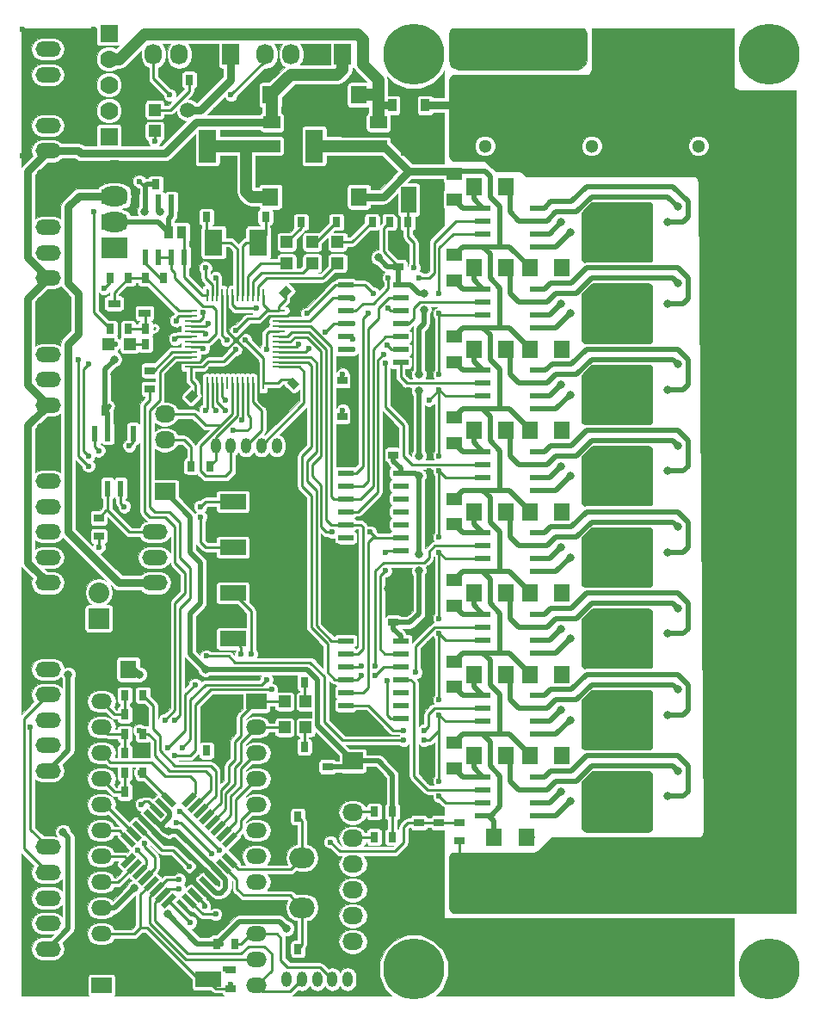
<source format=gbr>
G04 #@! TF.FileFunction,Copper,L1,Top,Signal*
%FSLAX46Y46*%
G04 Gerber Fmt 4.6, Leading zero omitted, Abs format (unit mm)*
G04 Created by KiCad (PCBNEW 4.0.6) date 08/07/17 13:50:18*
%MOMM*%
%LPD*%
G01*
G04 APERTURE LIST*
%ADD10C,0.100000*%
%ADD11O,2.500000X1.500000*%
%ADD12R,0.800000X1.000000*%
%ADD13O,1.000000X1.524000*%
%ADD14R,1.800000X2.600000*%
%ADD15R,1.300000X1.300000*%
%ADD16C,1.300000*%
%ADD17R,1.000000X0.800000*%
%ADD18R,1.600000X1.800000*%
%ADD19R,1.198880X1.198880*%
%ADD20R,1.500000X1.300000*%
%ADD21R,0.250000X1.300000*%
%ADD22R,1.300000X0.250000*%
%ADD23R,1.700000X1.200000*%
%ADD24R,1.700000X3.300000*%
%ADD25R,1.550000X0.600000*%
%ADD26R,2.032000X1.727200*%
%ADD27O,2.032000X1.727200*%
%ADD28O,2.499360X1.998980*%
%ADD29R,1.727200X2.032000*%
%ADD30O,1.727200X2.032000*%
%ADD31R,1.500000X0.600000*%
%ADD32R,0.600000X1.550000*%
%ADD33R,2.600000X2.000000*%
%ADD34O,2.600000X2.000000*%
%ADD35R,0.910000X1.220000*%
%ADD36R,1.200000X0.800100*%
%ADD37R,2.032000X1.500000*%
%ADD38O,2.032000X1.500000*%
%ADD39R,2.032000X2.032000*%
%ADD40O,2.032000X2.032000*%
%ADD41C,1.770000*%
%ADD42R,1.770000X1.770000*%
%ADD43R,2.600000X1.500000*%
%ADD44R,1.500000X2.600000*%
%ADD45R,0.965200X1.270000*%
%ADD46C,6.000000*%
%ADD47C,0.600000*%
%ADD48C,0.800000*%
%ADD49C,1.500000*%
%ADD50C,0.250000*%
%ADD51C,0.500000*%
%ADD52C,0.800000*%
%ADD53C,1.200000*%
%ADD54C,0.026000*%
G04 APERTURE END LIST*
D10*
D11*
X3000000Y-2500000D03*
X3000000Y-5000000D03*
D12*
X14400000Y-30000000D03*
X12600000Y-30000000D03*
D13*
X34000000Y-94000000D03*
X32500000Y-94000000D03*
X31000000Y-94000000D03*
X29500000Y-94000000D03*
X28000000Y-94000000D03*
X26500000Y-94000000D03*
D14*
X23700000Y-21500000D03*
X19300000Y-21500000D03*
D15*
X67000000Y-7000000D03*
D16*
X67000000Y-12000000D03*
D17*
X37500000Y-22100000D03*
X37500000Y-23900000D03*
D18*
X24900000Y-7000000D03*
X28100000Y-7000000D03*
D12*
X24400000Y-19000000D03*
X22600000Y-19000000D03*
X18600000Y-19000000D03*
X20400000Y-19000000D03*
X15400000Y-15750000D03*
X13600000Y-15750000D03*
D18*
X24900000Y-17000000D03*
X28100000Y-17000000D03*
D10*
G36*
X28272792Y-27565685D02*
X27565685Y-28272792D01*
X27000000Y-27707107D01*
X27707107Y-27000000D01*
X28272792Y-27565685D01*
X28272792Y-27565685D01*
G37*
G36*
X27000000Y-26292893D02*
X26292893Y-27000000D01*
X25727208Y-26434315D01*
X26434315Y-25727208D01*
X27000000Y-26292893D01*
X27000000Y-26292893D01*
G37*
G36*
X25934315Y-37272792D02*
X25227208Y-36565685D01*
X25792893Y-36000000D01*
X26500000Y-36707107D01*
X25934315Y-37272792D01*
X25934315Y-37272792D01*
G37*
G36*
X27207107Y-36000000D02*
X26500000Y-35292893D01*
X27065685Y-34727208D01*
X27772792Y-35434315D01*
X27207107Y-36000000D01*
X27207107Y-36000000D01*
G37*
G36*
X15227208Y-35434315D02*
X15934315Y-34727208D01*
X16500000Y-35292893D01*
X15792893Y-36000000D01*
X15227208Y-35434315D01*
X15227208Y-35434315D01*
G37*
G36*
X16500000Y-36707107D02*
X17207107Y-36000000D01*
X17772792Y-36565685D01*
X17065685Y-37272792D01*
X16500000Y-36707107D01*
X16500000Y-36707107D01*
G37*
D18*
X48100000Y-16000000D03*
X44900000Y-16000000D03*
X50100000Y-80000000D03*
X46900000Y-80000000D03*
X53600000Y-24000000D03*
X50400000Y-24000000D03*
X48100000Y-24000000D03*
X44900000Y-24000000D03*
D19*
X13500000Y-10549020D03*
X13500000Y-8450980D03*
X31500000Y-23549020D03*
X31500000Y-21450980D03*
D20*
X43000000Y-17250000D03*
X43000000Y-14750000D03*
X43000000Y-25250000D03*
X43000000Y-22750000D03*
D13*
X27000000Y-41500000D03*
X25500000Y-41500000D03*
X24000000Y-41500000D03*
X22500000Y-41500000D03*
X21000000Y-41500000D03*
X19500000Y-41500000D03*
D12*
X36600000Y-19500000D03*
X38400000Y-19500000D03*
D17*
X32000000Y-36900000D03*
X32000000Y-35100000D03*
D12*
X16900000Y-5500000D03*
X15100000Y-5500000D03*
X34900000Y-19500000D03*
X33100000Y-19500000D03*
D21*
X24150000Y-26650000D03*
X23650000Y-26650000D03*
X23150000Y-26650000D03*
X22650000Y-26650000D03*
X22150000Y-26650000D03*
X21650000Y-26650000D03*
X21150000Y-26650000D03*
X20650000Y-26650000D03*
X20150000Y-26650000D03*
X19650000Y-26650000D03*
X19150000Y-26650000D03*
X18650000Y-26650000D03*
D22*
X17050000Y-28250000D03*
X17050000Y-28750000D03*
X17050000Y-29250000D03*
X17050000Y-29750000D03*
X17050000Y-30250000D03*
X17050000Y-30750000D03*
X17050000Y-31250000D03*
X17050000Y-31750000D03*
X17050000Y-32250000D03*
X17050000Y-32750000D03*
X17050000Y-33250000D03*
X17050000Y-33750000D03*
D21*
X18650000Y-35350000D03*
X19150000Y-35350000D03*
X19650000Y-35350000D03*
X20150000Y-35350000D03*
X20650000Y-35350000D03*
X21150000Y-35350000D03*
X21650000Y-35350000D03*
X22150000Y-35350000D03*
X22650000Y-35350000D03*
X23150000Y-35350000D03*
X23650000Y-35350000D03*
X24150000Y-35350000D03*
D22*
X25750000Y-33750000D03*
X25750000Y-33250000D03*
X25750000Y-32750000D03*
X25750000Y-32250000D03*
X25750000Y-31750000D03*
X25750000Y-31250000D03*
X25750000Y-30750000D03*
X25750000Y-30250000D03*
X25750000Y-29750000D03*
X25750000Y-29250000D03*
X25750000Y-28750000D03*
X25750000Y-28250000D03*
D23*
X25000000Y-14300000D03*
X25000000Y-12000000D03*
X25000000Y-9700000D03*
D24*
X18700000Y-12000000D03*
D25*
X45800000Y-50095000D03*
X45800000Y-51365000D03*
X45800000Y-52635000D03*
X45800000Y-53905000D03*
X51200000Y-53905000D03*
X51200000Y-52635000D03*
X51200000Y-51365000D03*
X51200000Y-50095000D03*
X45800000Y-58095000D03*
X45800000Y-59365000D03*
X45800000Y-60635000D03*
X45800000Y-61905000D03*
X51200000Y-61905000D03*
X51200000Y-60635000D03*
X51200000Y-59365000D03*
X51200000Y-58095000D03*
D18*
X53600000Y-32000000D03*
X50400000Y-32000000D03*
X53600000Y-40000000D03*
X50400000Y-40000000D03*
X53600000Y-48000000D03*
X50400000Y-48000000D03*
X53600000Y-56000000D03*
X50400000Y-56000000D03*
X48100000Y-32000000D03*
X44900000Y-32000000D03*
X48100000Y-40000000D03*
X44900000Y-40000000D03*
X48100000Y-48000000D03*
X44900000Y-48000000D03*
X48100000Y-56000000D03*
X44900000Y-56000000D03*
D20*
X43000000Y-33250000D03*
X43000000Y-30750000D03*
X43000000Y-41250000D03*
X43000000Y-38750000D03*
X43000000Y-49250000D03*
X43000000Y-46750000D03*
X43000000Y-57250000D03*
X43000000Y-54750000D03*
D25*
X45800000Y-66095000D03*
X45800000Y-67365000D03*
X45800000Y-68635000D03*
X45800000Y-69905000D03*
X51200000Y-69905000D03*
X51200000Y-68635000D03*
X51200000Y-67365000D03*
X51200000Y-66095000D03*
X45800000Y-74095000D03*
X45800000Y-75365000D03*
X45800000Y-76635000D03*
X45800000Y-77905000D03*
X51200000Y-77905000D03*
X51200000Y-76635000D03*
X51200000Y-75365000D03*
X51200000Y-74095000D03*
X45800000Y-18095000D03*
X45800000Y-19365000D03*
X45800000Y-20635000D03*
X45800000Y-21905000D03*
X51200000Y-21905000D03*
X51200000Y-20635000D03*
X51200000Y-19365000D03*
X51200000Y-18095000D03*
X45800000Y-26095000D03*
X45800000Y-27365000D03*
X45800000Y-28635000D03*
X45800000Y-29905000D03*
X51200000Y-29905000D03*
X51200000Y-28635000D03*
X51200000Y-27365000D03*
X51200000Y-26095000D03*
D18*
X53600000Y-64000000D03*
X50400000Y-64000000D03*
X53600000Y-72000000D03*
X50400000Y-72000000D03*
X48100000Y-64000000D03*
X44900000Y-64000000D03*
X48100000Y-72000000D03*
X44900000Y-72000000D03*
D20*
X43000000Y-65250000D03*
X43000000Y-62750000D03*
X43000000Y-73250000D03*
X43000000Y-70750000D03*
D25*
X45800000Y-34095000D03*
X45800000Y-35365000D03*
X45800000Y-36635000D03*
X45800000Y-37905000D03*
X51200000Y-37905000D03*
X51200000Y-36635000D03*
X51200000Y-35365000D03*
X51200000Y-34095000D03*
X45800000Y-42095000D03*
X45800000Y-43365000D03*
X45800000Y-44635000D03*
X45800000Y-45905000D03*
X51200000Y-45905000D03*
X51200000Y-44635000D03*
X51200000Y-43365000D03*
X51200000Y-42095000D03*
D12*
X29400000Y-91000000D03*
X27600000Y-91000000D03*
X29400000Y-78000000D03*
X27600000Y-78000000D03*
D10*
G36*
X17675445Y-86636334D02*
X17286536Y-87025243D01*
X16155165Y-85893872D01*
X16544074Y-85504963D01*
X17675445Y-86636334D01*
X17675445Y-86636334D01*
G37*
G36*
X18241130Y-86070648D02*
X17852221Y-86459557D01*
X16720850Y-85328186D01*
X17109759Y-84939277D01*
X18241130Y-86070648D01*
X18241130Y-86070648D01*
G37*
G36*
X18806816Y-85504963D02*
X18417907Y-85893872D01*
X17286536Y-84762501D01*
X17675445Y-84373592D01*
X18806816Y-85504963D01*
X18806816Y-85504963D01*
G37*
G36*
X19372501Y-84939278D02*
X18983592Y-85328187D01*
X17852221Y-84196816D01*
X18241130Y-83807907D01*
X19372501Y-84939278D01*
X19372501Y-84939278D01*
G37*
G36*
X19938187Y-84373592D02*
X19549278Y-84762501D01*
X18417907Y-83631130D01*
X18806816Y-83242221D01*
X19938187Y-84373592D01*
X19938187Y-84373592D01*
G37*
G36*
X20503872Y-83807907D02*
X20114963Y-84196816D01*
X18983592Y-83065445D01*
X19372501Y-82676536D01*
X20503872Y-83807907D01*
X20503872Y-83807907D01*
G37*
G36*
X21069557Y-83242221D02*
X20680648Y-83631130D01*
X19549277Y-82499759D01*
X19938186Y-82110850D01*
X21069557Y-83242221D01*
X21069557Y-83242221D01*
G37*
G36*
X21635243Y-82676536D02*
X21246334Y-83065445D01*
X20114963Y-81934074D01*
X20503872Y-81545165D01*
X21635243Y-82676536D01*
X21635243Y-82676536D01*
G37*
G36*
X21246334Y-79494555D02*
X21635243Y-79883464D01*
X20503872Y-81014835D01*
X20114963Y-80625926D01*
X21246334Y-79494555D01*
X21246334Y-79494555D01*
G37*
G36*
X20680648Y-78928870D02*
X21069557Y-79317779D01*
X19938186Y-80449150D01*
X19549277Y-80060241D01*
X20680648Y-78928870D01*
X20680648Y-78928870D01*
G37*
G36*
X20114963Y-78363184D02*
X20503872Y-78752093D01*
X19372501Y-79883464D01*
X18983592Y-79494555D01*
X20114963Y-78363184D01*
X20114963Y-78363184D01*
G37*
G36*
X19549278Y-77797499D02*
X19938187Y-78186408D01*
X18806816Y-79317779D01*
X18417907Y-78928870D01*
X19549278Y-77797499D01*
X19549278Y-77797499D01*
G37*
G36*
X18983592Y-77231813D02*
X19372501Y-77620722D01*
X18241130Y-78752093D01*
X17852221Y-78363184D01*
X18983592Y-77231813D01*
X18983592Y-77231813D01*
G37*
G36*
X18417907Y-76666128D02*
X18806816Y-77055037D01*
X17675445Y-78186408D01*
X17286536Y-77797499D01*
X18417907Y-76666128D01*
X18417907Y-76666128D01*
G37*
G36*
X17852221Y-76100443D02*
X18241130Y-76489352D01*
X17109759Y-77620723D01*
X16720850Y-77231814D01*
X17852221Y-76100443D01*
X17852221Y-76100443D01*
G37*
G36*
X17286536Y-75534757D02*
X17675445Y-75923666D01*
X16544074Y-77055037D01*
X16155165Y-76666128D01*
X17286536Y-75534757D01*
X17286536Y-75534757D01*
G37*
G36*
X15624835Y-76666128D02*
X15235926Y-77055037D01*
X14104555Y-75923666D01*
X14493464Y-75534757D01*
X15624835Y-76666128D01*
X15624835Y-76666128D01*
G37*
G36*
X15059150Y-77231814D02*
X14670241Y-77620723D01*
X13538870Y-76489352D01*
X13927779Y-76100443D01*
X15059150Y-77231814D01*
X15059150Y-77231814D01*
G37*
G36*
X14493464Y-77797499D02*
X14104555Y-78186408D01*
X12973184Y-77055037D01*
X13362093Y-76666128D01*
X14493464Y-77797499D01*
X14493464Y-77797499D01*
G37*
G36*
X13927779Y-78363184D02*
X13538870Y-78752093D01*
X12407499Y-77620722D01*
X12796408Y-77231813D01*
X13927779Y-78363184D01*
X13927779Y-78363184D01*
G37*
G36*
X13362093Y-78928870D02*
X12973184Y-79317779D01*
X11841813Y-78186408D01*
X12230722Y-77797499D01*
X13362093Y-78928870D01*
X13362093Y-78928870D01*
G37*
G36*
X12796408Y-79494555D02*
X12407499Y-79883464D01*
X11276128Y-78752093D01*
X11665037Y-78363184D01*
X12796408Y-79494555D01*
X12796408Y-79494555D01*
G37*
G36*
X12230723Y-80060241D02*
X11841814Y-80449150D01*
X10710443Y-79317779D01*
X11099352Y-78928870D01*
X12230723Y-80060241D01*
X12230723Y-80060241D01*
G37*
G36*
X11665037Y-80625926D02*
X11276128Y-81014835D01*
X10144757Y-79883464D01*
X10533666Y-79494555D01*
X11665037Y-80625926D01*
X11665037Y-80625926D01*
G37*
G36*
X11276128Y-81545165D02*
X11665037Y-81934074D01*
X10533666Y-83065445D01*
X10144757Y-82676536D01*
X11276128Y-81545165D01*
X11276128Y-81545165D01*
G37*
G36*
X11841814Y-82110850D02*
X12230723Y-82499759D01*
X11099352Y-83631130D01*
X10710443Y-83242221D01*
X11841814Y-82110850D01*
X11841814Y-82110850D01*
G37*
G36*
X12407499Y-82676536D02*
X12796408Y-83065445D01*
X11665037Y-84196816D01*
X11276128Y-83807907D01*
X12407499Y-82676536D01*
X12407499Y-82676536D01*
G37*
G36*
X12973184Y-83242221D02*
X13362093Y-83631130D01*
X12230722Y-84762501D01*
X11841813Y-84373592D01*
X12973184Y-83242221D01*
X12973184Y-83242221D01*
G37*
G36*
X13538870Y-83807907D02*
X13927779Y-84196816D01*
X12796408Y-85328187D01*
X12407499Y-84939278D01*
X13538870Y-83807907D01*
X13538870Y-83807907D01*
G37*
G36*
X14104555Y-84373592D02*
X14493464Y-84762501D01*
X13362093Y-85893872D01*
X12973184Y-85504963D01*
X14104555Y-84373592D01*
X14104555Y-84373592D01*
G37*
G36*
X14670241Y-84939277D02*
X15059150Y-85328186D01*
X13927779Y-86459557D01*
X13538870Y-86070648D01*
X14670241Y-84939277D01*
X14670241Y-84939277D01*
G37*
G36*
X15235926Y-85504963D02*
X15624835Y-85893872D01*
X14493464Y-87025243D01*
X14104555Y-86636334D01*
X15235926Y-85504963D01*
X15235926Y-85504963D01*
G37*
D26*
X33000000Y-72500000D03*
D27*
X33000000Y-75040000D03*
X33000000Y-77580000D03*
X33000000Y-80120000D03*
X33000000Y-82660000D03*
X33000000Y-85200000D03*
X33000000Y-87740000D03*
X33000000Y-90280000D03*
D12*
X35100000Y-80000000D03*
X36900000Y-80000000D03*
X35100000Y-77500000D03*
X36900000Y-77500000D03*
X19600000Y-90500000D03*
X21400000Y-90500000D03*
D28*
X28000000Y-86940940D03*
X28000000Y-82059060D03*
D17*
X39500000Y-78600000D03*
X39500000Y-80400000D03*
D26*
X14500000Y-46000000D03*
D27*
X14500000Y-43460000D03*
X14500000Y-40920000D03*
X14500000Y-38380000D03*
D12*
X18900000Y-43500000D03*
X17100000Y-43500000D03*
D17*
X43500000Y-80400000D03*
X43500000Y-78600000D03*
X41500000Y-78600000D03*
X41500000Y-80400000D03*
D15*
X67000000Y-84000000D03*
D16*
X67000000Y-89000000D03*
D15*
X46000000Y-7000000D03*
D16*
X46000000Y-12000000D03*
D15*
X46000000Y-84000000D03*
D16*
X46000000Y-89000000D03*
D15*
X56500000Y-84000000D03*
D16*
X56500000Y-89000000D03*
D15*
X56500000Y-7000000D03*
D16*
X56500000Y-12000000D03*
D19*
X29000000Y-23549020D03*
X29000000Y-21450980D03*
X26500000Y-23549020D03*
X26500000Y-21450980D03*
X26270980Y-69215000D03*
X28369020Y-69215000D03*
X26270980Y-66675000D03*
X28369020Y-66675000D03*
D12*
X31400000Y-19500000D03*
X29600000Y-19500000D03*
X27900000Y-19500000D03*
X26100000Y-19500000D03*
X28220000Y-71120000D03*
X26420000Y-71120000D03*
X28220000Y-64770000D03*
X26420000Y-64770000D03*
D29*
X21000000Y-3000000D03*
D30*
X18460000Y-3000000D03*
X15920000Y-3000000D03*
X13380000Y-3000000D03*
D29*
X32000000Y-3000000D03*
D30*
X29460000Y-3000000D03*
X26920000Y-3000000D03*
X24380000Y-3000000D03*
D31*
X32300000Y-25690000D03*
X32300000Y-26960000D03*
X32300000Y-28230000D03*
X32300000Y-29500000D03*
X32300000Y-30770000D03*
X32300000Y-32040000D03*
X32300000Y-33310000D03*
X37700000Y-33310000D03*
X37700000Y-32040000D03*
X37700000Y-30770000D03*
X37700000Y-29500000D03*
X37700000Y-28230000D03*
X37700000Y-26960000D03*
X37700000Y-25690000D03*
X32300000Y-60690000D03*
X32300000Y-61960000D03*
X32300000Y-63230000D03*
X32300000Y-64500000D03*
X32300000Y-65770000D03*
X32300000Y-67040000D03*
X32300000Y-68310000D03*
X37700000Y-68310000D03*
X37700000Y-67040000D03*
X37700000Y-65770000D03*
X37700000Y-64500000D03*
X37700000Y-63230000D03*
X37700000Y-61960000D03*
X37700000Y-60690000D03*
D17*
X32000000Y-40400000D03*
X32000000Y-38600000D03*
D31*
X32300000Y-44190000D03*
X32300000Y-45460000D03*
X32300000Y-46730000D03*
X32300000Y-48000000D03*
X32300000Y-49270000D03*
X32300000Y-50540000D03*
X32300000Y-51810000D03*
X37700000Y-51810000D03*
X37700000Y-50540000D03*
X37700000Y-49270000D03*
X37700000Y-48000000D03*
X37700000Y-46730000D03*
X37700000Y-45460000D03*
X37700000Y-44190000D03*
D18*
X33600000Y-7000000D03*
X30400000Y-7000000D03*
X33600000Y-17000000D03*
X30400000Y-17000000D03*
D32*
X12595000Y-22950000D03*
X13865000Y-22950000D03*
X15135000Y-22950000D03*
X16405000Y-22950000D03*
X16405000Y-17550000D03*
X15135000Y-17550000D03*
X13865000Y-17550000D03*
X12595000Y-17550000D03*
D33*
X9500000Y-22000000D03*
D34*
X9500000Y-19460000D03*
X9500000Y-16920000D03*
X9500000Y-14380000D03*
D23*
X35500000Y-14300000D03*
X35500000Y-12000000D03*
X35500000Y-9700000D03*
D24*
X29200000Y-12000000D03*
D35*
X36865000Y-8000000D03*
X40135000Y-8000000D03*
D17*
X21000000Y-93100000D03*
X21000000Y-94900000D03*
X37000000Y-57100000D03*
X37000000Y-58900000D03*
X37000000Y-40600000D03*
X37000000Y-42400000D03*
D36*
X12501140Y-28450000D03*
X12501140Y-26550000D03*
X9498860Y-27500000D03*
D12*
X9100000Y-30000000D03*
X10900000Y-30000000D03*
D17*
X13000000Y-34100000D03*
X13000000Y-35900000D03*
D12*
X10900000Y-25000000D03*
X9100000Y-25000000D03*
X14400000Y-25000000D03*
X12600000Y-25000000D03*
X12345000Y-73660000D03*
X10545000Y-73660000D03*
X12345000Y-69850000D03*
X10545000Y-69850000D03*
X12345000Y-66040000D03*
X10545000Y-66040000D03*
X10545000Y-75565000D03*
X12345000Y-75565000D03*
X10545000Y-71755000D03*
X12345000Y-71755000D03*
X10545000Y-67945000D03*
X12345000Y-67945000D03*
D37*
X8270000Y-94615000D03*
D38*
X8270000Y-92075000D03*
X8270000Y-89535000D03*
X8270000Y-86995000D03*
X8270000Y-84455000D03*
X8270000Y-81915000D03*
X8270000Y-79375000D03*
X8270000Y-76835000D03*
X8270000Y-74295000D03*
X8270000Y-71755000D03*
X8270000Y-69215000D03*
X8270000Y-66675000D03*
D37*
X23510000Y-66675000D03*
D38*
X23510000Y-69215000D03*
X23510000Y-71755000D03*
X23510000Y-74295000D03*
X23510000Y-76835000D03*
X23510000Y-79375000D03*
X23510000Y-81915000D03*
X23510000Y-84455000D03*
X23510000Y-86995000D03*
X23510000Y-89535000D03*
X23510000Y-92075000D03*
X23510000Y-94615000D03*
D39*
X8000000Y-58500000D03*
D40*
X8000000Y-55960000D03*
D11*
X13500000Y-50000000D03*
X13500000Y-52500000D03*
X13500000Y-55000000D03*
X13500000Y-57500000D03*
D17*
X8000000Y-50400000D03*
X8000000Y-48600000D03*
D32*
X11405000Y-40300000D03*
X10135000Y-40300000D03*
X8865000Y-40300000D03*
X7595000Y-40300000D03*
X7595000Y-45700000D03*
X8865000Y-45700000D03*
X10135000Y-45700000D03*
X11405000Y-45700000D03*
D41*
X9000000Y-3460000D03*
X9000000Y-6000000D03*
X9000000Y-8540000D03*
D42*
X9000000Y-11080000D03*
X9000000Y-920000D03*
D11*
X3000000Y-10000000D03*
X3000000Y-12500000D03*
X3000000Y-15000000D03*
X3000000Y-45000000D03*
X3000000Y-47500000D03*
X3000000Y-50000000D03*
X3000000Y-52500000D03*
X3000000Y-55000000D03*
X3000000Y-57500000D03*
X3000000Y-63500000D03*
X3000000Y-66000000D03*
X3000000Y-68500000D03*
X3000000Y-71000000D03*
X3000000Y-73500000D03*
X3000000Y-76000000D03*
X3000000Y-81000000D03*
X3000000Y-83500000D03*
X3000000Y-86000000D03*
X3000000Y-88500000D03*
X3000000Y-91000000D03*
X3000000Y-93500000D03*
D12*
X10400000Y-38000000D03*
X8600000Y-38000000D03*
D17*
X30500000Y-74900000D03*
X30500000Y-73100000D03*
D12*
X20400000Y-71500000D03*
X18600000Y-71500000D03*
D11*
X3000000Y-20000000D03*
X3000000Y-22500000D03*
X3000000Y-25000000D03*
X3000000Y-27500000D03*
X3000000Y-32500000D03*
X3000000Y-35000000D03*
X3000000Y-37500000D03*
X3000000Y-40000000D03*
D43*
X26800000Y-56000000D03*
X21200000Y-56000000D03*
X26800000Y-60500000D03*
X21200000Y-60500000D03*
X26800000Y-47000000D03*
X21200000Y-47000000D03*
X26800000Y-51500000D03*
X21200000Y-51500000D03*
D44*
X38500000Y-11700000D03*
X38500000Y-17300000D03*
D43*
X13200000Y-94000000D03*
X18800000Y-94000000D03*
D18*
X10900000Y-63500000D03*
X14100000Y-63500000D03*
D45*
X14865000Y-20500000D03*
X16135000Y-20500000D03*
D19*
X8950980Y-31500000D03*
X11049020Y-31500000D03*
D12*
X12600000Y-31500000D03*
X14400000Y-31500000D03*
D46*
X74000000Y-3000000D03*
X74000000Y-93000000D03*
X39000000Y-93000000D03*
X39000000Y-3000000D03*
D47*
X13000000Y-26500000D03*
X17500000Y-41000000D03*
X16800000Y-63000000D03*
X40500000Y-71500000D03*
X20500000Y-71500000D03*
X41000000Y-15500000D03*
X41000000Y-20500000D03*
X41000000Y-9500000D03*
X41000000Y-13500000D03*
X40000000Y-24000000D03*
D48*
X33200000Y-55600000D03*
X36500000Y-55600000D03*
D47*
X8500000Y-14000000D03*
X10500000Y-14000000D03*
X10500000Y-15000000D03*
X8500000Y-15000000D03*
X19500000Y-8500000D03*
X23500000Y-8500000D03*
X10500000Y-9500000D03*
X10500000Y-7000000D03*
X12500000Y-5000000D03*
X7500000Y-500000D03*
X500000Y-500000D03*
X500000Y-13000000D03*
X6500000Y-50000000D03*
X9500000Y-51500000D03*
X5000000Y-52000000D03*
X5500000Y-56000000D03*
X7000000Y-47500000D03*
X31000000Y-77000000D03*
X25000000Y-80500000D03*
X26500000Y-79000000D03*
X24500000Y-37500000D03*
X19000000Y-34000000D03*
X22000000Y-34000000D03*
X41000000Y-81500000D03*
X41000000Y-90000000D03*
X40500000Y-74500000D03*
X41000000Y-77000000D03*
X40500000Y-66500000D03*
X40500000Y-53500000D03*
X40500000Y-59000000D03*
X40500000Y-42500000D03*
X40500000Y-39000000D03*
X40500000Y-51000000D03*
X40500000Y-44000000D03*
X40500000Y-61000000D03*
X40500000Y-33500000D03*
X38500000Y-39000000D03*
X38500000Y-34500000D03*
X38500000Y-36000000D03*
X40500000Y-30500000D03*
X31000000Y-68000000D03*
D48*
X37000000Y-40000000D03*
X32000000Y-41500000D03*
D47*
X27000000Y-49000000D03*
D48*
X31500000Y-51500000D03*
X9500000Y-34500000D03*
X11000000Y-43500000D03*
D47*
X15500000Y-5500000D03*
D49*
X16750000Y-12750000D03*
D48*
X15500000Y-83185000D03*
D47*
X12000000Y-75000000D03*
X12000000Y-68000000D03*
X12000000Y-71500000D03*
D49*
X29000000Y-7000000D03*
X28000000Y-84500000D03*
D48*
X12080000Y-90170000D03*
X26500000Y-17000000D03*
X23000000Y-30000000D03*
X53000000Y-3000000D03*
X52000000Y-3000000D03*
X51000000Y-3000000D03*
X50000000Y-3000000D03*
X49000000Y-3000000D03*
X48000000Y-3000000D03*
X47000000Y-3000000D03*
X46000000Y-3000000D03*
X45000000Y-3000000D03*
X44000000Y-3000000D03*
X43000000Y-3000000D03*
X43000000Y-4000000D03*
X44000000Y-4000000D03*
X45000000Y-4000000D03*
X46000000Y-4000000D03*
X47000000Y-4000000D03*
X48000000Y-4000000D03*
X54000000Y-4000000D03*
X55000000Y-4000000D03*
X55000000Y-3000000D03*
X55000000Y-2000000D03*
X55000000Y-1000000D03*
X54000000Y-1000000D03*
X53000000Y-1000000D03*
X52000000Y-1000000D03*
X51000000Y-1000000D03*
X50000000Y-1000000D03*
X49000000Y-1000000D03*
X48000000Y-1000000D03*
X47000000Y-1000000D03*
X46000000Y-1000000D03*
X45000000Y-1000000D03*
X44000000Y-1000000D03*
X43000000Y-1000000D03*
X54000000Y-3000000D03*
X54000000Y-2000000D03*
X53000000Y-2000000D03*
X52000000Y-2000000D03*
X51000000Y-2000000D03*
X50000000Y-2000000D03*
X49000000Y-2000000D03*
X48000000Y-2000000D03*
X47000000Y-2000000D03*
X46000000Y-2000000D03*
X45000000Y-2000000D03*
X44000000Y-2000000D03*
X43000000Y-2000000D03*
X53000000Y-4000000D03*
X52000000Y-4000000D03*
X51000000Y-4000000D03*
X50000000Y-4000000D03*
X49000000Y-4000000D03*
X53600000Y-72000000D03*
X53600000Y-64000000D03*
X53600000Y-56000000D03*
X53600000Y-48000000D03*
X53600000Y-40000000D03*
X53600000Y-32000000D03*
X53600000Y-24000000D03*
X50500000Y-80000000D03*
X53500000Y-75500000D03*
X53500000Y-67500000D03*
X53500000Y-59500000D03*
X53500000Y-51500000D03*
X53500000Y-43500000D03*
X53500000Y-35500000D03*
X53500000Y-27500000D03*
X53500000Y-19500000D03*
D47*
X39000000Y-24000000D03*
X23500000Y-28000000D03*
X8500000Y-16500000D03*
X8500000Y-17500000D03*
X10500000Y-17500000D03*
X10500000Y-16500000D03*
D49*
X16750000Y-8500000D03*
D47*
X22400000Y-31100000D03*
D48*
X40000000Y-28100000D03*
X40000000Y-26500000D03*
X9500000Y-33000000D03*
D47*
X12000000Y-15500000D03*
X13500000Y-11500000D03*
X8500000Y-26000000D03*
D48*
X12500000Y-18500000D03*
X35500000Y-23000000D03*
X23000000Y-17000000D03*
D47*
X21500000Y-30200000D03*
D48*
X39500000Y-52200000D03*
X39500000Y-53800000D03*
X39500000Y-42500000D03*
X39500000Y-36100000D03*
X39500000Y-34500000D03*
X39500000Y-44500000D03*
D47*
X20600000Y-31100000D03*
X21500000Y-32000000D03*
X18500000Y-71500000D03*
D48*
X12000000Y-64000000D03*
X18500000Y-63500000D03*
D47*
X20500000Y-93000000D03*
X20000000Y-90500000D03*
D48*
X26500000Y-89000000D03*
X4500000Y-79500000D03*
X5000000Y-64000000D03*
X14800000Y-87600000D03*
X14900000Y-79400000D03*
X62000000Y-19000000D03*
X60000000Y-18000000D03*
X61000000Y-18000000D03*
X62000000Y-18000000D03*
X59000000Y-18000000D03*
X58000000Y-18000000D03*
X57000000Y-18000000D03*
X56000000Y-21000000D03*
X57000000Y-21000000D03*
X58000000Y-21000000D03*
X59000000Y-21000000D03*
X60000000Y-21000000D03*
X61000000Y-21000000D03*
X62000000Y-21000000D03*
X62000000Y-20000000D03*
X61000000Y-20000000D03*
X60000000Y-20000000D03*
X59000000Y-20000000D03*
X58000000Y-20000000D03*
X57000000Y-20000000D03*
X56000000Y-20000000D03*
X56000000Y-19000000D03*
X57000000Y-19000000D03*
X58000000Y-19000000D03*
X59000000Y-19000000D03*
X60000000Y-19000000D03*
X61000000Y-19000000D03*
X56000000Y-23000000D03*
X57000000Y-23000000D03*
X58000000Y-23000000D03*
X59000000Y-23000000D03*
X60000000Y-23000000D03*
X61000000Y-23000000D03*
X62000000Y-23000000D03*
X62000000Y-22000000D03*
X61000000Y-22000000D03*
X60000000Y-22000000D03*
X59000000Y-22000000D03*
X58000000Y-22000000D03*
X57000000Y-22000000D03*
X56000000Y-22000000D03*
X65000000Y-18000000D03*
X56000000Y-28000000D03*
X58000000Y-27000000D03*
X57000000Y-27000000D03*
X56000000Y-27000000D03*
X59000000Y-27000000D03*
X60000000Y-27000000D03*
X61000000Y-27000000D03*
X62000000Y-27000000D03*
X62000000Y-26000000D03*
X61000000Y-26000000D03*
X60000000Y-26000000D03*
X59000000Y-26000000D03*
X58000000Y-26000000D03*
X57000000Y-26000000D03*
X58000000Y-29000000D03*
X57000000Y-29000000D03*
X56000000Y-29000000D03*
X59000000Y-29000000D03*
X60000000Y-29000000D03*
X61000000Y-29000000D03*
X62000000Y-29000000D03*
X62000000Y-28000000D03*
X61000000Y-28000000D03*
X60000000Y-28000000D03*
X59000000Y-28000000D03*
X58000000Y-28000000D03*
X57000000Y-28000000D03*
X56000000Y-31000000D03*
X57000000Y-31000000D03*
X58000000Y-31000000D03*
X59000000Y-31000000D03*
X60000000Y-31000000D03*
X61000000Y-31000000D03*
X62000000Y-31000000D03*
X62000000Y-30000000D03*
X61000000Y-30000000D03*
X60000000Y-30000000D03*
X59000000Y-30000000D03*
X58000000Y-30000000D03*
X57000000Y-30000000D03*
X56000000Y-30000000D03*
X65000000Y-25500000D03*
X64000000Y-19500000D03*
X54400000Y-20500000D03*
X64000000Y-27500000D03*
X54400000Y-28500000D03*
X46500000Y-9000000D03*
X45500000Y-9000000D03*
X46500000Y-8000000D03*
X45500000Y-8000000D03*
X46500000Y-6000000D03*
X45500000Y-6000000D03*
X58000000Y-3000000D03*
X58000000Y-2000000D03*
X59000000Y-2000000D03*
X60000000Y-2000000D03*
X61000000Y-2000000D03*
X62000000Y-2000000D03*
X63000000Y-2000000D03*
X63000000Y-3000000D03*
X64000000Y-3000000D03*
X65000000Y-3000000D03*
X66000000Y-3000000D03*
X66000000Y-4000000D03*
X67000000Y-4000000D03*
X67000000Y-3000000D03*
X67000000Y-2000000D03*
X66000000Y-2000000D03*
X58000000Y-4000000D03*
X64000000Y-2000000D03*
X65000000Y-2000000D03*
X59000000Y-4000000D03*
X65000000Y-4000000D03*
X64000000Y-4000000D03*
X63000000Y-4000000D03*
X62000000Y-4000000D03*
X61000000Y-4000000D03*
X60000000Y-4000000D03*
X67000000Y-1000000D03*
X66000000Y-1000000D03*
X65000000Y-1000000D03*
X64000000Y-1000000D03*
X63000000Y-1000000D03*
X62000000Y-1000000D03*
X61000000Y-1000000D03*
X60000000Y-1000000D03*
X59000000Y-1000000D03*
X58000000Y-1000000D03*
X57000000Y-1000000D03*
X57000000Y-2000000D03*
X57000000Y-3000000D03*
X57000000Y-4000000D03*
X68000000Y-1000000D03*
X68000000Y-2000000D03*
X68000000Y-3000000D03*
X68000000Y-4000000D03*
X69000000Y-4000000D03*
X69000000Y-3000000D03*
X69000000Y-2000000D03*
X69000000Y-1000000D03*
X70000000Y-1000000D03*
X70000000Y-2000000D03*
X70000000Y-3000000D03*
X70000000Y-4000000D03*
X62000000Y-3000000D03*
X61000000Y-3000000D03*
X60000000Y-3000000D03*
X59000000Y-3000000D03*
D47*
X45500000Y-86000000D03*
X46500000Y-86000000D03*
X46500000Y-85000000D03*
X45500000Y-85000000D03*
X45500000Y-82000000D03*
X46500000Y-82000000D03*
X46500000Y-83000000D03*
X45500000Y-83000000D03*
D48*
X68000000Y-24000000D03*
X68000000Y-32000000D03*
X68000000Y-40000000D03*
X68000000Y-48000000D03*
X68000000Y-56000000D03*
X68000000Y-64000000D03*
X68000000Y-72000000D03*
X68000000Y-80000000D03*
X68000000Y-15000000D03*
X76000000Y-85000000D03*
X76000000Y-10000000D03*
X76000000Y-15000000D03*
X76000000Y-20000000D03*
X76000000Y-25000000D03*
X76000000Y-30000000D03*
X76000000Y-35000000D03*
X76000000Y-40000000D03*
X76000000Y-45000000D03*
X76000000Y-50000000D03*
X76000000Y-55000000D03*
X76000000Y-60000000D03*
X76000000Y-65000000D03*
X76000000Y-70000000D03*
X76000000Y-75000000D03*
X76000000Y-80000000D03*
X56000000Y-36000000D03*
X58000000Y-35000000D03*
X57000000Y-35000000D03*
X56000000Y-35000000D03*
X59000000Y-35000000D03*
X60000000Y-35000000D03*
X61000000Y-35000000D03*
X62000000Y-35000000D03*
X62000000Y-34000000D03*
X61000000Y-34000000D03*
X60000000Y-34000000D03*
X59000000Y-34000000D03*
X58000000Y-34000000D03*
X57000000Y-34000000D03*
X58000000Y-37000000D03*
X57000000Y-37000000D03*
X56000000Y-37000000D03*
X59000000Y-37000000D03*
X60000000Y-37000000D03*
X61000000Y-37000000D03*
X62000000Y-37000000D03*
X62000000Y-36000000D03*
X61000000Y-36000000D03*
X60000000Y-36000000D03*
X59000000Y-36000000D03*
X58000000Y-36000000D03*
X57000000Y-36000000D03*
X56000000Y-39000000D03*
X57000000Y-39000000D03*
X58000000Y-39000000D03*
X59000000Y-39000000D03*
X60000000Y-39000000D03*
X61000000Y-39000000D03*
X62000000Y-39000000D03*
X62000000Y-38000000D03*
X61000000Y-38000000D03*
X60000000Y-38000000D03*
X59000000Y-38000000D03*
X58000000Y-38000000D03*
X57000000Y-38000000D03*
X56000000Y-38000000D03*
X65000000Y-33500000D03*
X62000000Y-43000000D03*
X62000000Y-42000000D03*
X61000000Y-42000000D03*
X60000000Y-42000000D03*
X59000000Y-42000000D03*
X58000000Y-42000000D03*
X57000000Y-42000000D03*
X59000000Y-43000000D03*
X56000000Y-47000000D03*
X57000000Y-47000000D03*
X58000000Y-47000000D03*
X59000000Y-47000000D03*
X60000000Y-47000000D03*
X61000000Y-47000000D03*
X62000000Y-47000000D03*
X62000000Y-46000000D03*
X61000000Y-46000000D03*
X60000000Y-46000000D03*
X59000000Y-46000000D03*
X58000000Y-46000000D03*
X57000000Y-46000000D03*
X56000000Y-46000000D03*
X56000000Y-45000000D03*
X57000000Y-45000000D03*
X58000000Y-45000000D03*
X59000000Y-45000000D03*
X60000000Y-45000000D03*
X61000000Y-45000000D03*
X62000000Y-45000000D03*
X62000000Y-44000000D03*
X61000000Y-44000000D03*
X60000000Y-44000000D03*
X59000000Y-44000000D03*
X58000000Y-44000000D03*
X57000000Y-44000000D03*
X56000000Y-44000000D03*
X56000000Y-43000000D03*
X57000000Y-43000000D03*
X58000000Y-43000000D03*
X60000000Y-43000000D03*
X61000000Y-43000000D03*
X65000000Y-41500000D03*
X57000000Y-52000000D03*
X56000000Y-52000000D03*
X56000000Y-51000000D03*
X57000000Y-51000000D03*
X58000000Y-51000000D03*
X59000000Y-51000000D03*
X60000000Y-51000000D03*
X61000000Y-51000000D03*
X62000000Y-51000000D03*
X62000000Y-50000000D03*
X61000000Y-50000000D03*
X60000000Y-50000000D03*
X59000000Y-50000000D03*
X58000000Y-50000000D03*
X57000000Y-50000000D03*
X56000000Y-53000000D03*
X57000000Y-53000000D03*
X58000000Y-53000000D03*
X59000000Y-53000000D03*
X60000000Y-53000000D03*
X61000000Y-53000000D03*
X62000000Y-53000000D03*
X62000000Y-52000000D03*
X61000000Y-52000000D03*
X60000000Y-52000000D03*
X59000000Y-52000000D03*
X58000000Y-52000000D03*
X56000000Y-55000000D03*
X57000000Y-55000000D03*
X58000000Y-55000000D03*
X59000000Y-55000000D03*
X60000000Y-55000000D03*
X61000000Y-55000000D03*
X62000000Y-55000000D03*
X62000000Y-54000000D03*
X61000000Y-54000000D03*
X60000000Y-54000000D03*
X59000000Y-54000000D03*
X58000000Y-54000000D03*
X57000000Y-54000000D03*
X56000000Y-54000000D03*
X65000000Y-49500000D03*
X60000000Y-62000000D03*
X59000000Y-62000000D03*
X58000000Y-62000000D03*
X57000000Y-62000000D03*
X56000000Y-62000000D03*
X56000000Y-61000000D03*
X57000000Y-61000000D03*
X58000000Y-61000000D03*
X59000000Y-61000000D03*
X60000000Y-61000000D03*
X61000000Y-61000000D03*
X62000000Y-61000000D03*
X62000000Y-60000000D03*
X61000000Y-60000000D03*
X60000000Y-60000000D03*
X59000000Y-60000000D03*
X58000000Y-60000000D03*
X57000000Y-60000000D03*
X56000000Y-60000000D03*
X56000000Y-59000000D03*
X57000000Y-59000000D03*
X58000000Y-59000000D03*
X59000000Y-59000000D03*
X60000000Y-59000000D03*
X61000000Y-59000000D03*
X62000000Y-59000000D03*
X62000000Y-58000000D03*
X61000000Y-58000000D03*
X60000000Y-58000000D03*
X59000000Y-58000000D03*
X58000000Y-58000000D03*
X57000000Y-58000000D03*
X56000000Y-63000000D03*
X57000000Y-63000000D03*
X58000000Y-63000000D03*
X59000000Y-63000000D03*
X60000000Y-63000000D03*
X61000000Y-63000000D03*
X62000000Y-63000000D03*
X62000000Y-62000000D03*
X61000000Y-62000000D03*
X65000000Y-57500000D03*
X64000000Y-36000000D03*
X54400000Y-36500000D03*
X64000000Y-44000000D03*
X54400000Y-44500000D03*
X64000000Y-52000000D03*
X54400000Y-52500000D03*
X64000000Y-60000000D03*
X54400000Y-60500000D03*
X62000000Y-68000000D03*
X61000000Y-68000000D03*
X60000000Y-68000000D03*
X59000000Y-68000000D03*
X58000000Y-68000000D03*
X57000000Y-68000000D03*
X56000000Y-68000000D03*
X56000000Y-67000000D03*
X57000000Y-67000000D03*
X58000000Y-67000000D03*
X59000000Y-67000000D03*
X60000000Y-67000000D03*
X61000000Y-67000000D03*
X62000000Y-67000000D03*
X62000000Y-66000000D03*
X61000000Y-66000000D03*
X60000000Y-66000000D03*
X59000000Y-66000000D03*
X58000000Y-66000000D03*
X57000000Y-66000000D03*
X56000000Y-71000000D03*
X57000000Y-71000000D03*
X58000000Y-71000000D03*
X59000000Y-71000000D03*
X60000000Y-71000000D03*
X61000000Y-71000000D03*
X62000000Y-71000000D03*
X62000000Y-70000000D03*
X61000000Y-70000000D03*
X60000000Y-70000000D03*
X59000000Y-70000000D03*
X58000000Y-70000000D03*
X57000000Y-70000000D03*
X56000000Y-70000000D03*
X56000000Y-69000000D03*
X57000000Y-69000000D03*
X58000000Y-69000000D03*
X59000000Y-69000000D03*
X60000000Y-69000000D03*
X61000000Y-69000000D03*
X62000000Y-69000000D03*
X65000000Y-65500000D03*
X62000000Y-76000000D03*
X61000000Y-76000000D03*
X60000000Y-76000000D03*
X59000000Y-76000000D03*
X58000000Y-76000000D03*
X57000000Y-76000000D03*
X56000000Y-76000000D03*
X56000000Y-75000000D03*
X57000000Y-75000000D03*
X58000000Y-75000000D03*
X59000000Y-75000000D03*
X60000000Y-75000000D03*
X61000000Y-75000000D03*
X62000000Y-75000000D03*
X62000000Y-74000000D03*
X61000000Y-74000000D03*
X60000000Y-74000000D03*
X59000000Y-74000000D03*
X58000000Y-74000000D03*
X57000000Y-74000000D03*
X59000000Y-79000000D03*
X60000000Y-79000000D03*
X61000000Y-79000000D03*
X62000000Y-79000000D03*
X62000000Y-78000000D03*
X61000000Y-78000000D03*
X60000000Y-78000000D03*
X59000000Y-78000000D03*
X58000000Y-78000000D03*
X57000000Y-78000000D03*
X56000000Y-78000000D03*
X56000000Y-77000000D03*
X57000000Y-77000000D03*
X58000000Y-77000000D03*
X59000000Y-77000000D03*
X60000000Y-77000000D03*
X61000000Y-77000000D03*
X62000000Y-77000000D03*
X56000000Y-79000000D03*
X57000000Y-79000000D03*
X58000000Y-79000000D03*
X65000000Y-73500000D03*
X64000000Y-68000000D03*
X54400000Y-68500000D03*
X64000000Y-76000000D03*
X54400000Y-76500000D03*
D47*
X15500000Y-72000000D03*
X11800000Y-81300000D03*
X25000000Y-65500000D03*
X24500000Y-64500000D03*
X16200000Y-71200000D03*
X12500000Y-80600000D03*
X21000000Y-94500000D03*
X14500000Y-68500000D03*
X19100000Y-81600000D03*
X15600000Y-78600000D03*
X15900000Y-84200000D03*
X16000000Y-77500000D03*
X15900000Y-85100000D03*
X19900000Y-81300000D03*
X15500000Y-68500000D03*
X30800000Y-80500000D03*
X16900000Y-82900000D03*
X12000000Y-69500000D03*
X1270000Y-69215000D03*
X12065000Y-73660000D03*
X35200000Y-63200000D03*
X33800000Y-63200000D03*
X36400000Y-64600000D03*
X39200000Y-63800000D03*
X40000000Y-69500000D03*
X38000000Y-69500000D03*
X39500000Y-25000000D03*
X36500000Y-25000000D03*
X33000000Y-32000000D03*
X36200000Y-33400000D03*
X21000000Y-7000000D03*
X15000000Y-7000000D03*
X17500000Y-65000000D03*
X18600000Y-62200000D03*
X40000000Y-70500000D03*
X38000000Y-70500000D03*
X12200000Y-76800000D03*
X14800000Y-71200000D03*
X40500000Y-37000000D03*
X32000000Y-38000000D03*
X41500000Y-76000000D03*
X41500000Y-74500000D03*
X41500000Y-68000000D03*
X41500000Y-66500000D03*
X41500000Y-60000000D03*
X41500000Y-58500000D03*
X41500000Y-52000000D03*
X41500000Y-50500000D03*
X41500000Y-44000000D03*
X41500000Y-42500000D03*
X41500000Y-36000000D03*
X41500000Y-34500000D03*
X41500000Y-28500000D03*
X41500000Y-26500000D03*
X33000000Y-31000000D03*
X36000000Y-32500000D03*
X36200000Y-52000000D03*
X36200000Y-53800000D03*
X35000000Y-26500000D03*
X36500000Y-28000000D03*
X28500000Y-28500000D03*
X27700000Y-31500000D03*
X33000000Y-29500000D03*
X36400000Y-31600000D03*
X30300000Y-30300000D03*
X28700000Y-31900000D03*
X35200000Y-64100000D03*
X33800000Y-64100000D03*
X34500000Y-28500000D03*
X33000000Y-27000000D03*
X31000000Y-50000000D03*
X34700000Y-50000000D03*
X18400000Y-86800000D03*
X24500000Y-32000000D03*
X32000000Y-34500000D03*
X19500000Y-87600000D03*
X16999592Y-88400000D03*
X8500000Y-19000000D03*
X10500000Y-19000000D03*
X10500000Y-20000000D03*
X8500000Y-20000000D03*
X8500000Y-21500000D03*
X10500000Y-21500000D03*
X10500000Y-22500000D03*
X8500000Y-22500000D03*
D48*
X14000000Y-18500000D03*
X11500000Y-85000000D03*
D47*
X7500000Y-18500000D03*
X8000000Y-51500000D03*
X10500000Y-47500000D03*
X22100000Y-39000000D03*
X8000000Y-42000000D03*
X21200000Y-40000000D03*
X11000000Y-41500000D03*
X18500000Y-38000000D03*
X19500000Y-38000000D03*
X20500000Y-38000000D03*
X20500000Y-37000000D03*
X19500000Y-25000000D03*
X18500000Y-24000000D03*
X18300000Y-28400000D03*
X15600000Y-29200000D03*
X23000000Y-62000000D03*
X22000000Y-62000000D03*
X7000000Y-33500000D03*
X15500000Y-31000000D03*
X7000000Y-42500000D03*
X18000000Y-47500000D03*
X18000000Y-48500000D03*
X7000000Y-43500000D03*
X6000000Y-33000000D03*
X18500000Y-30500000D03*
X9600000Y-31500000D03*
X18300000Y-31900000D03*
X18750000Y-29500000D03*
D50*
X13400000Y-30000000D02*
X13500000Y-29900000D01*
X13000000Y-26500000D02*
X12950000Y-26550000D01*
X12950000Y-26550000D02*
X12501140Y-26550000D01*
X17050000Y-33250000D02*
X17950000Y-33250000D01*
X20000000Y-32600000D02*
X21500000Y-31100000D01*
X18600000Y-32600000D02*
X20000000Y-32600000D01*
X17950000Y-33250000D02*
X18600000Y-32600000D01*
X20500000Y-71500000D02*
X20400000Y-71500000D01*
X41000000Y-15500000D02*
X41000000Y-20500000D01*
X38800000Y-11700000D02*
X41000000Y-9500000D01*
X38500000Y-11700000D02*
X38800000Y-11700000D01*
D51*
X37000000Y-57100000D02*
X37000000Y-56100000D01*
X32300000Y-54700000D02*
X32300000Y-51810000D01*
X33200000Y-55600000D02*
X32300000Y-54700000D01*
X37000000Y-56100000D02*
X36500000Y-55600000D01*
D50*
X8000000Y-14380000D02*
X8120000Y-14380000D01*
X8120000Y-14380000D02*
X8500000Y-14000000D01*
X10500000Y-14000000D02*
X10500000Y-15000000D01*
X8500000Y-15000000D02*
X9500000Y-14380000D01*
X23500000Y-8500000D02*
X19500000Y-8500000D01*
X12500000Y-5000000D02*
X10500000Y-7000000D01*
X500000Y-13000000D02*
X500000Y-500000D01*
X3000000Y-57500000D02*
X5000000Y-57500000D01*
X5500000Y-57000000D02*
X5500000Y-56000000D01*
X5000000Y-57500000D02*
X5500000Y-57000000D01*
X29400000Y-78000000D02*
X30500000Y-78000000D01*
X31000000Y-77500000D02*
X31000000Y-77000000D01*
X30500000Y-78000000D02*
X31000000Y-77500000D01*
X29400000Y-78000000D02*
X29400000Y-76900000D01*
X26500000Y-77000000D02*
X26500000Y-79000000D01*
X27000000Y-76500000D02*
X26500000Y-77000000D01*
X29000000Y-76500000D02*
X27000000Y-76500000D01*
X29400000Y-76900000D02*
X29000000Y-76500000D01*
X23650000Y-34500000D02*
X23150000Y-34000000D01*
X23150000Y-34000000D02*
X22000000Y-34000000D01*
X41000000Y-81500000D02*
X41000000Y-90000000D01*
X40500000Y-74500000D02*
X40500000Y-71500000D01*
X40500000Y-53500000D02*
X40500000Y-59000000D01*
X40500000Y-44000000D02*
X40500000Y-51000000D01*
X40500000Y-61000000D02*
X40500000Y-66500000D01*
X40500000Y-66500000D02*
X40500000Y-67000000D01*
X40500000Y-30500000D02*
X40500000Y-33500000D01*
X38500000Y-36000000D02*
X38500000Y-39000000D01*
D52*
X14100000Y-63500000D02*
X14100000Y-62100000D01*
X14100000Y-62100000D02*
X13000000Y-61000000D01*
X12100000Y-61000000D02*
X13000000Y-61000000D01*
X13500000Y-60500000D02*
X13500000Y-57500000D01*
X13000000Y-61000000D02*
X13500000Y-60500000D01*
D51*
X32300000Y-68310000D02*
X31310000Y-68310000D01*
X31310000Y-68310000D02*
X31000000Y-68000000D01*
D52*
X12100000Y-61000000D02*
X12000000Y-61000000D01*
D51*
X37000000Y-40000000D02*
X37000000Y-40600000D01*
X32000000Y-40400000D02*
X32000000Y-41500000D01*
D50*
X26800000Y-49000000D02*
X27000000Y-49000000D01*
D51*
X10135000Y-42635000D02*
X9270000Y-43500000D01*
X9270000Y-43500000D02*
X8500000Y-43500000D01*
D50*
X26800000Y-51500000D02*
X26800000Y-49000000D01*
X26800000Y-49000000D02*
X26800000Y-47000000D01*
X26800000Y-56000000D02*
X26800000Y-51500000D01*
X26800000Y-60500000D02*
X26800000Y-56000000D01*
D51*
X32300000Y-51810000D02*
X31810000Y-51810000D01*
X31810000Y-51810000D02*
X31500000Y-51500000D01*
D50*
X9500000Y-34500000D02*
X11000000Y-33000000D01*
X11000000Y-33000000D02*
X13500000Y-33000000D01*
X13500000Y-33000000D02*
X14400000Y-32100000D01*
X14400000Y-32100000D02*
X14400000Y-30000000D01*
D51*
X9500000Y-34500000D02*
X10000000Y-35000000D01*
X10000000Y-35000000D02*
X10000000Y-37600000D01*
D50*
X26420000Y-71120000D02*
X26420000Y-73420000D01*
X27900000Y-74900000D02*
X30500000Y-74900000D01*
X26420000Y-73420000D02*
X27900000Y-74900000D01*
D51*
X14500000Y-43460000D02*
X14960000Y-43460000D01*
X10000000Y-37600000D02*
X10400000Y-38000000D01*
D50*
X16405000Y-17550000D02*
X20050000Y-17550000D01*
X20400000Y-17900000D02*
X20400000Y-19000000D01*
X20050000Y-17550000D02*
X20400000Y-17900000D01*
X15100000Y-5500000D02*
X15500000Y-5500000D01*
D52*
X3000000Y-15000000D02*
X6000000Y-15000000D01*
X6620000Y-14380000D02*
X8000000Y-14380000D01*
X8000000Y-14380000D02*
X9500000Y-14380000D01*
X6000000Y-15000000D02*
X6620000Y-14380000D01*
X12000000Y-61000000D02*
X6500000Y-61000000D01*
D50*
X12501140Y-26550000D02*
X14400000Y-28448860D01*
X14400000Y-28448860D02*
X14400000Y-30000000D01*
D52*
X3000000Y-57500000D02*
X6500000Y-61000000D01*
X6500000Y-61000000D02*
X6500000Y-72500000D01*
X6500000Y-72500000D02*
X3000000Y-76000000D01*
D51*
X10000000Y-37600000D02*
X10400000Y-38000000D01*
X7595000Y-44405000D02*
X7595000Y-45700000D01*
X8500000Y-43500000D02*
X7595000Y-44405000D01*
X10135000Y-40300000D02*
X10135000Y-42635000D01*
X11405000Y-43905000D02*
X11405000Y-45700000D01*
X10135000Y-42635000D02*
X11000000Y-43500000D01*
X11000000Y-43500000D02*
X11405000Y-43905000D01*
X10135000Y-40300000D02*
X10135000Y-38265000D01*
X10135000Y-38265000D02*
X10400000Y-38000000D01*
D50*
X37500000Y-22100000D02*
X37500000Y-19000000D01*
X34100000Y-18500000D02*
X33100000Y-19500000D01*
X35500000Y-18500000D02*
X34100000Y-18500000D01*
X37000000Y-18500000D02*
X35500000Y-18500000D01*
X37500000Y-19000000D02*
X37000000Y-18500000D01*
X30400000Y-17000000D02*
X30400000Y-18500000D01*
X30400000Y-18500000D02*
X30500000Y-18500000D01*
X29500000Y-18500000D02*
X29600000Y-18600000D01*
X29600000Y-18600000D02*
X29600000Y-19500000D01*
X26100000Y-19500000D02*
X27100000Y-18500000D01*
X32100000Y-18500000D02*
X33100000Y-19500000D01*
X30500000Y-18500000D02*
X32100000Y-18500000D01*
X27100000Y-18500000D02*
X29500000Y-18500000D01*
X29500000Y-18500000D02*
X30500000Y-18500000D01*
X25750000Y-28750000D02*
X26522792Y-28750000D01*
X26522792Y-28750000D02*
X27636396Y-27636396D01*
X22600000Y-19000000D02*
X20400000Y-19000000D01*
D51*
X15400000Y-15750000D02*
X15400000Y-14660000D01*
X15400000Y-14660000D02*
X15120000Y-14380000D01*
X15400000Y-15750000D02*
X16250000Y-15750000D01*
X16405000Y-15905000D02*
X16405000Y-17550000D01*
X16250000Y-15750000D02*
X16405000Y-15905000D01*
D52*
X9500000Y-14380000D02*
X15120000Y-14380000D01*
X15120000Y-14380000D02*
X16750000Y-12750000D01*
D51*
X30500000Y-74900000D02*
X32860000Y-74900000D01*
X32860000Y-74900000D02*
X33000000Y-75040000D01*
X33000000Y-37000000D02*
X32900000Y-36900000D01*
X32900000Y-36900000D02*
X32000000Y-36900000D01*
X32300000Y-33310000D02*
X33000000Y-34010000D01*
X33000000Y-39400000D02*
X32000000Y-40400000D01*
X33000000Y-34010000D02*
X33000000Y-37000000D01*
X33000000Y-37000000D02*
X33000000Y-39400000D01*
D50*
X30400000Y-9400000D02*
X30400000Y-7000000D01*
D51*
X16097944Y-83185000D02*
X15500000Y-83185000D01*
X16956472Y-84043528D02*
X16097944Y-83185000D01*
D52*
X3000000Y-76000000D02*
X6000000Y-79000000D01*
X6000000Y-79000000D02*
X6000000Y-90500000D01*
X6000000Y-90500000D02*
X3000000Y-93500000D01*
D50*
X12345000Y-75565000D02*
X12345000Y-75345000D01*
X12345000Y-75345000D02*
X12000000Y-75000000D01*
X12345000Y-67945000D02*
X12290000Y-68000000D01*
X12290000Y-68000000D02*
X12000000Y-68000000D01*
X12000000Y-71500000D02*
X12255000Y-71755000D01*
X12255000Y-71755000D02*
X12345000Y-71755000D01*
D53*
X29000000Y-7000000D02*
X29500000Y-7000000D01*
X28100000Y-7000000D02*
X28100000Y-8900000D01*
X27000000Y-10000000D02*
X27000000Y-14300000D01*
X28100000Y-8900000D02*
X27000000Y-10000000D01*
X30400000Y-17000000D02*
X30400000Y-15600000D01*
X31700000Y-14300000D02*
X35500000Y-14300000D01*
X30400000Y-15600000D02*
X31700000Y-14300000D01*
X25000000Y-14300000D02*
X27000000Y-14300000D01*
X27000000Y-14300000D02*
X27300000Y-14300000D01*
X27300000Y-14300000D02*
X28100000Y-15100000D01*
X28100000Y-15100000D02*
X28100000Y-17000000D01*
X28100000Y-17000000D02*
X30400000Y-17000000D01*
X28100000Y-7000000D02*
X29500000Y-7000000D01*
X29500000Y-7000000D02*
X30400000Y-7000000D01*
D50*
X34000000Y-94000000D02*
X34000000Y-91700000D01*
X34000000Y-91700000D02*
X40500000Y-85200000D01*
X40500000Y-85200000D02*
X40500000Y-80400000D01*
X12345000Y-71755000D02*
X12390000Y-71800000D01*
X12565000Y-75565000D02*
X12345000Y-75565000D01*
D51*
X23510000Y-86995000D02*
X21495000Y-86995000D01*
X21495000Y-86995000D02*
X21000000Y-86500000D01*
D50*
X12345000Y-75565000D02*
X11445000Y-75565000D01*
X11445000Y-77400686D02*
X12601953Y-78557639D01*
X11445000Y-75565000D02*
X11445000Y-77400686D01*
D51*
X16956472Y-84043528D02*
X18087843Y-82912157D01*
X18131372Y-82955686D02*
X19178047Y-84002361D01*
X18087843Y-82912157D02*
X18131372Y-82955686D01*
X19178047Y-84002361D02*
X15675686Y-80500000D01*
X15675686Y-80500000D02*
X14544314Y-80500000D01*
X14544314Y-80500000D02*
X12601953Y-78557639D01*
D50*
X28000000Y-84500000D02*
X30000000Y-84500000D01*
X30000000Y-90400000D02*
X29400000Y-91000000D01*
X30000000Y-84500000D02*
X30000000Y-90400000D01*
X39500000Y-80400000D02*
X40500000Y-80400000D01*
X40500000Y-80400000D02*
X41500000Y-80400000D01*
D51*
X18046676Y-85133732D02*
X16956472Y-84043528D01*
D50*
X32300000Y-51810000D02*
X32110000Y-52000000D01*
X26420000Y-71120000D02*
X27320000Y-70220000D01*
X27320000Y-70220000D02*
X27320000Y-67945000D01*
X27320000Y-65670000D02*
X26420000Y-64770000D01*
X27320000Y-67945000D02*
X27320000Y-65670000D01*
D51*
X8270000Y-92075000D02*
X10175000Y-92075000D01*
X23510000Y-86995000D02*
X23015000Y-86500000D01*
X21000000Y-86500000D02*
X19412944Y-86500000D01*
X18046676Y-85133732D02*
X19412944Y-86500000D01*
X18046676Y-85133732D02*
X17000000Y-84087056D01*
D50*
X35500000Y-14300000D02*
X36200000Y-14300000D01*
D51*
X26500000Y-17000000D02*
X28100000Y-17000000D01*
D50*
X23000000Y-30000000D02*
X22600000Y-30000000D01*
X22600000Y-30000000D02*
X21500000Y-31100000D01*
X25750000Y-28750000D02*
X24750000Y-28750000D01*
X24750000Y-28750000D02*
X23500000Y-30000000D01*
X23500000Y-30000000D02*
X23000000Y-30000000D01*
X25863604Y-36636396D02*
X25000000Y-37500000D01*
X23699998Y-37000000D02*
X23699998Y-35350000D01*
X24199998Y-37500000D02*
X23699998Y-37000000D01*
X25000000Y-37500000D02*
X24500000Y-37500000D01*
X24500000Y-37500000D02*
X24199998Y-37500000D01*
X23699998Y-35350000D02*
X23650000Y-35350000D01*
X15863604Y-35363604D02*
X15000000Y-34500000D01*
X15750000Y-33250000D02*
X17050000Y-33250000D01*
X15000000Y-34000000D02*
X15750000Y-33250000D01*
X15000000Y-34500000D02*
X15000000Y-34000000D01*
X21500000Y-31100000D02*
X23650000Y-33250000D01*
X23650000Y-33250000D02*
X23650000Y-34500000D01*
X23650000Y-34500000D02*
X23650000Y-35350000D01*
X20650000Y-26650000D02*
X20650000Y-30250000D01*
X20650000Y-30250000D02*
X21500000Y-31100000D01*
X29400000Y-78000000D02*
X30000000Y-78600000D01*
X30000000Y-78600000D02*
X30000000Y-84500000D01*
X38500000Y-11800000D02*
X37700000Y-11000000D01*
X37700000Y-11000000D02*
X32000000Y-11000000D01*
X32000000Y-11000000D02*
X30400000Y-9400000D01*
X13190000Y-91280000D02*
X12080000Y-90170000D01*
D51*
X10175000Y-92075000D02*
X12080000Y-90170000D01*
D50*
X13190000Y-93980000D02*
X13190000Y-91280000D01*
D51*
X54000000Y-3000000D02*
X53000000Y-3000000D01*
X52000000Y-3000000D02*
X51000000Y-3000000D01*
X50000000Y-3000000D02*
X49000000Y-3000000D01*
X48000000Y-3000000D02*
X47000000Y-3000000D01*
X46000000Y-3000000D02*
X45000000Y-3000000D01*
X44000000Y-3000000D02*
X43000000Y-3000000D01*
X43000000Y-4000000D02*
X44000000Y-4000000D01*
X45000000Y-4000000D02*
X46000000Y-4000000D01*
X47000000Y-4000000D02*
X48000000Y-4000000D01*
X55000000Y-4000000D02*
X55000000Y-3000000D01*
X55000000Y-2000000D02*
X55000000Y-1000000D01*
X54000000Y-1000000D02*
X53000000Y-1000000D01*
X52000000Y-1000000D02*
X51000000Y-1000000D01*
X50000000Y-1000000D02*
X49000000Y-1000000D01*
X48000000Y-1000000D02*
X47000000Y-1000000D01*
X46000000Y-1000000D02*
X45000000Y-1000000D01*
X44000000Y-1000000D02*
X43000000Y-1000000D01*
X53000000Y-2000000D02*
X54000000Y-2000000D01*
X51000000Y-2000000D02*
X52000000Y-2000000D01*
X49000000Y-2000000D02*
X50000000Y-2000000D01*
X47000000Y-2000000D02*
X48000000Y-2000000D01*
X45000000Y-2000000D02*
X46000000Y-2000000D01*
X43000000Y-2000000D02*
X44000000Y-2000000D01*
X51000000Y-4000000D02*
X52000000Y-4000000D01*
X49000000Y-4000000D02*
X50000000Y-4000000D01*
X50500000Y-80000000D02*
X50100000Y-80000000D01*
X52365000Y-76635000D02*
X51200000Y-76635000D01*
X53500000Y-75500000D02*
X52365000Y-76635000D01*
X52365000Y-68635000D02*
X51200000Y-68635000D01*
X53500000Y-67500000D02*
X52365000Y-68635000D01*
X52365000Y-60635000D02*
X51200000Y-60635000D01*
X53500000Y-59500000D02*
X52365000Y-60635000D01*
X52365000Y-52635000D02*
X51200000Y-52635000D01*
X53500000Y-51500000D02*
X52365000Y-52635000D01*
X52365000Y-44635000D02*
X51200000Y-44635000D01*
X53500000Y-43500000D02*
X52365000Y-44635000D01*
X52365000Y-36635000D02*
X51200000Y-36635000D01*
X53500000Y-35500000D02*
X52365000Y-36635000D01*
X52365000Y-28635000D02*
X51200000Y-28635000D01*
X53500000Y-27500000D02*
X52365000Y-28635000D01*
X51200000Y-20635000D02*
X52365000Y-20635000D01*
X52365000Y-20635000D02*
X53500000Y-19500000D01*
D50*
X38500000Y-17200000D02*
X38400000Y-17300000D01*
X21150000Y-26650000D02*
X21150000Y-27650000D01*
X38400000Y-20900000D02*
X38400000Y-19500000D01*
X39000000Y-21500000D02*
X38400000Y-20900000D01*
X39000000Y-24000000D02*
X39000000Y-21500000D01*
X21500000Y-28000000D02*
X23500000Y-28000000D01*
X21150000Y-27650000D02*
X21500000Y-28000000D01*
X38400000Y-17300000D02*
X38400000Y-19500000D01*
D52*
X5000000Y-25500000D02*
X6000000Y-26500000D01*
X6000000Y-30500000D02*
X5000000Y-31500000D01*
X6000000Y-26500000D02*
X6000000Y-30500000D01*
D50*
X9500000Y-16920000D02*
X8920000Y-16920000D01*
X8920000Y-16920000D02*
X8500000Y-16500000D01*
X8500000Y-17500000D02*
X10500000Y-17500000D01*
X10500000Y-16500000D02*
X9500000Y-16920000D01*
D52*
X13500000Y-55000000D02*
X10000000Y-55000000D01*
X10000000Y-55000000D02*
X5000000Y-50000000D01*
X9500000Y-16920000D02*
X6080000Y-16920000D01*
X5000000Y-18000000D02*
X5000000Y-25500000D01*
X5000000Y-31500000D02*
X5000000Y-50000000D01*
X6080000Y-16920000D02*
X5000000Y-18000000D01*
X18000000Y-8500000D02*
X21000000Y-5500000D01*
X16750000Y-8500000D02*
X18000000Y-8500000D01*
X21000000Y-5500000D02*
X21000000Y-3000000D01*
D50*
X17050000Y-33750000D02*
X18250000Y-33750000D01*
X18250000Y-33750000D02*
X18800000Y-33200000D01*
X20300000Y-33200000D02*
X21500000Y-32000000D01*
X18800000Y-33200000D02*
X20300000Y-33200000D01*
X24150000Y-32850000D02*
X22400000Y-31100000D01*
X24150000Y-32850000D02*
X24150000Y-35350000D01*
D51*
X37700000Y-25690000D02*
X38690000Y-25690000D01*
X38690000Y-25690000D02*
X39500000Y-26500000D01*
X40000000Y-29500000D02*
X39500000Y-30000000D01*
X40000000Y-28100000D02*
X40000000Y-29500000D01*
X39500000Y-26500000D02*
X40000000Y-26500000D01*
X9500000Y-33100000D02*
X8600000Y-34000000D01*
X9500000Y-33000000D02*
X9500000Y-33100000D01*
X8600000Y-38000000D02*
X8600000Y-34000000D01*
D50*
X13500000Y-10549020D02*
X13500000Y-11500000D01*
X12500000Y-16000000D02*
X12595000Y-16000000D01*
X12000000Y-15500000D02*
X12500000Y-16000000D01*
X9100000Y-25000000D02*
X9100000Y-25400000D01*
X9100000Y-25400000D02*
X8500000Y-26000000D01*
D51*
X9000000Y-37600000D02*
X8600000Y-38000000D01*
X8600000Y-38000000D02*
X8865000Y-38265000D01*
X8865000Y-38265000D02*
X8865000Y-40300000D01*
X12595000Y-17550000D02*
X12595000Y-18405000D01*
X12595000Y-18405000D02*
X12500000Y-18500000D01*
X37500000Y-23900000D02*
X36400000Y-23900000D01*
X36400000Y-23900000D02*
X35500000Y-23000000D01*
D50*
X36600000Y-19500000D02*
X36000000Y-20100000D01*
X36000000Y-20100000D02*
X36000000Y-22400000D01*
X36000000Y-22400000D02*
X37500000Y-23900000D01*
X26363604Y-26363604D02*
X26363604Y-27136396D01*
X25750000Y-27750000D02*
X25750000Y-28250000D01*
X26363604Y-27136396D02*
X25750000Y-27750000D01*
X22700000Y-29000000D02*
X21500000Y-30200000D01*
X23750000Y-29000000D02*
X22700000Y-29000000D01*
X24500000Y-28250000D02*
X25750000Y-28250000D01*
X24500000Y-28250000D02*
X23750000Y-29000000D01*
D51*
X12595000Y-17550000D02*
X12595000Y-16000000D01*
X12595000Y-16000000D02*
X12595000Y-15905000D01*
X12750000Y-15750000D02*
X13600000Y-15750000D01*
X12595000Y-15905000D02*
X12750000Y-15750000D01*
X37500000Y-23900000D02*
X37500000Y-25490000D01*
X37500000Y-25490000D02*
X37700000Y-25690000D01*
X37000000Y-42400000D02*
X37000000Y-43000000D01*
X37700000Y-43700000D02*
X37700000Y-44190000D01*
X37000000Y-43000000D02*
X37700000Y-43700000D01*
X37000000Y-58900000D02*
X38600000Y-58900000D01*
X39500000Y-52200000D02*
X39500000Y-44500000D01*
X39500000Y-58000000D02*
X39500000Y-53800000D01*
X38600000Y-58900000D02*
X39500000Y-58000000D01*
X37700000Y-60690000D02*
X37700000Y-60200000D01*
X37000000Y-59500000D02*
X37000000Y-58900000D01*
X37700000Y-60200000D02*
X37000000Y-59500000D01*
X39500000Y-36100000D02*
X39500000Y-42500000D01*
X39500000Y-30000000D02*
X39500000Y-34500000D01*
X39190000Y-44190000D02*
X37700000Y-44190000D01*
X39500000Y-44500000D02*
X39190000Y-44190000D01*
D53*
X22500000Y-12000000D02*
X22500000Y-16500000D01*
X22500000Y-16500000D02*
X23000000Y-17000000D01*
X23000000Y-17000000D02*
X24900000Y-17000000D01*
X18700000Y-12000000D02*
X22500000Y-12000000D01*
X22500000Y-12000000D02*
X25000000Y-12000000D01*
D50*
X24150000Y-26650000D02*
X24150000Y-27650000D01*
X24150000Y-27650000D02*
X24750000Y-28250000D01*
X24750000Y-28250000D02*
X25750000Y-28250000D01*
X27136396Y-35363604D02*
X26772792Y-35000000D01*
X26772792Y-35000000D02*
X26000000Y-35000000D01*
X26000000Y-35000000D02*
X25650000Y-35350000D01*
X25650000Y-35350000D02*
X24150000Y-35350000D01*
X17136396Y-36636396D02*
X17500000Y-36272792D01*
X17050000Y-35050000D02*
X17050000Y-33750000D01*
X17500000Y-35500000D02*
X17050000Y-35050000D01*
X17500000Y-36272792D02*
X17500000Y-35500000D01*
X20150000Y-26650000D02*
X20150000Y-30650000D01*
X20150000Y-30650000D02*
X20600000Y-31100000D01*
X23500000Y-17000000D02*
X24000000Y-17000000D01*
X24000000Y-17000000D02*
X23500000Y-17000000D01*
X22150000Y-26650000D02*
X22150000Y-21850000D01*
X22500000Y-21500000D02*
X23700000Y-21500000D01*
X22150000Y-21850000D02*
X22500000Y-21500000D01*
X24400000Y-19000000D02*
X24400000Y-20800000D01*
X24400000Y-20800000D02*
X23700000Y-21500000D01*
X19300000Y-21500000D02*
X21000000Y-21500000D01*
X21650000Y-22150000D02*
X21650000Y-26650000D01*
X21000000Y-21500000D02*
X21650000Y-22150000D01*
X18600000Y-19000000D02*
X18600000Y-20800000D01*
X18600000Y-20800000D02*
X19300000Y-21500000D01*
D51*
X17000000Y-52000000D02*
X18000000Y-53000000D01*
X18000000Y-57000000D02*
X17000000Y-58000000D01*
X18000000Y-53000000D02*
X18000000Y-57000000D01*
D50*
X18500000Y-71500000D02*
X18600000Y-71500000D01*
D51*
X12000000Y-64000000D02*
X11500000Y-63500000D01*
X11500000Y-63500000D02*
X10900000Y-63500000D01*
X17000000Y-48500000D02*
X17000000Y-52000000D01*
X17000000Y-58000000D02*
X17000000Y-62000000D01*
X17000000Y-62000000D02*
X18500000Y-63500000D01*
X17000000Y-48500000D02*
X14500000Y-46000000D01*
X29500000Y-64500000D02*
X28500000Y-63500000D01*
X28500000Y-63500000D02*
X18500000Y-63500000D01*
X33000000Y-72500000D02*
X29500000Y-69000000D01*
X29500000Y-69000000D02*
X29500000Y-64500000D01*
D52*
X3000000Y-37500000D02*
X1000000Y-35500000D01*
X1000000Y-27000000D02*
X3000000Y-25000000D01*
X1000000Y-35500000D02*
X1000000Y-27000000D01*
X3000000Y-55000000D02*
X1000000Y-53000000D01*
X1000000Y-39500000D02*
X3000000Y-37500000D01*
X1000000Y-53000000D02*
X1000000Y-39500000D01*
X3000000Y-12500000D02*
X6000000Y-12500000D01*
X6000000Y-12500000D02*
X6250000Y-12750000D01*
X3000000Y-12500000D02*
X1000000Y-14500000D01*
X1000000Y-14500000D02*
X1000000Y-23000000D01*
X1000000Y-23000000D02*
X3000000Y-25000000D01*
X17550000Y-9700000D02*
X14500000Y-12750000D01*
X14500000Y-12750000D02*
X6250000Y-12750000D01*
X25000000Y-9700000D02*
X17550000Y-9700000D01*
D50*
X21000000Y-93100000D02*
X20900000Y-93000000D01*
X20900000Y-93000000D02*
X20500000Y-93000000D01*
X20000000Y-90500000D02*
X19600000Y-90500000D01*
D51*
X19600000Y-90500000D02*
X21800000Y-88300000D01*
X21800000Y-88300000D02*
X25800000Y-88300000D01*
X25800000Y-88300000D02*
X26500000Y-89000000D01*
X14800000Y-87600000D02*
X17700000Y-90500000D01*
X17700000Y-90500000D02*
X19600000Y-90500000D01*
X30500000Y-73100000D02*
X32400000Y-73100000D01*
X32400000Y-73100000D02*
X33000000Y-72500000D01*
X26500000Y-89000000D02*
X25800000Y-88300000D01*
X3000000Y-91000000D02*
X5000000Y-89000000D01*
X5000000Y-80000000D02*
X4500000Y-79500000D01*
X5000000Y-89000000D02*
X5000000Y-80000000D01*
X3000000Y-73500000D02*
X5000000Y-71500000D01*
X5000000Y-71500000D02*
X5000000Y-64000000D01*
D53*
X32000000Y-3000000D02*
X32000000Y-4500000D01*
X26900000Y-5000000D02*
X24900000Y-7000000D01*
X31500000Y-5000000D02*
X26900000Y-5000000D01*
X32000000Y-4500000D02*
X31500000Y-5000000D01*
X25000000Y-9700000D02*
X25000000Y-7100000D01*
X25000000Y-7100000D02*
X24900000Y-7000000D01*
D51*
X33000000Y-72500000D02*
X35500000Y-72500000D01*
X35500000Y-72500000D02*
X36900000Y-73900000D01*
X36900000Y-73900000D02*
X36900000Y-77500000D01*
D50*
X36900000Y-77500000D02*
X36900000Y-80000000D01*
D51*
X32500000Y-94000000D02*
X32500000Y-93700000D01*
X13167639Y-77991953D02*
X14575686Y-79400000D01*
X14575686Y-79400000D02*
X14900000Y-79400000D01*
X14900000Y-79400000D02*
X15707056Y-79400000D01*
X15707056Y-79400000D02*
X19743732Y-83436676D01*
X14299010Y-76860583D02*
X15000000Y-77561573D01*
X15000000Y-78000000D02*
X14087843Y-78912157D01*
X15000000Y-77561573D02*
X15000000Y-78000000D01*
X14087843Y-78912157D02*
X13167639Y-77991953D01*
X18612361Y-84568047D02*
X19544314Y-85500000D01*
X20500000Y-84192944D02*
X19743732Y-83436676D01*
X20500000Y-85000000D02*
X20500000Y-84192944D01*
X20000000Y-85500000D02*
X20500000Y-85000000D01*
X19544314Y-85500000D02*
X20000000Y-85500000D01*
X48100000Y-16000000D02*
X48500000Y-16400000D01*
X48500000Y-16400000D02*
X48500000Y-18500000D01*
X48500000Y-18500000D02*
X49365000Y-19365000D01*
X49365000Y-19365000D02*
X51200000Y-19365000D01*
X53000000Y-18500000D02*
X55000000Y-18500000D01*
X55000000Y-18500000D02*
X56500000Y-17000000D01*
X62000000Y-19000000D02*
X62000000Y-18000000D01*
X61000000Y-18000000D02*
X60000000Y-18000000D01*
X59000000Y-18000000D02*
X58000000Y-18000000D01*
X56000000Y-21000000D02*
X57000000Y-21000000D01*
X58000000Y-21000000D02*
X59000000Y-21000000D01*
X60000000Y-21000000D02*
X61000000Y-21000000D01*
X62000000Y-21000000D02*
X62000000Y-20000000D01*
X61000000Y-20000000D02*
X60000000Y-20000000D01*
X59000000Y-20000000D02*
X58000000Y-20000000D01*
X57000000Y-20000000D02*
X56000000Y-20000000D01*
X56000000Y-19000000D02*
X57000000Y-19000000D01*
X58000000Y-19000000D02*
X59000000Y-19000000D01*
X60000000Y-19000000D02*
X61000000Y-19000000D01*
X56000000Y-23000000D02*
X57000000Y-23000000D01*
X58000000Y-23000000D02*
X59000000Y-23000000D01*
X60000000Y-23000000D02*
X61000000Y-23000000D01*
X62000000Y-23000000D02*
X62000000Y-22000000D01*
X61000000Y-22000000D02*
X60000000Y-22000000D01*
X59000000Y-22000000D02*
X58000000Y-22000000D01*
X57000000Y-22000000D02*
X56000000Y-22000000D01*
X56500000Y-17000000D02*
X64000000Y-17000000D01*
X51200000Y-19365000D02*
X52135000Y-19365000D01*
X64000000Y-17000000D02*
X65000000Y-18000000D01*
X52135000Y-19365000D02*
X53000000Y-18500000D01*
X48100000Y-24000000D02*
X48500000Y-24400000D01*
X48500000Y-24400000D02*
X48500000Y-26500000D01*
X48500000Y-26500000D02*
X49365000Y-27365000D01*
X49365000Y-27365000D02*
X51200000Y-27365000D01*
X56000000Y-28000000D02*
X56000000Y-27000000D01*
X57000000Y-27000000D02*
X58000000Y-27000000D01*
X59000000Y-27000000D02*
X60000000Y-27000000D01*
X61000000Y-27000000D02*
X62000000Y-27000000D01*
X62000000Y-26000000D02*
X61000000Y-26000000D01*
X60000000Y-26000000D02*
X59000000Y-26000000D01*
X58000000Y-26000000D02*
X57000000Y-26000000D01*
X56000000Y-30000000D02*
X56000000Y-29000000D01*
X57000000Y-29000000D02*
X58000000Y-29000000D01*
X59000000Y-29000000D02*
X60000000Y-29000000D01*
X61000000Y-29000000D02*
X62000000Y-29000000D01*
X62000000Y-28000000D02*
X61000000Y-28000000D01*
X60000000Y-28000000D02*
X59000000Y-28000000D01*
X58000000Y-28000000D02*
X57000000Y-28000000D01*
X56000000Y-31000000D02*
X57000000Y-31000000D01*
X58000000Y-31000000D02*
X59000000Y-31000000D01*
X60000000Y-31000000D02*
X61000000Y-31000000D01*
X62000000Y-31000000D02*
X62000000Y-30000000D01*
X61000000Y-30000000D02*
X60000000Y-30000000D01*
X59000000Y-30000000D02*
X58000000Y-30000000D01*
X57000000Y-30000000D02*
X56000000Y-30000000D01*
X51200000Y-27365000D02*
X52135000Y-27365000D01*
X53000000Y-26500000D02*
X55000000Y-26500000D01*
X52135000Y-27365000D02*
X53000000Y-26500000D01*
X64500000Y-25000000D02*
X65000000Y-25500000D01*
X56500000Y-25000000D02*
X64500000Y-25000000D01*
X55000000Y-26500000D02*
X56500000Y-25000000D01*
D50*
X13500000Y-8450980D02*
X15049020Y-8450980D01*
X16900000Y-6600000D02*
X16900000Y-5500000D01*
X15049020Y-8450980D02*
X16900000Y-6600000D01*
X31500000Y-21450980D02*
X32949020Y-21450980D01*
X32949020Y-21450980D02*
X34900000Y-19500000D01*
X25750000Y-33750000D02*
X27750000Y-33750000D01*
X28200000Y-37300000D02*
X24000000Y-41500000D01*
X28200000Y-34200000D02*
X28200000Y-37300000D01*
X27750000Y-33750000D02*
X28200000Y-34200000D01*
X23150000Y-35350000D02*
X23150000Y-37150000D01*
X24000000Y-40000000D02*
X22500000Y-41500000D01*
X24000000Y-38000000D02*
X24000000Y-40000000D01*
X23150000Y-37150000D02*
X24000000Y-38000000D01*
X20000000Y-39500000D02*
X18000000Y-41500000D01*
X21000000Y-44000000D02*
X21000000Y-41500000D01*
X20500000Y-44500000D02*
X21000000Y-44000000D01*
X18500000Y-44500000D02*
X20500000Y-44500000D01*
X18000000Y-44000000D02*
X18500000Y-44500000D01*
X18000000Y-41500000D02*
X18000000Y-44000000D01*
X14500000Y-38380000D02*
X17380000Y-38380000D01*
X18500000Y-39500000D02*
X20000000Y-39500000D01*
X17380000Y-38380000D02*
X18500000Y-39500000D01*
X21150000Y-38350000D02*
X21150000Y-35350000D01*
X20000000Y-39500000D02*
X21150000Y-38350000D01*
X19500000Y-41500000D02*
X19500000Y-42900000D01*
X19500000Y-42900000D02*
X18900000Y-43500000D01*
X19500000Y-41500000D02*
X19500000Y-40700000D01*
X19500000Y-40700000D02*
X21650000Y-38550000D01*
X21650000Y-38550000D02*
X21650000Y-35350000D01*
D51*
X52500000Y-17500000D02*
X54500000Y-17500000D01*
X54500000Y-17500000D02*
X56000000Y-16000000D01*
X51200000Y-18095000D02*
X51905000Y-18095000D01*
X51905000Y-18095000D02*
X52500000Y-17500000D01*
X65500000Y-19500000D02*
X64000000Y-19500000D01*
X66000000Y-19000000D02*
X65500000Y-19500000D01*
X66000000Y-17500000D02*
X66000000Y-19000000D01*
X64500000Y-16000000D02*
X66000000Y-17500000D01*
X56000000Y-16000000D02*
X64500000Y-16000000D01*
X52995000Y-21905000D02*
X54400000Y-20500000D01*
X51200000Y-21905000D02*
X52995000Y-21905000D01*
X51200000Y-26095000D02*
X51905000Y-26095000D01*
X51905000Y-26095000D02*
X52500000Y-25500000D01*
X52500000Y-25500000D02*
X54500000Y-25500000D01*
X65500000Y-27500000D02*
X64000000Y-27500000D01*
X66000000Y-27000000D02*
X65500000Y-27500000D01*
X66000000Y-25000000D02*
X66000000Y-27000000D01*
X65000000Y-24000000D02*
X66000000Y-25000000D01*
X56000000Y-24000000D02*
X65000000Y-24000000D01*
X54500000Y-25500000D02*
X56000000Y-24000000D01*
X51200000Y-29905000D02*
X52995000Y-29905000D01*
X52995000Y-29905000D02*
X54400000Y-28500000D01*
D50*
X45500000Y-8000000D02*
X45500000Y-9000000D01*
X45500000Y-8000000D02*
X46500000Y-8000000D01*
X45500000Y-6000000D02*
X46500000Y-6000000D01*
X66000000Y-2000000D02*
X65000000Y-2000000D01*
X58000000Y-4000000D02*
X58000000Y-3000000D01*
X58000000Y-2000000D02*
X59000000Y-2000000D01*
X60000000Y-2000000D02*
X61000000Y-2000000D01*
X62000000Y-2000000D02*
X63000000Y-2000000D01*
X63000000Y-3000000D02*
X64000000Y-3000000D01*
X65000000Y-3000000D02*
X66000000Y-3000000D01*
X66000000Y-4000000D02*
X67000000Y-4000000D01*
X67000000Y-3000000D02*
X67000000Y-2000000D01*
D52*
X40135000Y-8000000D02*
X45000000Y-8000000D01*
X45000000Y-8000000D02*
X46000000Y-7000000D01*
D50*
X64000000Y-4000000D02*
X65000000Y-4000000D01*
X62000000Y-4000000D02*
X63000000Y-4000000D01*
X60000000Y-4000000D02*
X61000000Y-4000000D01*
X67000000Y-1000000D02*
X66000000Y-1000000D01*
X65000000Y-1000000D02*
X64000000Y-1000000D01*
X63000000Y-1000000D02*
X62000000Y-1000000D01*
X61000000Y-1000000D02*
X60000000Y-1000000D01*
X59000000Y-1000000D02*
X58000000Y-1000000D01*
X57000000Y-1000000D02*
X57000000Y-2000000D01*
X57000000Y-3000000D02*
X57000000Y-4000000D01*
X68000000Y-2000000D02*
X68000000Y-1000000D01*
X68000000Y-4000000D02*
X68000000Y-3000000D01*
X69000000Y-3000000D02*
X69000000Y-4000000D01*
X69000000Y-1000000D02*
X69000000Y-2000000D01*
X70000000Y-2000000D02*
X70000000Y-1000000D01*
X70000000Y-4000000D02*
X70000000Y-3000000D01*
X61000000Y-3000000D02*
X62000000Y-3000000D01*
X59000000Y-3000000D02*
X60000000Y-3000000D01*
X43500000Y-80400000D02*
X43500000Y-83000000D01*
X44500000Y-84000000D02*
X46000000Y-84000000D01*
X43500000Y-83000000D02*
X44500000Y-84000000D01*
X46500000Y-86000000D02*
X45500000Y-86000000D01*
X45500000Y-85000000D02*
X46500000Y-85000000D01*
X46500000Y-82000000D02*
X45500000Y-82000000D01*
X45500000Y-83000000D02*
X46500000Y-83000000D01*
X45600000Y-83600000D02*
X46000000Y-84000000D01*
X68000000Y-24000000D02*
X68000000Y-32000000D01*
X68000000Y-40000000D02*
X68000000Y-48000000D01*
X68000000Y-56000000D02*
X68000000Y-64000000D01*
X68000000Y-72000000D02*
X68000000Y-80000000D01*
D51*
X75000000Y-84000000D02*
X76000000Y-85000000D01*
X67000000Y-84000000D02*
X75000000Y-84000000D01*
D50*
X76000000Y-20000000D02*
X76000000Y-15000000D01*
X76000000Y-30000000D02*
X76000000Y-25000000D01*
X76000000Y-40000000D02*
X76000000Y-35000000D01*
X76000000Y-50000000D02*
X76000000Y-45000000D01*
X76000000Y-60000000D02*
X76000000Y-55000000D01*
X76000000Y-70000000D02*
X76000000Y-65000000D01*
X76000000Y-80000000D02*
X76000000Y-75000000D01*
D51*
X48100000Y-32000000D02*
X48500000Y-32400000D01*
X48500000Y-32400000D02*
X48500000Y-34500000D01*
X48500000Y-34500000D02*
X49365000Y-35365000D01*
X49365000Y-35365000D02*
X51200000Y-35365000D01*
X56000000Y-36000000D02*
X56000000Y-35000000D01*
X57000000Y-35000000D02*
X58000000Y-35000000D01*
X59000000Y-35000000D02*
X60000000Y-35000000D01*
X61000000Y-35000000D02*
X62000000Y-35000000D01*
X62000000Y-34000000D02*
X61000000Y-34000000D01*
X60000000Y-34000000D02*
X59000000Y-34000000D01*
X58000000Y-34000000D02*
X57000000Y-34000000D01*
X56000000Y-38000000D02*
X56000000Y-37000000D01*
X57000000Y-37000000D02*
X58000000Y-37000000D01*
X59000000Y-37000000D02*
X60000000Y-37000000D01*
X61000000Y-37000000D02*
X62000000Y-37000000D01*
X62000000Y-36000000D02*
X61000000Y-36000000D01*
X60000000Y-36000000D02*
X59000000Y-36000000D01*
X58000000Y-36000000D02*
X57000000Y-36000000D01*
X56000000Y-39000000D02*
X57000000Y-39000000D01*
X58000000Y-39000000D02*
X59000000Y-39000000D01*
X60000000Y-39000000D02*
X61000000Y-39000000D01*
X62000000Y-39000000D02*
X62000000Y-38000000D01*
X61000000Y-38000000D02*
X60000000Y-38000000D01*
X59000000Y-38000000D02*
X58000000Y-38000000D01*
X57000000Y-38000000D02*
X56000000Y-38000000D01*
X51200000Y-35365000D02*
X52135000Y-35365000D01*
X53000000Y-34500000D02*
X55000000Y-34500000D01*
X52135000Y-35365000D02*
X53000000Y-34500000D01*
X65000000Y-33500000D02*
X64500000Y-33000000D01*
X64500000Y-33000000D02*
X56500000Y-33000000D01*
X56500000Y-33000000D02*
X55000000Y-34500000D01*
X48100000Y-40000000D02*
X48500000Y-40400000D01*
X48500000Y-40400000D02*
X48500000Y-42500000D01*
X48500000Y-42500000D02*
X49365000Y-43365000D01*
X49365000Y-43365000D02*
X51200000Y-43365000D01*
X62000000Y-43000000D02*
X62000000Y-42000000D01*
X61000000Y-42000000D02*
X60000000Y-42000000D01*
X59000000Y-42000000D02*
X58000000Y-42000000D01*
X56000000Y-47000000D02*
X57000000Y-47000000D01*
X58000000Y-47000000D02*
X59000000Y-47000000D01*
X60000000Y-47000000D02*
X61000000Y-47000000D01*
X62000000Y-47000000D02*
X62000000Y-46000000D01*
X61000000Y-46000000D02*
X60000000Y-46000000D01*
X59000000Y-46000000D02*
X58000000Y-46000000D01*
X57000000Y-46000000D02*
X56000000Y-46000000D01*
X56000000Y-45000000D02*
X57000000Y-45000000D01*
X58000000Y-45000000D02*
X59000000Y-45000000D01*
X60000000Y-45000000D02*
X61000000Y-45000000D01*
X62000000Y-45000000D02*
X62000000Y-44000000D01*
X61000000Y-44000000D02*
X60000000Y-44000000D01*
X59000000Y-44000000D02*
X58000000Y-44000000D01*
X57000000Y-44000000D02*
X56000000Y-44000000D01*
X56000000Y-43000000D02*
X57000000Y-43000000D01*
X58000000Y-43000000D02*
X59000000Y-43000000D01*
X59000000Y-43000000D02*
X60000000Y-43000000D01*
X51200000Y-43365000D02*
X52135000Y-43365000D01*
X64500000Y-41000000D02*
X65000000Y-41500000D01*
X56500000Y-41000000D02*
X64500000Y-41000000D01*
X55000000Y-42500000D02*
X56500000Y-41000000D01*
X53000000Y-42500000D02*
X55000000Y-42500000D01*
X52135000Y-43365000D02*
X53000000Y-42500000D01*
X48100000Y-48000000D02*
X48500000Y-48400000D01*
X48500000Y-48400000D02*
X48500000Y-50500000D01*
X48500000Y-50500000D02*
X49365000Y-51365000D01*
X49365000Y-51365000D02*
X51200000Y-51365000D01*
X58000000Y-52000000D02*
X57000000Y-52000000D01*
X56000000Y-52000000D02*
X56000000Y-51000000D01*
X57000000Y-51000000D02*
X58000000Y-51000000D01*
X59000000Y-51000000D02*
X60000000Y-51000000D01*
X61000000Y-51000000D02*
X62000000Y-51000000D01*
X62000000Y-50000000D02*
X61000000Y-50000000D01*
X60000000Y-50000000D02*
X59000000Y-50000000D01*
X58000000Y-50000000D02*
X57000000Y-50000000D01*
X56000000Y-53000000D02*
X57000000Y-53000000D01*
X58000000Y-53000000D02*
X59000000Y-53000000D01*
X60000000Y-53000000D02*
X61000000Y-53000000D01*
X62000000Y-53000000D02*
X62000000Y-52000000D01*
X61000000Y-52000000D02*
X60000000Y-52000000D01*
X59000000Y-52000000D02*
X58000000Y-52000000D01*
X56000000Y-55000000D02*
X57000000Y-55000000D01*
X58000000Y-55000000D02*
X59000000Y-55000000D01*
X60000000Y-55000000D02*
X61000000Y-55000000D01*
X62000000Y-55000000D02*
X62000000Y-54000000D01*
X61000000Y-54000000D02*
X60000000Y-54000000D01*
X59000000Y-54000000D02*
X58000000Y-54000000D01*
X57000000Y-54000000D02*
X56000000Y-54000000D01*
X51200000Y-51365000D02*
X52135000Y-51365000D01*
X64500000Y-49000000D02*
X65000000Y-49500000D01*
X56500000Y-49000000D02*
X64500000Y-49000000D01*
X55000000Y-50500000D02*
X56500000Y-49000000D01*
X53000000Y-50500000D02*
X55000000Y-50500000D01*
X52135000Y-51365000D02*
X53000000Y-50500000D01*
X48100000Y-56000000D02*
X48500000Y-56400000D01*
X48500000Y-56400000D02*
X48500000Y-58500000D01*
X48500000Y-58500000D02*
X49365000Y-59365000D01*
X49365000Y-59365000D02*
X51200000Y-59365000D01*
X61000000Y-62000000D02*
X60000000Y-62000000D01*
X59000000Y-62000000D02*
X58000000Y-62000000D01*
X57000000Y-62000000D02*
X56000000Y-62000000D01*
X56000000Y-61000000D02*
X57000000Y-61000000D01*
X58000000Y-61000000D02*
X59000000Y-61000000D01*
X60000000Y-61000000D02*
X61000000Y-61000000D01*
X62000000Y-61000000D02*
X62000000Y-60000000D01*
X61000000Y-60000000D02*
X60000000Y-60000000D01*
X59000000Y-60000000D02*
X58000000Y-60000000D01*
X57000000Y-60000000D02*
X56000000Y-60000000D01*
X56000000Y-59000000D02*
X57000000Y-59000000D01*
X58000000Y-59000000D02*
X59000000Y-59000000D01*
X60000000Y-59000000D02*
X61000000Y-59000000D01*
X62000000Y-59000000D02*
X62000000Y-58000000D01*
X61000000Y-58000000D02*
X60000000Y-58000000D01*
X59000000Y-58000000D02*
X58000000Y-58000000D01*
X56000000Y-63000000D02*
X57000000Y-63000000D01*
X58000000Y-63000000D02*
X59000000Y-63000000D01*
X60000000Y-63000000D02*
X61000000Y-63000000D01*
X62000000Y-63000000D02*
X62000000Y-62000000D01*
X51200000Y-59365000D02*
X52135000Y-59365000D01*
X64500000Y-57000000D02*
X65000000Y-57500000D01*
X56500000Y-57000000D02*
X64500000Y-57000000D01*
X55000000Y-58500000D02*
X56500000Y-57000000D01*
X53000000Y-58500000D02*
X55000000Y-58500000D01*
X52135000Y-59365000D02*
X53000000Y-58500000D01*
X51200000Y-34095000D02*
X52000000Y-34095000D01*
X52595000Y-33500000D02*
X54500000Y-33500000D01*
X52000000Y-34095000D02*
X52595000Y-33500000D01*
X65500000Y-36000000D02*
X64000000Y-36000000D01*
X66000000Y-35500000D02*
X65500000Y-36000000D01*
X66000000Y-33000000D02*
X66000000Y-35500000D01*
X65000000Y-32000000D02*
X66000000Y-33000000D01*
X56000000Y-32000000D02*
X65000000Y-32000000D01*
X54500000Y-33500000D02*
X56000000Y-32000000D01*
X51200000Y-37905000D02*
X52995000Y-37905000D01*
X52995000Y-37905000D02*
X54400000Y-36500000D01*
X51200000Y-42095000D02*
X51905000Y-42095000D01*
X51905000Y-42095000D02*
X52500000Y-41500000D01*
X52500000Y-41500000D02*
X54500000Y-41500000D01*
X65500000Y-44000000D02*
X64000000Y-44000000D01*
X66000000Y-43500000D02*
X65500000Y-44000000D01*
X66000000Y-41000000D02*
X66000000Y-43500000D01*
X65000000Y-40000000D02*
X66000000Y-41000000D01*
X56000000Y-40000000D02*
X65000000Y-40000000D01*
X54500000Y-41500000D02*
X56000000Y-40000000D01*
X51200000Y-45905000D02*
X52995000Y-45905000D01*
X52995000Y-45905000D02*
X54400000Y-44500000D01*
X51200000Y-50095000D02*
X51905000Y-50095000D01*
X51905000Y-50095000D02*
X52500000Y-49500000D01*
X52500000Y-49500000D02*
X54500000Y-49500000D01*
X54500000Y-49500000D02*
X56000000Y-48000000D01*
X56000000Y-48000000D02*
X65000000Y-48000000D01*
X65000000Y-48000000D02*
X66000000Y-49000000D01*
X66000000Y-49000000D02*
X66000000Y-51500000D01*
X66000000Y-51500000D02*
X65500000Y-52000000D01*
X65500000Y-52000000D02*
X64000000Y-52000000D01*
X51200000Y-53905000D02*
X52995000Y-53905000D01*
X52995000Y-53905000D02*
X54400000Y-52500000D01*
X51200000Y-58095000D02*
X51905000Y-58095000D01*
X51905000Y-58095000D02*
X52500000Y-57500000D01*
X52500000Y-57500000D02*
X54500000Y-57500000D01*
X54500000Y-57500000D02*
X56000000Y-56000000D01*
X56000000Y-56000000D02*
X65000000Y-56000000D01*
X65000000Y-56000000D02*
X66000000Y-57000000D01*
X66000000Y-57000000D02*
X66000000Y-59500000D01*
X66000000Y-59500000D02*
X65500000Y-60000000D01*
X65500000Y-60000000D02*
X64000000Y-60000000D01*
X51200000Y-61905000D02*
X52995000Y-61905000D01*
X52995000Y-61905000D02*
X54400000Y-60500000D01*
X48100000Y-64000000D02*
X48500000Y-64400000D01*
X48500000Y-64400000D02*
X48500000Y-66500000D01*
X48500000Y-66500000D02*
X49365000Y-67365000D01*
X49365000Y-67365000D02*
X51200000Y-67365000D01*
X62000000Y-69000000D02*
X62000000Y-68000000D01*
X61000000Y-68000000D02*
X60000000Y-68000000D01*
X59000000Y-68000000D02*
X58000000Y-68000000D01*
X57000000Y-68000000D02*
X56000000Y-68000000D01*
X56000000Y-67000000D02*
X57000000Y-67000000D01*
X58000000Y-67000000D02*
X59000000Y-67000000D01*
X60000000Y-67000000D02*
X61000000Y-67000000D01*
X62000000Y-67000000D02*
X62000000Y-66000000D01*
X61000000Y-66000000D02*
X60000000Y-66000000D01*
X59000000Y-66000000D02*
X58000000Y-66000000D01*
X56000000Y-71000000D02*
X57000000Y-71000000D01*
X58000000Y-71000000D02*
X59000000Y-71000000D01*
X60000000Y-71000000D02*
X61000000Y-71000000D01*
X62000000Y-71000000D02*
X62000000Y-70000000D01*
X61000000Y-70000000D02*
X60000000Y-70000000D01*
X59000000Y-70000000D02*
X58000000Y-70000000D01*
X57000000Y-70000000D02*
X56000000Y-70000000D01*
X56000000Y-69000000D02*
X57000000Y-69000000D01*
X58000000Y-69000000D02*
X59000000Y-69000000D01*
X60000000Y-69000000D02*
X61000000Y-69000000D01*
X51200000Y-67365000D02*
X52135000Y-67365000D01*
X64500000Y-65000000D02*
X65000000Y-65500000D01*
X56500000Y-65000000D02*
X64500000Y-65000000D01*
X55000000Y-66500000D02*
X56500000Y-65000000D01*
X53000000Y-66500000D02*
X55000000Y-66500000D01*
X52135000Y-67365000D02*
X53000000Y-66500000D01*
X48100000Y-72000000D02*
X48500000Y-72400000D01*
X48500000Y-72400000D02*
X48500000Y-74500000D01*
X48500000Y-74500000D02*
X49365000Y-75365000D01*
X49365000Y-75365000D02*
X51200000Y-75365000D01*
X62000000Y-77000000D02*
X62000000Y-76000000D01*
X61000000Y-76000000D02*
X60000000Y-76000000D01*
X59000000Y-76000000D02*
X58000000Y-76000000D01*
X57000000Y-76000000D02*
X56000000Y-76000000D01*
X56000000Y-75000000D02*
X57000000Y-75000000D01*
X58000000Y-75000000D02*
X59000000Y-75000000D01*
X60000000Y-75000000D02*
X61000000Y-75000000D01*
X62000000Y-75000000D02*
X62000000Y-74000000D01*
X61000000Y-74000000D02*
X60000000Y-74000000D01*
X59000000Y-74000000D02*
X58000000Y-74000000D01*
X58000000Y-79000000D02*
X59000000Y-79000000D01*
X60000000Y-79000000D02*
X61000000Y-79000000D01*
X62000000Y-79000000D02*
X62000000Y-78000000D01*
X61000000Y-78000000D02*
X60000000Y-78000000D01*
X59000000Y-78000000D02*
X58000000Y-78000000D01*
X57000000Y-78000000D02*
X56000000Y-78000000D01*
X56000000Y-77000000D02*
X57000000Y-77000000D01*
X58000000Y-77000000D02*
X59000000Y-77000000D01*
X60000000Y-77000000D02*
X61000000Y-77000000D01*
X56000000Y-79000000D02*
X57000000Y-79000000D01*
X51200000Y-75365000D02*
X52135000Y-75365000D01*
X64500000Y-73000000D02*
X65000000Y-73500000D01*
X56500000Y-73000000D02*
X64500000Y-73000000D01*
X55000000Y-74500000D02*
X56500000Y-73000000D01*
X53000000Y-74500000D02*
X55000000Y-74500000D01*
X52135000Y-75365000D02*
X53000000Y-74500000D01*
X51200000Y-66095000D02*
X51905000Y-66095000D01*
X51905000Y-66095000D02*
X52500000Y-65500000D01*
X52500000Y-65500000D02*
X54500000Y-65500000D01*
X54500000Y-65500000D02*
X56000000Y-64000000D01*
X56000000Y-64000000D02*
X65000000Y-64000000D01*
X65000000Y-64000000D02*
X66000000Y-65000000D01*
X66000000Y-65000000D02*
X66000000Y-67500000D01*
X66000000Y-67500000D02*
X65500000Y-68000000D01*
X65500000Y-68000000D02*
X64000000Y-68000000D01*
X51200000Y-69905000D02*
X52995000Y-69905000D01*
X52995000Y-69905000D02*
X54400000Y-68500000D01*
X51200000Y-74095000D02*
X51905000Y-74095000D01*
X51905000Y-74095000D02*
X52500000Y-73500000D01*
X52500000Y-73500000D02*
X54500000Y-73500000D01*
X54500000Y-73500000D02*
X56000000Y-72000000D01*
X56000000Y-72000000D02*
X65000000Y-72000000D01*
X65000000Y-72000000D02*
X66000000Y-73000000D01*
X66000000Y-73000000D02*
X66000000Y-75500000D01*
X66000000Y-75500000D02*
X65500000Y-76000000D01*
X65500000Y-76000000D02*
X64000000Y-76000000D01*
X51200000Y-77905000D02*
X52995000Y-77905000D01*
X52995000Y-77905000D02*
X54400000Y-76500000D01*
D50*
X28000000Y-86940940D02*
X28000000Y-90600000D01*
X28000000Y-90600000D02*
X27600000Y-91000000D01*
X28319060Y-87260000D02*
X28000000Y-86940940D01*
X28000000Y-86940940D02*
X26784060Y-85725000D01*
X21605000Y-84166573D02*
X20309417Y-82870990D01*
X21605000Y-85090000D02*
X21605000Y-84166573D01*
X22240000Y-85725000D02*
X21605000Y-85090000D01*
X26784060Y-85725000D02*
X22240000Y-85725000D01*
X27600000Y-78000000D02*
X28000000Y-78400000D01*
X28000000Y-78400000D02*
X28000000Y-82059060D01*
X28409060Y-81650000D02*
X28000000Y-82059060D01*
X28000000Y-82059060D02*
X26874060Y-83185000D01*
X21754798Y-83185000D02*
X20875103Y-82305305D01*
X26874060Y-83185000D02*
X21754798Y-83185000D01*
X19000000Y-65500000D02*
X17500000Y-67000000D01*
X17500000Y-67000000D02*
X17500000Y-71500000D01*
X25000000Y-65500000D02*
X19000000Y-65500000D01*
X17000000Y-72000000D02*
X17500000Y-71500000D01*
X15500000Y-72000000D02*
X17000000Y-72000000D01*
X12700000Y-82772944D02*
X12036268Y-83436676D01*
X12700000Y-82200000D02*
X11800000Y-81300000D01*
X12700000Y-82772944D02*
X12700000Y-82200000D01*
X35100000Y-80000000D02*
X33120000Y-80000000D01*
X33120000Y-80000000D02*
X33000000Y-80120000D01*
X16200000Y-71200000D02*
X17000000Y-70400000D01*
X17000000Y-66500000D02*
X18500000Y-65000000D01*
X17000000Y-70400000D02*
X17000000Y-66500000D01*
X18500000Y-65000000D02*
X24000000Y-65000000D01*
X24500000Y-64500000D02*
X24000000Y-65000000D01*
X12500000Y-80600000D02*
X12500000Y-81000000D01*
X12500000Y-81000000D02*
X13500000Y-82000000D01*
X13500000Y-82000000D02*
X13500000Y-83104314D01*
X12601953Y-84002361D02*
X13500000Y-83104314D01*
X35100000Y-77500000D02*
X33080000Y-77500000D01*
X33080000Y-77500000D02*
X33000000Y-77580000D01*
X18590000Y-93980000D02*
X19510000Y-94900000D01*
X17843602Y-93980000D02*
X12763602Y-88900000D01*
X12763602Y-88900000D02*
X12100000Y-88900000D01*
X12100000Y-88900000D02*
X12100000Y-85635686D01*
X18590000Y-93980000D02*
X17843602Y-93980000D01*
X12100000Y-88900000D02*
X11465000Y-89535000D01*
X21400000Y-90500000D02*
X22000000Y-90500000D01*
X22000000Y-90500000D02*
X22965000Y-89535000D01*
X22965000Y-89535000D02*
X23510000Y-89535000D01*
X21000000Y-94500000D02*
X21000000Y-94900000D01*
X23510000Y-89535000D02*
X25535000Y-89535000D01*
X29800000Y-92800000D02*
X31000000Y-94000000D01*
X26600000Y-92800000D02*
X29800000Y-92800000D01*
X25900000Y-92100000D02*
X26600000Y-92800000D01*
X25900000Y-89900000D02*
X25900000Y-92100000D01*
X25535000Y-89535000D02*
X25900000Y-89900000D01*
X19510000Y-94900000D02*
X21000000Y-94900000D01*
X12100000Y-85635686D02*
X13167639Y-84568047D01*
X11465000Y-89535000D02*
X8270000Y-89535000D01*
X15500000Y-53000000D02*
X16500000Y-54000000D01*
X16500000Y-56000000D02*
X15500000Y-57000000D01*
X16500000Y-54000000D02*
X16500000Y-56000000D01*
X14500000Y-68500000D02*
X15500000Y-67500000D01*
X15500000Y-67500000D02*
X15500000Y-57000000D01*
X14667056Y-84200000D02*
X15900000Y-84200000D01*
X15600000Y-78600000D02*
X16100000Y-78600000D01*
X16100000Y-78600000D02*
X19100000Y-81600000D01*
X13733324Y-85133732D02*
X14667056Y-84200000D01*
X15500000Y-53000000D02*
X15500000Y-49500000D01*
X12500000Y-37500000D02*
X12500000Y-48000000D01*
X13000000Y-37000000D02*
X12500000Y-37500000D01*
X14500000Y-48500000D02*
X15500000Y-49500000D01*
X13000000Y-35900000D02*
X13000000Y-37000000D01*
X12500000Y-48000000D02*
X13000000Y-48500000D01*
X13000000Y-48500000D02*
X14500000Y-48500000D01*
X23510000Y-92075000D02*
X16575000Y-92075000D01*
X13000000Y-85867056D02*
X13733324Y-85133732D01*
X13000000Y-88500000D02*
X13000000Y-85867056D01*
X16575000Y-92075000D02*
X13000000Y-88500000D01*
X16000000Y-52500000D02*
X17000000Y-53500000D01*
X17000000Y-56500000D02*
X16000000Y-57500000D01*
X17000000Y-53500000D02*
X17000000Y-56500000D01*
X16000000Y-49000000D02*
X16000000Y-52500000D01*
X16000000Y-57500000D02*
X16000000Y-68000000D01*
X16000000Y-68000000D02*
X15500000Y-68500000D01*
X19900000Y-81300000D02*
X16100000Y-77500000D01*
X16100000Y-77500000D02*
X16000000Y-77500000D01*
X14299010Y-85699417D02*
X14898427Y-85100000D01*
X14898427Y-85100000D02*
X15900000Y-85100000D01*
X15450000Y-32750000D02*
X17050000Y-32750000D01*
X14000000Y-37000000D02*
X14000000Y-34200000D01*
X14000000Y-34200000D02*
X15450000Y-32750000D01*
X13000000Y-38000000D02*
X14000000Y-37000000D01*
X16000000Y-49000000D02*
X15000000Y-48000000D01*
X13000000Y-47500000D02*
X13500000Y-48000000D01*
X13500000Y-48000000D02*
X15000000Y-48000000D01*
X13000000Y-38000000D02*
X13000000Y-47500000D01*
X13500000Y-86498427D02*
X13500000Y-88250000D01*
X22000000Y-91500000D02*
X22750000Y-90750000D01*
X16750000Y-91500000D02*
X22000000Y-91500000D01*
X13500000Y-88250000D02*
X16750000Y-91500000D01*
X28000000Y-94000000D02*
X26800000Y-95200000D01*
X26800000Y-95200000D02*
X24095000Y-95200000D01*
X24095000Y-95200000D02*
X23510000Y-94615000D01*
X23510000Y-94615000D02*
X25000000Y-93125000D01*
X24250000Y-90750000D02*
X22750000Y-90750000D01*
X25000000Y-91500000D02*
X24250000Y-90750000D01*
X25000000Y-93125000D02*
X25000000Y-91500000D01*
X13500000Y-86498427D02*
X14299010Y-85699417D01*
D51*
X45800000Y-18095000D02*
X43845000Y-18095000D01*
X43845000Y-18095000D02*
X43000000Y-17250000D01*
X44900000Y-16000000D02*
X44900000Y-17195000D01*
X44900000Y-17195000D02*
X45800000Y-18095000D01*
X45800000Y-26095000D02*
X43845000Y-26095000D01*
X43845000Y-26095000D02*
X43000000Y-25250000D01*
X44900000Y-24000000D02*
X44900000Y-25195000D01*
X44900000Y-25195000D02*
X45800000Y-26095000D01*
X45800000Y-34095000D02*
X43845000Y-34095000D01*
X43845000Y-34095000D02*
X43000000Y-33250000D01*
X44900000Y-32000000D02*
X44900000Y-33195000D01*
X44900000Y-33195000D02*
X45800000Y-34095000D01*
X45800000Y-42095000D02*
X43845000Y-42095000D01*
X43845000Y-42095000D02*
X43000000Y-41250000D01*
X44900000Y-40000000D02*
X44900000Y-41195000D01*
X44900000Y-41195000D02*
X45800000Y-42095000D01*
X45800000Y-50095000D02*
X43845000Y-50095000D01*
X43845000Y-50095000D02*
X43000000Y-49250000D01*
X44900000Y-48000000D02*
X44900000Y-49195000D01*
X44900000Y-49195000D02*
X45800000Y-50095000D01*
X45800000Y-58095000D02*
X43845000Y-58095000D01*
X43845000Y-58095000D02*
X43000000Y-57250000D01*
X44900000Y-56000000D02*
X44900000Y-57195000D01*
X44900000Y-57195000D02*
X45800000Y-58095000D01*
X45800000Y-66095000D02*
X43845000Y-66095000D01*
X43845000Y-66095000D02*
X43000000Y-65250000D01*
X44900000Y-64000000D02*
X44900000Y-65195000D01*
X44900000Y-65195000D02*
X45800000Y-66095000D01*
X45800000Y-74095000D02*
X43845000Y-74095000D01*
X43845000Y-74095000D02*
X43000000Y-73250000D01*
X44900000Y-72000000D02*
X44900000Y-73195000D01*
X44900000Y-73195000D02*
X45800000Y-74095000D01*
D50*
X39500000Y-78600000D02*
X38400000Y-78600000D01*
X31700000Y-81400000D02*
X30800000Y-80500000D01*
X37100000Y-81400000D02*
X31700000Y-81400000D01*
X38000000Y-80500000D02*
X37100000Y-81400000D01*
X38400000Y-78600000D02*
X38000000Y-79000000D01*
X38000000Y-79000000D02*
X38000000Y-80500000D01*
X14200000Y-81300000D02*
X12036268Y-79136268D01*
X15300000Y-81300000D02*
X16900000Y-82900000D01*
X14200000Y-81300000D02*
X15300000Y-81300000D01*
X41500000Y-78600000D02*
X39500000Y-78600000D01*
X43500000Y-78600000D02*
X41500000Y-78600000D01*
X12036268Y-79123324D02*
X12036268Y-79136268D01*
X17100000Y-43500000D02*
X17100000Y-41600000D01*
X16420000Y-40920000D02*
X14500000Y-40920000D01*
X17100000Y-41600000D02*
X16420000Y-40920000D01*
X23650000Y-26650000D02*
X23650000Y-25850000D01*
X30049020Y-25000000D02*
X31500000Y-23549020D01*
X24500000Y-25000000D02*
X30049020Y-25000000D01*
X23650000Y-25850000D02*
X24500000Y-25000000D01*
X23150000Y-26650000D02*
X23150000Y-25350000D01*
X28049020Y-24500000D02*
X29000000Y-23549020D01*
X24000000Y-24500000D02*
X28049020Y-24500000D01*
X23150000Y-25350000D02*
X24000000Y-24500000D01*
X29000000Y-21450980D02*
X29449020Y-21450980D01*
X29449020Y-21450980D02*
X31400000Y-19500000D01*
X22650000Y-26650000D02*
X22650000Y-24850000D01*
X23950980Y-23549020D02*
X26500000Y-23549020D01*
X22650000Y-24850000D02*
X23950980Y-23549020D01*
X26500000Y-21450980D02*
X27900000Y-20050980D01*
X27900000Y-20050980D02*
X27900000Y-19500000D01*
X23510000Y-69215000D02*
X22000000Y-70725000D01*
X21400000Y-74800000D02*
X20500000Y-75700000D01*
X21400000Y-73200000D02*
X21400000Y-74800000D01*
X22000000Y-72600000D02*
X21400000Y-73200000D01*
X22000000Y-70725000D02*
X22000000Y-72600000D01*
X23510000Y-69215000D02*
X26270980Y-69215000D01*
X20500000Y-77000000D02*
X20500000Y-75700000D01*
X19178047Y-78557639D02*
X20500000Y-77235686D01*
X20500000Y-77235686D02*
X20500000Y-77000000D01*
X28220000Y-71120000D02*
X28220000Y-69364020D01*
X28220000Y-69364020D02*
X28369020Y-69215000D01*
X20000000Y-75400000D02*
X20800000Y-74600000D01*
X22000000Y-70000000D02*
X22000000Y-68185000D01*
X21400000Y-70600000D02*
X22000000Y-70000000D01*
X21400000Y-72400000D02*
X21400000Y-70600000D01*
X20800000Y-73000000D02*
X21400000Y-72400000D01*
X20800000Y-74600000D02*
X20800000Y-73000000D01*
X22000000Y-68185000D02*
X22000000Y-68200000D01*
X22000000Y-68200000D02*
X22000000Y-68185000D01*
X26270980Y-66675000D02*
X23510000Y-66675000D01*
X18612361Y-77991953D02*
X20000000Y-76604314D01*
X22000000Y-68185000D02*
X23510000Y-66675000D01*
X20000000Y-76604314D02*
X20000000Y-75400000D01*
X28220000Y-64770000D02*
X28220000Y-66525980D01*
X28220000Y-66525980D02*
X28369020Y-66675000D01*
X12345000Y-69850000D02*
X12850000Y-69850000D01*
X15000000Y-73500000D02*
X18500000Y-73500000D01*
X13500000Y-72000000D02*
X15000000Y-73500000D01*
X13500000Y-70500000D02*
X13500000Y-72000000D01*
X12850000Y-69850000D02*
X13500000Y-70500000D01*
X12000000Y-69500000D02*
X12345000Y-69845000D01*
X12345000Y-69850000D02*
X12345000Y-69845000D01*
X3000000Y-81000000D02*
X1270000Y-79270000D01*
X1270000Y-79270000D02*
X1270000Y-69215000D01*
X19000000Y-75341573D02*
X19000000Y-74000000D01*
X19000000Y-75341573D02*
X17480990Y-76860583D01*
X18500000Y-73500000D02*
X19000000Y-74000000D01*
X13144000Y-72644000D02*
X14500000Y-74000000D01*
X17500000Y-75710202D02*
X16915305Y-76294897D01*
X17500000Y-74500000D02*
X17500000Y-75710202D01*
X17000000Y-74000000D02*
X17500000Y-74500000D01*
X14500000Y-74000000D02*
X17000000Y-74000000D01*
X3000000Y-83500000D02*
X635000Y-81135000D01*
X635000Y-81135000D02*
X635000Y-68365000D01*
X635000Y-68365000D02*
X3000000Y-66000000D01*
X8270000Y-71755000D02*
X9159000Y-72644000D01*
X9159000Y-72644000D02*
X13144000Y-72644000D01*
X8270000Y-71755000D02*
X8515000Y-72000000D01*
X12065000Y-73660000D02*
X12345000Y-73660000D01*
X12345000Y-73660000D02*
X12345000Y-73775202D01*
X12345000Y-73775202D02*
X14864695Y-76294897D01*
X36000000Y-53000000D02*
X40000000Y-53000000D01*
X40500000Y-52500000D02*
X40500000Y-51900000D01*
X40000000Y-53000000D02*
X40500000Y-52500000D01*
X32300000Y-63230000D02*
X33770000Y-63230000D01*
X35200000Y-63200000D02*
X35200000Y-53800000D01*
X33770000Y-63230000D02*
X33800000Y-63200000D01*
X45800000Y-51365000D02*
X41035000Y-51365000D01*
X41035000Y-51365000D02*
X40500000Y-51900000D01*
X36000000Y-53000000D02*
X35200000Y-53800000D01*
X37700000Y-68310000D02*
X36710000Y-68310000D01*
X36710000Y-68310000D02*
X36400000Y-68000000D01*
X36400000Y-68000000D02*
X36400000Y-64600000D01*
X45800000Y-59365000D02*
X41035000Y-59365000D01*
X41035000Y-59365000D02*
X39200000Y-61200000D01*
X39200000Y-61200000D02*
X39200000Y-63800000D01*
X36400000Y-68000000D02*
X36710000Y-68310000D01*
X40432500Y-67932500D02*
X40432500Y-69067500D01*
X40432500Y-69067500D02*
X40000000Y-69500000D01*
X41000000Y-67365000D02*
X40432500Y-67932500D01*
X32300000Y-67040000D02*
X34540000Y-67040000D01*
X37000000Y-69500000D02*
X38000000Y-69500000D01*
X34540000Y-67040000D02*
X37000000Y-69500000D01*
X45800000Y-67365000D02*
X41000000Y-67365000D01*
X37700000Y-64500000D02*
X38700000Y-64500000D01*
X40365000Y-75365000D02*
X45800000Y-75365000D01*
X39000000Y-74000000D02*
X40365000Y-75365000D01*
X39000000Y-64800000D02*
X39000000Y-74000000D01*
X38700000Y-64500000D02*
X39000000Y-64800000D01*
X32300000Y-28230000D02*
X33270000Y-28230000D01*
X34000000Y-27500000D02*
X35000000Y-27500000D01*
X33270000Y-28230000D02*
X34000000Y-27500000D01*
X35000000Y-27500000D02*
X36500000Y-26000000D01*
X36500000Y-26000000D02*
X36500000Y-25000000D01*
X39500000Y-25000000D02*
X40500000Y-25000000D01*
X41000000Y-24500000D02*
X41000000Y-21500000D01*
X40500000Y-25000000D02*
X41000000Y-24500000D01*
X45800000Y-19365000D02*
X43135000Y-19365000D01*
X43135000Y-19365000D02*
X41000000Y-21500000D01*
X45800000Y-27365000D02*
X39635000Y-27365000D01*
X39635000Y-27365000D02*
X39000000Y-28000000D01*
X38500000Y-29500000D02*
X37700000Y-29500000D01*
X39000000Y-29000000D02*
X38500000Y-29500000D01*
X39000000Y-28000000D02*
X39000000Y-29000000D01*
X37700000Y-33310000D02*
X37700000Y-34700000D01*
X38365000Y-35365000D02*
X45800000Y-35365000D01*
X37700000Y-34700000D02*
X38365000Y-35365000D01*
X36200000Y-37700000D02*
X38000000Y-39500000D01*
X38865000Y-43365000D02*
X45800000Y-43365000D01*
X38000000Y-42500000D02*
X38865000Y-43365000D01*
X38000000Y-39500000D02*
X38000000Y-42500000D01*
X32300000Y-32040000D02*
X32960000Y-32040000D01*
X32960000Y-32040000D02*
X33000000Y-32000000D01*
X36200000Y-33400000D02*
X36200000Y-37700000D01*
X24380000Y-3000000D02*
X24380000Y-3620000D01*
X24380000Y-3620000D02*
X21000000Y-7000000D01*
X15000000Y-7000000D02*
X15000000Y-7000000D01*
X15000000Y-7000000D02*
X13380000Y-5380000D01*
X13380000Y-5380000D02*
X13380000Y-3000000D01*
X14800000Y-71200000D02*
X16500000Y-69500000D01*
X16500000Y-66000000D02*
X17500000Y-65000000D01*
X16500000Y-69500000D02*
X16500000Y-66000000D01*
X41500000Y-69500000D02*
X40500000Y-70500000D01*
X20800000Y-62200000D02*
X21400000Y-62800000D01*
X18600000Y-62200000D02*
X20800000Y-62200000D01*
X21400000Y-62800000D02*
X28800000Y-62800000D01*
X40500000Y-70500000D02*
X40000000Y-70500000D01*
X38000000Y-70500000D02*
X32000000Y-70500000D01*
X32000000Y-70500000D02*
X30200000Y-68700000D01*
X30200000Y-68700000D02*
X30200000Y-64200000D01*
X30200000Y-64200000D02*
X28800000Y-62800000D01*
X12807056Y-76500000D02*
X12500000Y-76500000D01*
X12500000Y-76500000D02*
X12200000Y-76800000D01*
X13733324Y-77426268D02*
X12807056Y-76500000D01*
X40500000Y-37000000D02*
X41500000Y-36000000D01*
X32000000Y-38600000D02*
X32000000Y-38000000D01*
X41500000Y-68000000D02*
X41500000Y-69500000D01*
X41500000Y-69500000D02*
X41500000Y-74500000D01*
X42135000Y-76635000D02*
X45800000Y-76635000D01*
X41500000Y-76000000D02*
X42135000Y-76635000D01*
X41500000Y-60000000D02*
X41500000Y-66500000D01*
X42135000Y-68635000D02*
X45800000Y-68635000D01*
X41500000Y-68000000D02*
X42135000Y-68635000D01*
X41500000Y-52000000D02*
X41500000Y-58500000D01*
X42135000Y-60635000D02*
X45800000Y-60635000D01*
X41500000Y-60000000D02*
X42135000Y-60635000D01*
X41500000Y-44000000D02*
X41500000Y-50500000D01*
X42135000Y-52635000D02*
X45800000Y-52635000D01*
X41500000Y-52000000D02*
X42135000Y-52635000D01*
X41500000Y-36000000D02*
X41500000Y-42500000D01*
X42135000Y-44635000D02*
X45800000Y-44635000D01*
X41500000Y-44000000D02*
X42135000Y-44635000D01*
X41500000Y-28500000D02*
X41500000Y-34500000D01*
X42135000Y-36635000D02*
X45800000Y-36635000D01*
X41500000Y-36000000D02*
X42135000Y-36635000D01*
X45800000Y-20635000D02*
X42865000Y-20635000D01*
X41635000Y-28635000D02*
X45800000Y-28635000D01*
X41500000Y-28500000D02*
X41635000Y-28635000D01*
X41500000Y-22000000D02*
X41500000Y-26500000D01*
X42865000Y-20635000D02*
X41500000Y-22000000D01*
X32770000Y-30770000D02*
X33000000Y-31000000D01*
X33500000Y-48000000D02*
X35450002Y-46049998D01*
X32300000Y-48000000D02*
X33500000Y-48000000D01*
X35450002Y-33049998D02*
X36000000Y-32500000D01*
X35450002Y-46049998D02*
X35450002Y-33049998D01*
X35500000Y-29000000D02*
X34500000Y-30000000D01*
X34500000Y-30000000D02*
X34500000Y-45000000D01*
X35500000Y-28000000D02*
X35500000Y-29000000D01*
X36540000Y-26960000D02*
X35500000Y-28000000D01*
X37700000Y-26960000D02*
X36540000Y-26960000D01*
X32300000Y-45460000D02*
X34040000Y-45460000D01*
X34040000Y-45460000D02*
X34500000Y-45000000D01*
X37700000Y-61960000D02*
X36160000Y-61960000D01*
X36390000Y-51810000D02*
X37700000Y-51810000D01*
X36200000Y-52000000D02*
X36390000Y-51810000D01*
X35700000Y-54300000D02*
X36200000Y-53800000D01*
X35700000Y-61500000D02*
X35700000Y-54300000D01*
X36160000Y-61960000D02*
X35700000Y-61500000D01*
X32300000Y-25690000D02*
X34190000Y-25690000D01*
X34190000Y-25690000D02*
X35000000Y-26500000D01*
X28500000Y-28500000D02*
X31310000Y-25690000D01*
X31310000Y-25690000D02*
X32300000Y-25690000D01*
X36730000Y-28230000D02*
X37700000Y-28230000D01*
X36500000Y-28000000D02*
X36730000Y-28230000D01*
X25750000Y-31750000D02*
X27450000Y-31750000D01*
X27450000Y-31750000D02*
X27700000Y-31500000D01*
X32300000Y-25690000D02*
X32690000Y-25690000D01*
X33000000Y-29500000D02*
X32300000Y-29500000D01*
X32300000Y-29500000D02*
X32900000Y-29500000D01*
X36840000Y-32040000D02*
X36400000Y-31600000D01*
X37700000Y-32040000D02*
X36840000Y-32040000D01*
X25750000Y-32250000D02*
X28350000Y-32250000D01*
X31100000Y-29500000D02*
X32300000Y-29500000D01*
X30300000Y-30300000D02*
X31100000Y-29500000D01*
X28350000Y-32250000D02*
X28700000Y-31900000D01*
X29400000Y-45900000D02*
X28500000Y-45000000D01*
X28500000Y-43000000D02*
X29400000Y-42100000D01*
X28500000Y-45000000D02*
X28500000Y-43000000D01*
X25750000Y-32750000D02*
X28850000Y-32750000D01*
X29400000Y-33300000D02*
X29400000Y-42100000D01*
X28850000Y-32750000D02*
X29400000Y-33300000D01*
X29400000Y-45900000D02*
X29400000Y-59200000D01*
X29400000Y-59200000D02*
X30890000Y-60690000D01*
X30890000Y-60690000D02*
X32300000Y-60690000D01*
X28900000Y-41600000D02*
X28000000Y-42500000D01*
X28000000Y-45500000D02*
X28900000Y-46400000D01*
X28000000Y-42500000D02*
X28000000Y-45500000D01*
X32300000Y-64500000D02*
X31200000Y-64500000D01*
X30500000Y-61000000D02*
X28900000Y-59400000D01*
X30500000Y-63800000D02*
X30500000Y-61000000D01*
X31200000Y-64500000D02*
X30500000Y-63800000D01*
X32300000Y-64500000D02*
X33400000Y-64500000D01*
X36070000Y-63230000D02*
X37700000Y-63230000D01*
X35200000Y-64100000D02*
X36070000Y-63230000D01*
X33400000Y-64500000D02*
X33800000Y-64100000D01*
X25750000Y-33250000D02*
X28550000Y-33250000D01*
X28550000Y-33250000D02*
X28900000Y-33600000D01*
X28900000Y-33600000D02*
X28900000Y-41600000D01*
X28900000Y-46400000D02*
X28900000Y-59400000D01*
X37670000Y-63200000D02*
X37700000Y-63230000D01*
X34500000Y-28500000D02*
X34000000Y-29000000D01*
X34000000Y-29000000D02*
X34000000Y-43500000D01*
X32300000Y-26960000D02*
X31040000Y-26960000D01*
X28750000Y-29250000D02*
X25750000Y-29250000D01*
X31040000Y-26960000D02*
X28750000Y-29250000D01*
X32300000Y-44190000D02*
X33310000Y-44190000D01*
X33310000Y-44190000D02*
X34000000Y-43500000D01*
X33000000Y-27000000D02*
X32340000Y-27000000D01*
X32340000Y-27000000D02*
X32300000Y-26960000D01*
X25750000Y-29750000D02*
X28850000Y-29750000D01*
X31130000Y-46730000D02*
X32300000Y-46730000D01*
X30900000Y-46500000D02*
X31130000Y-46730000D01*
X30900000Y-31800000D02*
X30900000Y-46500000D01*
X28850000Y-29750000D02*
X30900000Y-31800000D01*
X32300000Y-46730000D02*
X33770000Y-46730000D01*
X36230000Y-30770000D02*
X37700000Y-30770000D01*
X35000000Y-32000000D02*
X36230000Y-30770000D01*
X35000000Y-45500000D02*
X35000000Y-32000000D01*
X33770000Y-46730000D02*
X35000000Y-45500000D01*
X25750000Y-30750000D02*
X26550000Y-30750000D01*
X28700000Y-30300000D02*
X30400000Y-32000000D01*
X27000000Y-30300000D02*
X28700000Y-30300000D01*
X26550000Y-30750000D02*
X27000000Y-30300000D01*
X30870000Y-49270000D02*
X32300000Y-49270000D01*
X30400000Y-32000000D02*
X30400000Y-48800000D01*
X30400000Y-48800000D02*
X30870000Y-49270000D01*
X32300000Y-61960000D02*
X33540000Y-61960000D01*
X33770000Y-49270000D02*
X32300000Y-49270000D01*
X34000000Y-49500000D02*
X33770000Y-49270000D01*
X34000000Y-61500000D02*
X34000000Y-49500000D01*
X33540000Y-61960000D02*
X34000000Y-61500000D01*
X29900000Y-42500000D02*
X29000000Y-43400000D01*
X29000000Y-44500000D02*
X29900000Y-45400000D01*
X29000000Y-43400000D02*
X29000000Y-44500000D01*
X25750000Y-31250000D02*
X26850000Y-31250000D01*
X28500000Y-30800000D02*
X29900000Y-32200000D01*
X27300000Y-30800000D02*
X28500000Y-30800000D01*
X26850000Y-31250000D02*
X27300000Y-30800000D01*
X35240000Y-50540000D02*
X37700000Y-50540000D01*
X29900000Y-32200000D02*
X29900000Y-42500000D01*
X29900000Y-45400000D02*
X29900000Y-49500000D01*
X29900000Y-49500000D02*
X30400000Y-50000000D01*
X30400000Y-50000000D02*
X31000000Y-50000000D01*
X34700000Y-50000000D02*
X35240000Y-50540000D01*
X37700000Y-50540000D02*
X34960000Y-50540000D01*
X34030000Y-65770000D02*
X32300000Y-65770000D01*
X34500000Y-65300000D02*
X34030000Y-65770000D01*
X34500000Y-51000000D02*
X34500000Y-65300000D01*
X34960000Y-50540000D02*
X34500000Y-51000000D01*
X17480990Y-85699417D02*
X18400000Y-86618427D01*
X18400000Y-86618427D02*
X18400000Y-86800000D01*
X20875103Y-80254695D02*
X22000000Y-79129798D01*
X22000000Y-78345000D02*
X23510000Y-76835000D01*
X22000000Y-79129798D02*
X22000000Y-78345000D01*
X10904897Y-80254695D02*
X10025202Y-79375000D01*
X10025202Y-79375000D02*
X8270000Y-79375000D01*
X24500000Y-32000000D02*
X24500000Y-30500000D01*
X32000000Y-35100000D02*
X32000000Y-34500000D01*
X24750000Y-30250000D02*
X25750000Y-30250000D01*
X24500000Y-30500000D02*
X24750000Y-30250000D01*
D52*
X38500000Y-14500000D02*
X42750000Y-14500000D01*
X42750000Y-14500000D02*
X43000000Y-14750000D01*
X33600000Y-17000000D02*
X36000000Y-17000000D01*
X36000000Y-17000000D02*
X38500000Y-14500000D01*
X35500000Y-12000000D02*
X36000000Y-12000000D01*
X36000000Y-12000000D02*
X38500000Y-14500000D01*
D53*
X29200000Y-12000000D02*
X35500000Y-12000000D01*
D51*
X43000000Y-62750000D02*
X43845000Y-61905000D01*
X43845000Y-61905000D02*
X45800000Y-61905000D01*
X43000000Y-70750000D02*
X43845000Y-69905000D01*
X43845000Y-69905000D02*
X45800000Y-69905000D01*
X43000000Y-54750000D02*
X43845000Y-53905000D01*
X43845000Y-53905000D02*
X45800000Y-53905000D01*
X43000000Y-46750000D02*
X43845000Y-45905000D01*
X43845000Y-45905000D02*
X45800000Y-45905000D01*
X43000000Y-38750000D02*
X43845000Y-37905000D01*
X43845000Y-37905000D02*
X45800000Y-37905000D01*
X43000000Y-30750000D02*
X43845000Y-29905000D01*
X43845000Y-29905000D02*
X45800000Y-29905000D01*
X43000000Y-22750000D02*
X43845000Y-21905000D01*
X43845000Y-21905000D02*
X45800000Y-21905000D01*
X47500000Y-21905000D02*
X47500000Y-18000000D01*
X46000000Y-14500000D02*
X43250000Y-14500000D01*
X46500000Y-15000000D02*
X46000000Y-14500000D01*
X46500000Y-17000000D02*
X46500000Y-15000000D01*
X47500000Y-18000000D02*
X46500000Y-17000000D01*
X43250000Y-14500000D02*
X43000000Y-14750000D01*
X45800000Y-77905000D02*
X46595000Y-77905000D01*
X46500000Y-70605000D02*
X45800000Y-69905000D01*
X46500000Y-73000000D02*
X46500000Y-70605000D01*
X47500000Y-74000000D02*
X46500000Y-73000000D01*
X47500000Y-77000000D02*
X47500000Y-74000000D01*
X46595000Y-77905000D02*
X47500000Y-77000000D01*
X47500000Y-69905000D02*
X47500000Y-66000000D01*
X46500000Y-62605000D02*
X45800000Y-61905000D01*
X46500000Y-65000000D02*
X46500000Y-62605000D01*
X47500000Y-66000000D02*
X46500000Y-65000000D01*
X47500000Y-61905000D02*
X47500000Y-58000000D01*
X46500000Y-54605000D02*
X45800000Y-53905000D01*
X46500000Y-57000000D02*
X46500000Y-54605000D01*
X47500000Y-58000000D02*
X46500000Y-57000000D01*
X47500000Y-53905000D02*
X47500000Y-50000000D01*
X46500000Y-46605000D02*
X45800000Y-45905000D01*
X46500000Y-49000000D02*
X46500000Y-46605000D01*
X47500000Y-50000000D02*
X46500000Y-49000000D01*
X47500000Y-45905000D02*
X47500000Y-42000000D01*
X46500000Y-38605000D02*
X45800000Y-37905000D01*
X46500000Y-41000000D02*
X46500000Y-38605000D01*
X47500000Y-42000000D02*
X46500000Y-41000000D01*
X47500000Y-37905000D02*
X47500000Y-34000000D01*
X46500000Y-30605000D02*
X45800000Y-29905000D01*
X46500000Y-33000000D02*
X46500000Y-30605000D01*
X47500000Y-34000000D02*
X46500000Y-33000000D01*
X47500000Y-29905000D02*
X47500000Y-26000000D01*
X46500000Y-22605000D02*
X45800000Y-21905000D01*
X46500000Y-25000000D02*
X46500000Y-22605000D01*
X47500000Y-26000000D02*
X46500000Y-25000000D01*
X45800000Y-69905000D02*
X47500000Y-69905000D01*
X47500000Y-69905000D02*
X48405000Y-69905000D01*
X48405000Y-69905000D02*
X50400000Y-71900000D01*
X50400000Y-71900000D02*
X50400000Y-72000000D01*
X45800000Y-61905000D02*
X47500000Y-61905000D01*
X47500000Y-61905000D02*
X48405000Y-61905000D01*
X48405000Y-61905000D02*
X50400000Y-63900000D01*
X50400000Y-63900000D02*
X50400000Y-64000000D01*
X45800000Y-53905000D02*
X47500000Y-53905000D01*
X47500000Y-53905000D02*
X48405000Y-53905000D01*
X48405000Y-53905000D02*
X50400000Y-55900000D01*
X50400000Y-55900000D02*
X50400000Y-56000000D01*
X45800000Y-45905000D02*
X47500000Y-45905000D01*
X47500000Y-45905000D02*
X48405000Y-45905000D01*
X48405000Y-45905000D02*
X50400000Y-47900000D01*
X50400000Y-47900000D02*
X50400000Y-48000000D01*
X45800000Y-37905000D02*
X47500000Y-37905000D01*
X47500000Y-37905000D02*
X48405000Y-37905000D01*
X48405000Y-37905000D02*
X50400000Y-39900000D01*
X50400000Y-39900000D02*
X50400000Y-40000000D01*
X45800000Y-29905000D02*
X47500000Y-29905000D01*
X47500000Y-29905000D02*
X48405000Y-29905000D01*
X48405000Y-29905000D02*
X50400000Y-31900000D01*
X50400000Y-31900000D02*
X50400000Y-32000000D01*
X45800000Y-21905000D02*
X47500000Y-21905000D01*
X47500000Y-21905000D02*
X48405000Y-21905000D01*
X48405000Y-21905000D02*
X50400000Y-23900000D01*
X50400000Y-23900000D02*
X50400000Y-24000000D01*
X45800000Y-77905000D02*
X46405000Y-77905000D01*
X46405000Y-77905000D02*
X46900000Y-78400000D01*
X46900000Y-78400000D02*
X46900000Y-80000000D01*
D50*
X16915305Y-86265103D02*
X18250202Y-87600000D01*
X18250202Y-87600000D02*
X19500000Y-87600000D01*
X16000000Y-87400408D02*
X16999592Y-88400000D01*
X14864695Y-86265103D02*
X16000000Y-87400408D01*
X9500000Y-19460000D02*
X8960000Y-19460000D01*
X8960000Y-19460000D02*
X8500000Y-19000000D01*
X10500000Y-19000000D02*
X10500000Y-20000000D01*
X8500000Y-20000000D02*
X9500000Y-19460000D01*
D51*
X15135000Y-17550000D02*
X15135000Y-18865000D01*
X14865000Y-19135000D02*
X14865000Y-20500000D01*
X15135000Y-18865000D02*
X14865000Y-19135000D01*
X9500000Y-19460000D02*
X13825000Y-19460000D01*
X13825000Y-19460000D02*
X14865000Y-20500000D01*
D50*
X9500000Y-22000000D02*
X9000000Y-22000000D01*
X9000000Y-22000000D02*
X8500000Y-21500000D01*
X10500000Y-21500000D02*
X10500000Y-22500000D01*
X8500000Y-22500000D02*
X9500000Y-22000000D01*
D51*
X13865000Y-18365000D02*
X13865000Y-17550000D01*
X14000000Y-18500000D02*
X13865000Y-18365000D01*
X9505000Y-86995000D02*
X8270000Y-86995000D01*
X11500000Y-85000000D02*
X9505000Y-86995000D01*
D52*
X36865000Y-8000000D02*
X35500000Y-8000000D01*
D53*
X35500000Y-7000000D02*
X35500000Y-5500000D01*
X10040000Y-3460000D02*
X9000000Y-3460000D01*
X12500000Y-1000000D02*
X10040000Y-3460000D01*
X33500000Y-1000000D02*
X12500000Y-1000000D01*
X34000000Y-1500000D02*
X33500000Y-1000000D01*
X34000000Y-4000000D02*
X34000000Y-1500000D01*
X35500000Y-5500000D02*
X34000000Y-4000000D01*
X35500000Y-9700000D02*
X35500000Y-8000000D01*
X35500000Y-8000000D02*
X35500000Y-7000000D01*
X35500000Y-7000000D02*
X33600000Y-7000000D01*
D50*
X19000000Y-73000000D02*
X15500000Y-73000000D01*
X14000000Y-71500000D02*
X14000000Y-70000000D01*
X15500000Y-73000000D02*
X14000000Y-71500000D01*
X19500000Y-75972944D02*
X19500000Y-73500000D01*
X19500000Y-73500000D02*
X19000000Y-73000000D01*
X13350000Y-69350000D02*
X14000000Y-70000000D01*
X13350000Y-67045000D02*
X13350000Y-69350000D01*
X13350000Y-67045000D02*
X12345000Y-66040000D01*
X12345000Y-66040000D02*
X13350000Y-67045000D01*
X19500000Y-75972944D02*
X18046676Y-77426268D01*
X18046676Y-77426268D02*
X19500000Y-75972944D01*
X11470583Y-79689010D02*
X8616573Y-76835000D01*
X8616573Y-76835000D02*
X8270000Y-76835000D01*
X10904897Y-82305305D02*
X10514592Y-81915000D01*
X10514592Y-81915000D02*
X8270000Y-81915000D01*
X8270000Y-84455000D02*
X9886573Y-84455000D01*
X9886573Y-84455000D02*
X11470583Y-82870990D01*
X12595000Y-22950000D02*
X12595000Y-23595000D01*
X12595000Y-23595000D02*
X14000000Y-25000000D01*
X14000000Y-25000000D02*
X14400000Y-25000000D01*
X15135000Y-22950000D02*
X15135000Y-24135000D01*
X15135000Y-24135000D02*
X15500000Y-24500000D01*
X18250000Y-27750000D02*
X19150000Y-27750000D01*
X19500000Y-28100000D02*
X19500000Y-30500000D01*
X19150000Y-27750000D02*
X19500000Y-28100000D01*
X15500000Y-24500000D02*
X15500000Y-25000000D01*
X18750000Y-31250000D02*
X17050000Y-31250000D01*
X19500000Y-30500000D02*
X18750000Y-31250000D01*
X15500000Y-25000000D02*
X18250000Y-27750000D01*
X13865000Y-22950000D02*
X15135000Y-22950000D01*
X16135000Y-20500000D02*
X16405000Y-20770000D01*
X16405000Y-20770000D02*
X16405000Y-22950000D01*
X16405000Y-22405000D02*
X16405000Y-22950000D01*
X16405000Y-22950000D02*
X16405000Y-24905000D01*
X18150000Y-26650000D02*
X18650000Y-26650000D01*
X16405000Y-24905000D02*
X18150000Y-26650000D01*
X18650000Y-26650000D02*
X18650000Y-26150000D01*
X9100000Y-30000000D02*
X7500000Y-28400000D01*
X7500000Y-28400000D02*
X7500000Y-18500000D01*
X12600000Y-30000000D02*
X10900000Y-30000000D01*
X12501140Y-28450000D02*
X12600000Y-28548860D01*
X12600000Y-28548860D02*
X12600000Y-30000000D01*
X12600000Y-25000000D02*
X15850000Y-28250000D01*
X15850000Y-28250000D02*
X17050000Y-28250000D01*
X9498860Y-27500000D02*
X9498860Y-26401140D01*
X9498860Y-26401140D02*
X10900000Y-25000000D01*
X10900000Y-25000000D02*
X12600000Y-25000000D01*
X17050000Y-32250000D02*
X15250000Y-32250000D01*
X15250000Y-32250000D02*
X13400000Y-34100000D01*
X13400000Y-34100000D02*
X13000000Y-34100000D01*
X10545000Y-73660000D02*
X10545000Y-75565000D01*
X8270000Y-74295000D02*
X9540000Y-75565000D01*
X9540000Y-75565000D02*
X10545000Y-75565000D01*
X8270000Y-69215000D02*
X8905000Y-69850000D01*
X8905000Y-69850000D02*
X10545000Y-69850000D01*
X10545000Y-71755000D02*
X10545000Y-69850000D01*
X10545000Y-66040000D02*
X10545000Y-67945000D01*
X8270000Y-66675000D02*
X9540000Y-67945000D01*
X9540000Y-67945000D02*
X10545000Y-67945000D01*
X8000000Y-51500000D02*
X8000000Y-50400000D01*
X10135000Y-45700000D02*
X10135000Y-47135000D01*
X10135000Y-47135000D02*
X10500000Y-47500000D01*
X8865000Y-47865000D02*
X8735000Y-47865000D01*
X8735000Y-47865000D02*
X8000000Y-48600000D01*
X13500000Y-50000000D02*
X11000000Y-50000000D01*
X8865000Y-47865000D02*
X8865000Y-45700000D01*
X11000000Y-50000000D02*
X8865000Y-47865000D01*
X22150000Y-35350000D02*
X22150000Y-38950000D01*
X22150000Y-38950000D02*
X22100000Y-39000000D01*
X8000000Y-42000000D02*
X7595000Y-41595000D01*
X7595000Y-41595000D02*
X7595000Y-40300000D01*
X7595000Y-41595000D02*
X7595000Y-40300000D01*
X22650000Y-35350000D02*
X22650000Y-38450000D01*
X22600000Y-40000000D02*
X21200000Y-40000000D01*
X22900000Y-39700000D02*
X22600000Y-40000000D01*
X22900000Y-38700000D02*
X22900000Y-39700000D01*
X22650000Y-38450000D02*
X22900000Y-38700000D01*
X11405000Y-41095000D02*
X11405000Y-40300000D01*
X11000000Y-41500000D02*
X11405000Y-41095000D01*
X18650000Y-37850000D02*
X18650000Y-35350000D01*
X18500000Y-38000000D02*
X18650000Y-37850000D01*
X19150000Y-35350000D02*
X19150000Y-37650000D01*
X19150000Y-37650000D02*
X19500000Y-38000000D01*
X19650000Y-37150000D02*
X19650000Y-35350000D01*
X20500000Y-38000000D02*
X19650000Y-37150000D01*
X20150000Y-35350000D02*
X20150000Y-36650000D01*
X20150000Y-36650000D02*
X20500000Y-37000000D01*
X19650000Y-26650000D02*
X19650000Y-25150000D01*
X19650000Y-25150000D02*
X19500000Y-25000000D01*
X19150000Y-25650000D02*
X19150000Y-26650000D01*
X18500000Y-25000000D02*
X19150000Y-25650000D01*
X18500000Y-24000000D02*
X18500000Y-25000000D01*
X17050000Y-29250000D02*
X17950000Y-29250000D01*
X18300000Y-28900000D02*
X18300000Y-28400000D01*
X17950000Y-29250000D02*
X18300000Y-28900000D01*
X17050000Y-28750000D02*
X15850000Y-28750000D01*
X15600000Y-29000000D02*
X15600000Y-29200000D01*
X15850000Y-28750000D02*
X15600000Y-29000000D01*
X21200000Y-56000000D02*
X23000000Y-57800000D01*
X23000000Y-57800000D02*
X23000000Y-62000000D01*
X23510000Y-71755000D02*
X22000000Y-73265000D01*
X22000000Y-75000000D02*
X21000000Y-76000000D01*
X22000000Y-73265000D02*
X22000000Y-75000000D01*
X19743732Y-79123324D02*
X21000000Y-77867056D01*
X21000000Y-77867056D02*
X21000000Y-76000000D01*
X22000000Y-61300000D02*
X21200000Y-60500000D01*
X22000000Y-62000000D02*
X22000000Y-61300000D01*
X20309417Y-79689010D02*
X21500000Y-78498427D01*
X21500000Y-76305000D02*
X23510000Y-74295000D01*
X21500000Y-78498427D02*
X21500000Y-76305000D01*
X22875000Y-74930000D02*
X23510000Y-74295000D01*
X17050000Y-30750000D02*
X15750000Y-30750000D01*
X15750000Y-30750000D02*
X15500000Y-31000000D01*
X6500000Y-34000000D02*
X7000000Y-33500000D01*
X21200000Y-47000000D02*
X18500000Y-47000000D01*
X18500000Y-47000000D02*
X18000000Y-47500000D01*
X7000000Y-42500000D02*
X6500000Y-42000000D01*
X6500000Y-42000000D02*
X6500000Y-34000000D01*
X6000000Y-33000000D02*
X6000000Y-42500000D01*
X18500000Y-51500000D02*
X18000000Y-51000000D01*
X21200000Y-51500000D02*
X18500000Y-51500000D01*
X18000000Y-51000000D02*
X18000000Y-48500000D01*
X7000000Y-43500000D02*
X6000000Y-42500000D01*
X6000000Y-33000000D02*
X6000000Y-33000000D01*
X18250000Y-30250000D02*
X17050000Y-30250000D01*
X18250000Y-30250000D02*
X18500000Y-30500000D01*
X17050000Y-31750000D02*
X18150000Y-31750000D01*
X9600000Y-31500000D02*
X8950980Y-31500000D01*
X18150000Y-31750000D02*
X18300000Y-31900000D01*
X12600000Y-31500000D02*
X11049020Y-31500000D01*
X17050000Y-29750000D02*
X18500000Y-29750000D01*
X18500000Y-29750000D02*
X18750000Y-29500000D01*
D54*
G36*
X62186270Y-17550306D02*
X62344181Y-17655819D01*
X62449694Y-17813730D01*
X62487000Y-18001279D01*
X62487000Y-22998721D01*
X62449694Y-23186270D01*
X62344181Y-23344181D01*
X62280098Y-23387000D01*
X56000000Y-23387000D01*
X55784157Y-23429934D01*
X55655819Y-23344181D01*
X55550306Y-23186270D01*
X55513000Y-22998721D01*
X55513000Y-18708386D01*
X55550306Y-18520837D01*
X55656545Y-18361839D01*
X56361839Y-17656545D01*
X56520837Y-17550306D01*
X56708386Y-17513000D01*
X61998721Y-17513000D01*
X62186270Y-17550306D01*
X62186270Y-17550306D01*
G37*
X62186270Y-17550306D02*
X62344181Y-17655819D01*
X62449694Y-17813730D01*
X62487000Y-18001279D01*
X62487000Y-22998721D01*
X62449694Y-23186270D01*
X62344181Y-23344181D01*
X62280098Y-23387000D01*
X56000000Y-23387000D01*
X55784157Y-23429934D01*
X55655819Y-23344181D01*
X55550306Y-23186270D01*
X55513000Y-22998721D01*
X55513000Y-18708386D01*
X55550306Y-18520837D01*
X55656545Y-18361839D01*
X56361839Y-17656545D01*
X56520837Y-17550306D01*
X56708386Y-17513000D01*
X61998721Y-17513000D01*
X62186270Y-17550306D01*
G36*
X62186270Y-25550306D02*
X62344181Y-25655819D01*
X62449694Y-25813730D01*
X62487000Y-26001279D01*
X62487000Y-30998721D01*
X62449694Y-31186270D01*
X62344181Y-31344181D01*
X62280098Y-31387000D01*
X56000000Y-31387000D01*
X55784157Y-31429934D01*
X55655819Y-31344181D01*
X55550306Y-31186270D01*
X55513000Y-30998721D01*
X55513000Y-26708386D01*
X55550306Y-26520837D01*
X55656545Y-26361839D01*
X56361839Y-25656545D01*
X56520837Y-25550306D01*
X56708386Y-25513000D01*
X61998721Y-25513000D01*
X62186270Y-25550306D01*
X62186270Y-25550306D01*
G37*
X62186270Y-25550306D02*
X62344181Y-25655819D01*
X62449694Y-25813730D01*
X62487000Y-26001279D01*
X62487000Y-30998721D01*
X62449694Y-31186270D01*
X62344181Y-31344181D01*
X62280098Y-31387000D01*
X56000000Y-31387000D01*
X55784157Y-31429934D01*
X55655819Y-31344181D01*
X55550306Y-31186270D01*
X55513000Y-30998721D01*
X55513000Y-26708386D01*
X55550306Y-26520837D01*
X55656545Y-26361839D01*
X56361839Y-25656545D01*
X56520837Y-25550306D01*
X56708386Y-25513000D01*
X61998721Y-25513000D01*
X62186270Y-25550306D01*
G36*
X62186270Y-33550306D02*
X62344181Y-33655819D01*
X62449694Y-33813730D01*
X62487000Y-34001279D01*
X62487000Y-38998721D01*
X62449694Y-39186270D01*
X62344181Y-39344181D01*
X62280098Y-39387000D01*
X56000000Y-39387000D01*
X55784157Y-39429934D01*
X55655819Y-39344181D01*
X55550306Y-39186270D01*
X55513000Y-38998721D01*
X55513000Y-34708386D01*
X55550306Y-34520837D01*
X55656545Y-34361839D01*
X56361839Y-33656545D01*
X56520837Y-33550306D01*
X56708386Y-33513000D01*
X61998721Y-33513000D01*
X62186270Y-33550306D01*
X62186270Y-33550306D01*
G37*
X62186270Y-33550306D02*
X62344181Y-33655819D01*
X62449694Y-33813730D01*
X62487000Y-34001279D01*
X62487000Y-38998721D01*
X62449694Y-39186270D01*
X62344181Y-39344181D01*
X62280098Y-39387000D01*
X56000000Y-39387000D01*
X55784157Y-39429934D01*
X55655819Y-39344181D01*
X55550306Y-39186270D01*
X55513000Y-38998721D01*
X55513000Y-34708386D01*
X55550306Y-34520837D01*
X55656545Y-34361839D01*
X56361839Y-33656545D01*
X56520837Y-33550306D01*
X56708386Y-33513000D01*
X61998721Y-33513000D01*
X62186270Y-33550306D01*
G36*
X62186270Y-41550306D02*
X62344181Y-41655819D01*
X62449694Y-41813730D01*
X62487000Y-42001279D01*
X62487000Y-46998721D01*
X62449694Y-47186270D01*
X62344181Y-47344181D01*
X62280098Y-47387000D01*
X56000000Y-47387000D01*
X55784157Y-47429934D01*
X55655819Y-47344181D01*
X55550306Y-47186270D01*
X55513000Y-46998721D01*
X55513000Y-42708386D01*
X55550306Y-42520837D01*
X55656545Y-42361839D01*
X56361839Y-41656545D01*
X56520837Y-41550306D01*
X56708386Y-41513000D01*
X61998721Y-41513000D01*
X62186270Y-41550306D01*
X62186270Y-41550306D01*
G37*
X62186270Y-41550306D02*
X62344181Y-41655819D01*
X62449694Y-41813730D01*
X62487000Y-42001279D01*
X62487000Y-46998721D01*
X62449694Y-47186270D01*
X62344181Y-47344181D01*
X62280098Y-47387000D01*
X56000000Y-47387000D01*
X55784157Y-47429934D01*
X55655819Y-47344181D01*
X55550306Y-47186270D01*
X55513000Y-46998721D01*
X55513000Y-42708386D01*
X55550306Y-42520837D01*
X55656545Y-42361839D01*
X56361839Y-41656545D01*
X56520837Y-41550306D01*
X56708386Y-41513000D01*
X61998721Y-41513000D01*
X62186270Y-41550306D01*
G36*
X62186270Y-49550306D02*
X62344181Y-49655819D01*
X62449694Y-49813730D01*
X62487000Y-50001279D01*
X62487000Y-54998721D01*
X62449694Y-55186270D01*
X62344181Y-55344181D01*
X62280098Y-55387000D01*
X56000000Y-55387000D01*
X55784157Y-55429934D01*
X55655819Y-55344181D01*
X55550306Y-55186270D01*
X55513000Y-54998721D01*
X55513000Y-50708386D01*
X55550306Y-50520837D01*
X55656545Y-50361839D01*
X56361839Y-49656545D01*
X56520837Y-49550306D01*
X56708386Y-49513000D01*
X61998721Y-49513000D01*
X62186270Y-49550306D01*
X62186270Y-49550306D01*
G37*
X62186270Y-49550306D02*
X62344181Y-49655819D01*
X62449694Y-49813730D01*
X62487000Y-50001279D01*
X62487000Y-54998721D01*
X62449694Y-55186270D01*
X62344181Y-55344181D01*
X62280098Y-55387000D01*
X56000000Y-55387000D01*
X55784157Y-55429934D01*
X55655819Y-55344181D01*
X55550306Y-55186270D01*
X55513000Y-54998721D01*
X55513000Y-50708386D01*
X55550306Y-50520837D01*
X55656545Y-50361839D01*
X56361839Y-49656545D01*
X56520837Y-49550306D01*
X56708386Y-49513000D01*
X61998721Y-49513000D01*
X62186270Y-49550306D01*
G36*
X62186270Y-57550306D02*
X62344181Y-57655819D01*
X62449694Y-57813730D01*
X62487000Y-58001279D01*
X62487000Y-62998721D01*
X62449694Y-63186270D01*
X62344181Y-63344181D01*
X62280098Y-63387000D01*
X56000000Y-63387000D01*
X55784157Y-63429934D01*
X55655819Y-63344181D01*
X55550306Y-63186270D01*
X55513000Y-62998721D01*
X55513000Y-58708386D01*
X55550306Y-58520837D01*
X55656545Y-58361839D01*
X56361839Y-57656545D01*
X56520837Y-57550306D01*
X56708386Y-57513000D01*
X61998721Y-57513000D01*
X62186270Y-57550306D01*
X62186270Y-57550306D01*
G37*
X62186270Y-57550306D02*
X62344181Y-57655819D01*
X62449694Y-57813730D01*
X62487000Y-58001279D01*
X62487000Y-62998721D01*
X62449694Y-63186270D01*
X62344181Y-63344181D01*
X62280098Y-63387000D01*
X56000000Y-63387000D01*
X55784157Y-63429934D01*
X55655819Y-63344181D01*
X55550306Y-63186270D01*
X55513000Y-62998721D01*
X55513000Y-58708386D01*
X55550306Y-58520837D01*
X55656545Y-58361839D01*
X56361839Y-57656545D01*
X56520837Y-57550306D01*
X56708386Y-57513000D01*
X61998721Y-57513000D01*
X62186270Y-57550306D01*
G36*
X62186270Y-65550306D02*
X62344181Y-65655819D01*
X62449694Y-65813730D01*
X62487000Y-66001279D01*
X62487000Y-70998721D01*
X62449694Y-71186270D01*
X62344181Y-71344181D01*
X62280098Y-71387000D01*
X56000000Y-71387000D01*
X55784157Y-71429934D01*
X55655819Y-71344181D01*
X55550306Y-71186270D01*
X55513000Y-70998721D01*
X55513000Y-66708386D01*
X55550306Y-66520837D01*
X55656545Y-66361839D01*
X56361839Y-65656545D01*
X56520837Y-65550306D01*
X56708386Y-65513000D01*
X61998721Y-65513000D01*
X62186270Y-65550306D01*
X62186270Y-65550306D01*
G37*
X62186270Y-65550306D02*
X62344181Y-65655819D01*
X62449694Y-65813730D01*
X62487000Y-66001279D01*
X62487000Y-70998721D01*
X62449694Y-71186270D01*
X62344181Y-71344181D01*
X62280098Y-71387000D01*
X56000000Y-71387000D01*
X55784157Y-71429934D01*
X55655819Y-71344181D01*
X55550306Y-71186270D01*
X55513000Y-70998721D01*
X55513000Y-66708386D01*
X55550306Y-66520837D01*
X55656545Y-66361839D01*
X56361839Y-65656545D01*
X56520837Y-65550306D01*
X56708386Y-65513000D01*
X61998721Y-65513000D01*
X62186270Y-65550306D01*
G36*
X62186270Y-73550306D02*
X62344181Y-73655819D01*
X62449694Y-73813730D01*
X62487000Y-74001279D01*
X62487000Y-78998721D01*
X62449694Y-79186270D01*
X62344181Y-79344181D01*
X62186270Y-79449694D01*
X61998721Y-79487000D01*
X56001279Y-79487000D01*
X55813730Y-79449694D01*
X55655819Y-79344181D01*
X55550306Y-79186270D01*
X55513000Y-78998721D01*
X55513000Y-74708386D01*
X55550306Y-74520837D01*
X55656545Y-74361839D01*
X56361839Y-73656545D01*
X56520837Y-73550306D01*
X56708386Y-73513000D01*
X61998721Y-73513000D01*
X62186270Y-73550306D01*
X62186270Y-73550306D01*
G37*
X62186270Y-73550306D02*
X62344181Y-73655819D01*
X62449694Y-73813730D01*
X62487000Y-74001279D01*
X62487000Y-78998721D01*
X62449694Y-79186270D01*
X62344181Y-79344181D01*
X62186270Y-79449694D01*
X61998721Y-79487000D01*
X56001279Y-79487000D01*
X55813730Y-79449694D01*
X55655819Y-79344181D01*
X55550306Y-79186270D01*
X55513000Y-78998721D01*
X55513000Y-74708386D01*
X55550306Y-74520837D01*
X55656545Y-74361839D01*
X56361839Y-73656545D01*
X56520837Y-73550306D01*
X56708386Y-73513000D01*
X61998721Y-73513000D01*
X62186270Y-73550306D01*
G36*
X70487000Y-501024D02*
X70487000Y-6000000D01*
X70487250Y-6002536D01*
X70525310Y-6193878D01*
X70527251Y-6198564D01*
X70635638Y-6360775D01*
X70639225Y-6364362D01*
X70801436Y-6472749D01*
X70806122Y-6474690D01*
X70997464Y-6512750D01*
X71000000Y-6513000D01*
X76498721Y-6513000D01*
X76587000Y-6530560D01*
X76587000Y-87469440D01*
X76498721Y-87487000D01*
X43001279Y-87487000D01*
X42813730Y-87449694D01*
X42655819Y-87344181D01*
X42550306Y-87186270D01*
X42513000Y-86998721D01*
X42513000Y-82001279D01*
X42550306Y-81813730D01*
X42655819Y-81655819D01*
X42813730Y-81550306D01*
X43001279Y-81513000D01*
X50792893Y-81513000D01*
X50795429Y-81512750D01*
X50986771Y-81474690D01*
X50991457Y-81472749D01*
X51153669Y-81364362D01*
X51155639Y-81362745D01*
X52361839Y-80156545D01*
X52520837Y-80050306D01*
X52708386Y-80013000D01*
X66996139Y-80013000D01*
X66998183Y-80012838D01*
X67153423Y-79988128D01*
X67157308Y-79986859D01*
X67297204Y-79915171D01*
X67300503Y-79912759D01*
X67411228Y-79801180D01*
X67413615Y-79797862D01*
X67484224Y-79657418D01*
X67485463Y-79653524D01*
X67508978Y-79498099D01*
X67509124Y-79496054D01*
X67016817Y-15496054D01*
X67016550Y-15493532D01*
X66977393Y-15303374D01*
X66975434Y-15298722D01*
X66866796Y-15137815D01*
X66863213Y-15134259D01*
X66701475Y-15026863D01*
X66696808Y-15024940D01*
X66506355Y-14987247D01*
X66503831Y-14987000D01*
X50207961Y-14987000D01*
X50081088Y-14970297D01*
X49963666Y-14921659D01*
X49862137Y-14843753D01*
X49655639Y-14637255D01*
X49654361Y-14636133D01*
X49550807Y-14556673D01*
X49547868Y-14554977D01*
X49427278Y-14505027D01*
X49424000Y-14504148D01*
X49294590Y-14487111D01*
X49292893Y-14487000D01*
X47207961Y-14487000D01*
X47081088Y-14470297D01*
X46963666Y-14421659D01*
X46862137Y-14343753D01*
X46155639Y-13637255D01*
X46154361Y-13636133D01*
X46050807Y-13556673D01*
X46047868Y-13554977D01*
X45927278Y-13505027D01*
X45924000Y-13504148D01*
X45794590Y-13487111D01*
X45792893Y-13487000D01*
X43001279Y-13487000D01*
X42813730Y-13449694D01*
X42655819Y-13344181D01*
X42550306Y-13186270D01*
X42513000Y-12998721D01*
X42513000Y-12200614D01*
X44986824Y-12200614D01*
X45140720Y-12573069D01*
X45425432Y-12858279D01*
X45797618Y-13012824D01*
X46200614Y-13013176D01*
X46573069Y-12859280D01*
X46858279Y-12574568D01*
X47012824Y-12202382D01*
X47012825Y-12200614D01*
X55486824Y-12200614D01*
X55640720Y-12573069D01*
X55925432Y-12858279D01*
X56297618Y-13012824D01*
X56700614Y-13013176D01*
X57073069Y-12859280D01*
X57358279Y-12574568D01*
X57512824Y-12202382D01*
X57512825Y-12200614D01*
X65986824Y-12200614D01*
X66140720Y-12573069D01*
X66425432Y-12858279D01*
X66797618Y-13012824D01*
X67200614Y-13013176D01*
X67573069Y-12859280D01*
X67858279Y-12574568D01*
X68012824Y-12202382D01*
X68013176Y-11799386D01*
X67859280Y-11426931D01*
X67574568Y-11141721D01*
X67202382Y-10987176D01*
X66799386Y-10986824D01*
X66426931Y-11140720D01*
X66141721Y-11425432D01*
X65987176Y-11797618D01*
X65986824Y-12200614D01*
X57512825Y-12200614D01*
X57513176Y-11799386D01*
X57359280Y-11426931D01*
X57074568Y-11141721D01*
X56702382Y-10987176D01*
X56299386Y-10986824D01*
X55926931Y-11140720D01*
X55641721Y-11425432D01*
X55487176Y-11797618D01*
X55486824Y-12200614D01*
X47012825Y-12200614D01*
X47013176Y-11799386D01*
X46859280Y-11426931D01*
X46574568Y-11141721D01*
X46202382Y-10987176D01*
X45799386Y-10986824D01*
X45426931Y-11140720D01*
X45141721Y-11425432D01*
X44987176Y-11797618D01*
X44986824Y-12200614D01*
X42513000Y-12200614D01*
X42513000Y-5501279D01*
X42550306Y-5313730D01*
X42655819Y-5155819D01*
X42813730Y-5050306D01*
X43001279Y-5013000D01*
X56000000Y-5013000D01*
X56002536Y-5012750D01*
X56193878Y-4974690D01*
X56198564Y-4972749D01*
X56360775Y-4864362D01*
X56364362Y-4860775D01*
X56472749Y-4698564D01*
X56474690Y-4693878D01*
X56512750Y-4502536D01*
X56513000Y-4500000D01*
X56513000Y-501024D01*
X56526942Y-413000D01*
X70473058Y-413000D01*
X70487000Y-501024D01*
X70487000Y-501024D01*
G37*
X70487000Y-501024D02*
X70487000Y-6000000D01*
X70487250Y-6002536D01*
X70525310Y-6193878D01*
X70527251Y-6198564D01*
X70635638Y-6360775D01*
X70639225Y-6364362D01*
X70801436Y-6472749D01*
X70806122Y-6474690D01*
X70997464Y-6512750D01*
X71000000Y-6513000D01*
X76498721Y-6513000D01*
X76587000Y-6530560D01*
X76587000Y-87469440D01*
X76498721Y-87487000D01*
X43001279Y-87487000D01*
X42813730Y-87449694D01*
X42655819Y-87344181D01*
X42550306Y-87186270D01*
X42513000Y-86998721D01*
X42513000Y-82001279D01*
X42550306Y-81813730D01*
X42655819Y-81655819D01*
X42813730Y-81550306D01*
X43001279Y-81513000D01*
X50792893Y-81513000D01*
X50795429Y-81512750D01*
X50986771Y-81474690D01*
X50991457Y-81472749D01*
X51153669Y-81364362D01*
X51155639Y-81362745D01*
X52361839Y-80156545D01*
X52520837Y-80050306D01*
X52708386Y-80013000D01*
X66996139Y-80013000D01*
X66998183Y-80012838D01*
X67153423Y-79988128D01*
X67157308Y-79986859D01*
X67297204Y-79915171D01*
X67300503Y-79912759D01*
X67411228Y-79801180D01*
X67413615Y-79797862D01*
X67484224Y-79657418D01*
X67485463Y-79653524D01*
X67508978Y-79498099D01*
X67509124Y-79496054D01*
X67016817Y-15496054D01*
X67016550Y-15493532D01*
X66977393Y-15303374D01*
X66975434Y-15298722D01*
X66866796Y-15137815D01*
X66863213Y-15134259D01*
X66701475Y-15026863D01*
X66696808Y-15024940D01*
X66506355Y-14987247D01*
X66503831Y-14987000D01*
X50207961Y-14987000D01*
X50081088Y-14970297D01*
X49963666Y-14921659D01*
X49862137Y-14843753D01*
X49655639Y-14637255D01*
X49654361Y-14636133D01*
X49550807Y-14556673D01*
X49547868Y-14554977D01*
X49427278Y-14505027D01*
X49424000Y-14504148D01*
X49294590Y-14487111D01*
X49292893Y-14487000D01*
X47207961Y-14487000D01*
X47081088Y-14470297D01*
X46963666Y-14421659D01*
X46862137Y-14343753D01*
X46155639Y-13637255D01*
X46154361Y-13636133D01*
X46050807Y-13556673D01*
X46047868Y-13554977D01*
X45927278Y-13505027D01*
X45924000Y-13504148D01*
X45794590Y-13487111D01*
X45792893Y-13487000D01*
X43001279Y-13487000D01*
X42813730Y-13449694D01*
X42655819Y-13344181D01*
X42550306Y-13186270D01*
X42513000Y-12998721D01*
X42513000Y-12200614D01*
X44986824Y-12200614D01*
X45140720Y-12573069D01*
X45425432Y-12858279D01*
X45797618Y-13012824D01*
X46200614Y-13013176D01*
X46573069Y-12859280D01*
X46858279Y-12574568D01*
X47012824Y-12202382D01*
X47012825Y-12200614D01*
X55486824Y-12200614D01*
X55640720Y-12573069D01*
X55925432Y-12858279D01*
X56297618Y-13012824D01*
X56700614Y-13013176D01*
X57073069Y-12859280D01*
X57358279Y-12574568D01*
X57512824Y-12202382D01*
X57512825Y-12200614D01*
X65986824Y-12200614D01*
X66140720Y-12573069D01*
X66425432Y-12858279D01*
X66797618Y-13012824D01*
X67200614Y-13013176D01*
X67573069Y-12859280D01*
X67858279Y-12574568D01*
X68012824Y-12202382D01*
X68013176Y-11799386D01*
X67859280Y-11426931D01*
X67574568Y-11141721D01*
X67202382Y-10987176D01*
X66799386Y-10986824D01*
X66426931Y-11140720D01*
X66141721Y-11425432D01*
X65987176Y-11797618D01*
X65986824Y-12200614D01*
X57512825Y-12200614D01*
X57513176Y-11799386D01*
X57359280Y-11426931D01*
X57074568Y-11141721D01*
X56702382Y-10987176D01*
X56299386Y-10986824D01*
X55926931Y-11140720D01*
X55641721Y-11425432D01*
X55487176Y-11797618D01*
X55486824Y-12200614D01*
X47012825Y-12200614D01*
X47013176Y-11799386D01*
X46859280Y-11426931D01*
X46574568Y-11141721D01*
X46202382Y-10987176D01*
X45799386Y-10986824D01*
X45426931Y-11140720D01*
X45141721Y-11425432D01*
X44987176Y-11797618D01*
X44986824Y-12200614D01*
X42513000Y-12200614D01*
X42513000Y-5501279D01*
X42550306Y-5313730D01*
X42655819Y-5155819D01*
X42813730Y-5050306D01*
X43001279Y-5013000D01*
X56000000Y-5013000D01*
X56002536Y-5012750D01*
X56193878Y-4974690D01*
X56198564Y-4972749D01*
X56360775Y-4864362D01*
X56364362Y-4860775D01*
X56472749Y-4698564D01*
X56474690Y-4693878D01*
X56512750Y-4502536D01*
X56513000Y-4500000D01*
X56513000Y-501024D01*
X56526942Y-413000D01*
X70473058Y-413000D01*
X70487000Y-501024D01*
G36*
X11829889Y-25500000D02*
X11855201Y-25634520D01*
X11934702Y-25758068D01*
X12056006Y-25840951D01*
X12200000Y-25870111D01*
X12779975Y-25870111D01*
X15409864Y-28500000D01*
X15305579Y-28604285D01*
X15224931Y-28637608D01*
X15038264Y-28823950D01*
X14937115Y-29067543D01*
X14936885Y-29331300D01*
X15037608Y-29575069D01*
X15223950Y-29761736D01*
X15467543Y-29862885D01*
X15731300Y-29863115D01*
X15975069Y-29762392D01*
X16029889Y-29707667D01*
X16029889Y-29875000D01*
X16054273Y-30004589D01*
X16029889Y-30125000D01*
X16029889Y-30262000D01*
X15750000Y-30262000D01*
X15563250Y-30299147D01*
X15506591Y-30337005D01*
X15368700Y-30336885D01*
X15124931Y-30437608D01*
X14938264Y-30623950D01*
X14837115Y-30867543D01*
X14836885Y-31131300D01*
X14937608Y-31375069D01*
X15123950Y-31561736D01*
X15367543Y-31662885D01*
X15631300Y-31663115D01*
X15875069Y-31562392D01*
X16035091Y-31402648D01*
X16054273Y-31504589D01*
X16029889Y-31625000D01*
X16029889Y-31762000D01*
X15250000Y-31762000D01*
X15063250Y-31799147D01*
X14949625Y-31875069D01*
X14904932Y-31904932D01*
X13479975Y-33329889D01*
X12500000Y-33329889D01*
X12365480Y-33355201D01*
X12241932Y-33434702D01*
X12159049Y-33556006D01*
X12129889Y-33700000D01*
X12129889Y-34500000D01*
X12155201Y-34634520D01*
X12234702Y-34758068D01*
X12356006Y-34840951D01*
X12500000Y-34870111D01*
X13500000Y-34870111D01*
X13512000Y-34867853D01*
X13512000Y-35132319D01*
X13500000Y-35129889D01*
X12500000Y-35129889D01*
X12365480Y-35155201D01*
X12241932Y-35234702D01*
X12159049Y-35356006D01*
X12129889Y-35500000D01*
X12129889Y-36300000D01*
X12155201Y-36434520D01*
X12234702Y-36558068D01*
X12356006Y-36640951D01*
X12500000Y-36670111D01*
X12512000Y-36670111D01*
X12512000Y-36797864D01*
X12154932Y-37154932D01*
X12049147Y-37313250D01*
X12012000Y-37500000D01*
X12012000Y-39331739D01*
X11970298Y-39266932D01*
X11848994Y-39184049D01*
X11705000Y-39154889D01*
X11105000Y-39154889D01*
X10970480Y-39180201D01*
X10846932Y-39259702D01*
X10764049Y-39381006D01*
X10734889Y-39525000D01*
X10734889Y-40892174D01*
X10624931Y-40937608D01*
X10438264Y-41123950D01*
X10337115Y-41367543D01*
X10336885Y-41631300D01*
X10437608Y-41875069D01*
X10623950Y-42061736D01*
X10867543Y-42162885D01*
X11131300Y-42163115D01*
X11375069Y-42062392D01*
X11561736Y-41876050D01*
X11662885Y-41632457D01*
X11662977Y-41527159D01*
X11750068Y-41440068D01*
X11752695Y-41436136D01*
X11839520Y-41419799D01*
X11963068Y-41340298D01*
X12012000Y-41268683D01*
X12012000Y-48000000D01*
X12049147Y-48186750D01*
X12132837Y-48312000D01*
X12154932Y-48345068D01*
X12654932Y-48845068D01*
X12775201Y-48925429D01*
X12542472Y-48971722D01*
X12181389Y-49212990D01*
X11981597Y-49512000D01*
X11202136Y-49512000D01*
X9353000Y-47662864D01*
X9353000Y-46785386D01*
X9423068Y-46740298D01*
X9500979Y-46626270D01*
X9569702Y-46733068D01*
X9647000Y-46785883D01*
X9647000Y-47135000D01*
X9684147Y-47321750D01*
X9764450Y-47441932D01*
X9789932Y-47480068D01*
X9836976Y-47527112D01*
X9836885Y-47631300D01*
X9937608Y-47875069D01*
X10123950Y-48061736D01*
X10367543Y-48162885D01*
X10631300Y-48163115D01*
X10875069Y-48062392D01*
X11061736Y-47876050D01*
X11162885Y-47632457D01*
X11163115Y-47368700D01*
X11062392Y-47124931D01*
X10876050Y-46938264D01*
X10632457Y-46837115D01*
X10623000Y-46837107D01*
X10623000Y-46785386D01*
X10693068Y-46740298D01*
X10775951Y-46618994D01*
X10805111Y-46475000D01*
X10805111Y-44925000D01*
X10779799Y-44790480D01*
X10700298Y-44666932D01*
X10578994Y-44584049D01*
X10435000Y-44554889D01*
X9835000Y-44554889D01*
X9700480Y-44580201D01*
X9576932Y-44659702D01*
X9499021Y-44773730D01*
X9430298Y-44666932D01*
X9308994Y-44584049D01*
X9165000Y-44554889D01*
X8565000Y-44554889D01*
X8430480Y-44580201D01*
X8306932Y-44659702D01*
X8224049Y-44781006D01*
X8194889Y-44925000D01*
X8194889Y-46475000D01*
X8220201Y-46609520D01*
X8299702Y-46733068D01*
X8377000Y-46785883D01*
X8377000Y-47532864D01*
X8079975Y-47829889D01*
X7500000Y-47829889D01*
X7365480Y-47855201D01*
X7241932Y-47934702D01*
X7159049Y-48056006D01*
X7129889Y-48200000D01*
X7129889Y-49000000D01*
X7155201Y-49134520D01*
X7234702Y-49258068D01*
X7356006Y-49340951D01*
X7500000Y-49370111D01*
X8500000Y-49370111D01*
X8634520Y-49344799D01*
X8758068Y-49265298D01*
X8840951Y-49143994D01*
X8870111Y-49000000D01*
X8870111Y-48560247D01*
X10654932Y-50345068D01*
X10813250Y-50450853D01*
X11000000Y-50488000D01*
X11981597Y-50488000D01*
X12181389Y-50787010D01*
X12542472Y-51028278D01*
X12968399Y-51113000D01*
X14031601Y-51113000D01*
X14457528Y-51028278D01*
X14818611Y-50787010D01*
X15012000Y-50497583D01*
X15012000Y-52002417D01*
X14818611Y-51712990D01*
X14457528Y-51471722D01*
X14031601Y-51387000D01*
X12968399Y-51387000D01*
X12542472Y-51471722D01*
X12181389Y-51712990D01*
X11940121Y-52074073D01*
X11855399Y-52500000D01*
X11940121Y-52925927D01*
X12181389Y-53287010D01*
X12542472Y-53528278D01*
X12968399Y-53613000D01*
X14031601Y-53613000D01*
X14457528Y-53528278D01*
X14818611Y-53287010D01*
X15012000Y-52997583D01*
X15012000Y-53000000D01*
X15049147Y-53186750D01*
X15119465Y-53291988D01*
X15154932Y-53345068D01*
X16012000Y-54202136D01*
X16012000Y-55797864D01*
X15154932Y-56654932D01*
X15049147Y-56813250D01*
X15012000Y-57000000D01*
X15012000Y-67297864D01*
X14472888Y-67836976D01*
X14368700Y-67836885D01*
X14124931Y-67937608D01*
X13938264Y-68123950D01*
X13838000Y-68365412D01*
X13838000Y-67045000D01*
X13819273Y-66950853D01*
X13800854Y-66858251D01*
X13695068Y-66699932D01*
X13115111Y-66119975D01*
X13115111Y-65540000D01*
X13089799Y-65405480D01*
X13010298Y-65281932D01*
X12888994Y-65199049D01*
X12745000Y-65169889D01*
X11945000Y-65169889D01*
X11810480Y-65195201D01*
X11686932Y-65274702D01*
X11604049Y-65396006D01*
X11574889Y-65540000D01*
X11574889Y-66540000D01*
X11600201Y-66674520D01*
X11679702Y-66798068D01*
X11801006Y-66880951D01*
X11945000Y-66910111D01*
X12524975Y-66910111D01*
X12862000Y-67247136D01*
X12862000Y-69003582D01*
X12745000Y-68979889D01*
X12417603Y-68979889D01*
X12376050Y-68938264D01*
X12132457Y-68837115D01*
X11868700Y-68836885D01*
X11624931Y-68937608D01*
X11438264Y-69123950D01*
X11337115Y-69367543D01*
X11336885Y-69631300D01*
X11437608Y-69875069D01*
X11574889Y-70012589D01*
X11574889Y-70350000D01*
X11600201Y-70484520D01*
X11679702Y-70608068D01*
X11801006Y-70690951D01*
X11945000Y-70720111D01*
X12745000Y-70720111D01*
X12879520Y-70694799D01*
X12955665Y-70645801D01*
X13012000Y-70702136D01*
X13012000Y-72000000D01*
X13043030Y-72156000D01*
X11315111Y-72156000D01*
X11315111Y-71255000D01*
X11289799Y-71120480D01*
X11210298Y-70996932D01*
X11088994Y-70914049D01*
X11033000Y-70902710D01*
X11033000Y-70703552D01*
X11079520Y-70694799D01*
X11203068Y-70615298D01*
X11285951Y-70493994D01*
X11315111Y-70350000D01*
X11315111Y-69350000D01*
X11289799Y-69215480D01*
X11210298Y-69091932D01*
X11088994Y-69009049D01*
X10945000Y-68979889D01*
X10145000Y-68979889D01*
X10010480Y-69005201D01*
X9886932Y-69084702D01*
X9804049Y-69206006D01*
X9774889Y-69350000D01*
X9774889Y-69362000D01*
X9646776Y-69362000D01*
X9676016Y-69215000D01*
X9591294Y-68789073D01*
X9350026Y-68427990D01*
X8988943Y-68186722D01*
X8563016Y-68102000D01*
X7976984Y-68102000D01*
X7551057Y-68186722D01*
X7189974Y-68427990D01*
X6948706Y-68789073D01*
X6863984Y-69215000D01*
X6948706Y-69640927D01*
X7189974Y-70002010D01*
X7551057Y-70243278D01*
X7976984Y-70328000D01*
X8563016Y-70328000D01*
X8713947Y-70297978D01*
X8718251Y-70300854D01*
X8905000Y-70338000D01*
X9774889Y-70338000D01*
X9774889Y-70350000D01*
X9800201Y-70484520D01*
X9879702Y-70608068D01*
X10001006Y-70690951D01*
X10057000Y-70702290D01*
X10057000Y-70901448D01*
X10010480Y-70910201D01*
X9886932Y-70989702D01*
X9804049Y-71111006D01*
X9774889Y-71255000D01*
X9774889Y-72156000D01*
X9596252Y-72156000D01*
X9676016Y-71755000D01*
X9591294Y-71329073D01*
X9350026Y-70967990D01*
X8988943Y-70726722D01*
X8563016Y-70642000D01*
X7976984Y-70642000D01*
X7551057Y-70726722D01*
X7189974Y-70967990D01*
X6948706Y-71329073D01*
X6863984Y-71755000D01*
X6948706Y-72180927D01*
X7189974Y-72542010D01*
X7551057Y-72783278D01*
X7976984Y-72868000D01*
X8563016Y-72868000D01*
X8671321Y-72846457D01*
X8813932Y-72989068D01*
X8972251Y-73094854D01*
X9159000Y-73132000D01*
X9780559Y-73132000D01*
X9774889Y-73160000D01*
X9774889Y-74160000D01*
X9800201Y-74294520D01*
X9879702Y-74418068D01*
X10001006Y-74500951D01*
X10057000Y-74512290D01*
X10057000Y-74711448D01*
X10010480Y-74720201D01*
X9886932Y-74799702D01*
X9804049Y-74921006D01*
X9774889Y-75065000D01*
X9774889Y-75077000D01*
X9742136Y-75077000D01*
X9509090Y-74843954D01*
X9591294Y-74720927D01*
X9676016Y-74295000D01*
X9591294Y-73869073D01*
X9350026Y-73507990D01*
X8988943Y-73266722D01*
X8563016Y-73182000D01*
X7976984Y-73182000D01*
X7551057Y-73266722D01*
X7189974Y-73507990D01*
X6948706Y-73869073D01*
X6863984Y-74295000D01*
X6948706Y-74720927D01*
X7189974Y-75082010D01*
X7551057Y-75323278D01*
X7976984Y-75408000D01*
X8563016Y-75408000D01*
X8671321Y-75386457D01*
X9194932Y-75910068D01*
X9353250Y-76015853D01*
X9540000Y-76053000D01*
X9774889Y-76053000D01*
X9774889Y-76065000D01*
X9800201Y-76199520D01*
X9879702Y-76323068D01*
X10001006Y-76405951D01*
X10145000Y-76435111D01*
X10945000Y-76435111D01*
X11079520Y-76409799D01*
X11203068Y-76330298D01*
X11285951Y-76208994D01*
X11315111Y-76065000D01*
X11315111Y-75065000D01*
X11289799Y-74930480D01*
X11210298Y-74806932D01*
X11088994Y-74724049D01*
X11033000Y-74712710D01*
X11033000Y-74513552D01*
X11079520Y-74504799D01*
X11203068Y-74425298D01*
X11285951Y-74303994D01*
X11315111Y-74160000D01*
X11315111Y-73160000D01*
X11309842Y-73132000D01*
X11580559Y-73132000D01*
X11574889Y-73160000D01*
X11574889Y-73212450D01*
X11503264Y-73283950D01*
X11402115Y-73527543D01*
X11401885Y-73791300D01*
X11502608Y-74035069D01*
X11574889Y-74107476D01*
X11574889Y-74160000D01*
X11600201Y-74294520D01*
X11679702Y-74418068D01*
X11801006Y-74500951D01*
X11945000Y-74530111D01*
X12409773Y-74530111D01*
X13697532Y-75817870D01*
X13666071Y-75838735D01*
X13277162Y-76227644D01*
X13255922Y-76258730D01*
X13152124Y-76154932D01*
X13097227Y-76118251D01*
X12993806Y-76049147D01*
X12807056Y-76012000D01*
X12500000Y-76012000D01*
X12313250Y-76049147D01*
X12209829Y-76118251D01*
X12181794Y-76136984D01*
X12068700Y-76136885D01*
X11824931Y-76237608D01*
X11638264Y-76423950D01*
X11537115Y-76667543D01*
X11536885Y-76931300D01*
X11637608Y-77175069D01*
X11823950Y-77361736D01*
X12067543Y-77462885D01*
X12074815Y-77462891D01*
X12068569Y-77472032D01*
X12037423Y-77615609D01*
X12064591Y-77759992D01*
X12145791Y-77882430D01*
X13277162Y-79013801D01*
X13390180Y-79091023D01*
X13402461Y-79093687D01*
X14142229Y-79833456D01*
X14297366Y-79937115D01*
X14341101Y-79966338D01*
X14398679Y-79977791D01*
X14467231Y-80046463D01*
X14747564Y-80162867D01*
X15051104Y-80163132D01*
X15331640Y-80047217D01*
X15365917Y-80013000D01*
X15453144Y-80013000D01*
X18639716Y-83199572D01*
X18640684Y-83204715D01*
X18721884Y-83327153D01*
X19853255Y-84458524D01*
X19887000Y-84481581D01*
X19887000Y-84746087D01*
X19772157Y-84860930D01*
X19716377Y-84805150D01*
X19715409Y-84800008D01*
X19634209Y-84677570D01*
X18502838Y-83546199D01*
X18389820Y-83468977D01*
X18246243Y-83437831D01*
X18101860Y-83464999D01*
X17979422Y-83546199D01*
X17590513Y-83935108D01*
X17513291Y-84048126D01*
X17482145Y-84191703D01*
X17509313Y-84336086D01*
X17590513Y-84458524D01*
X18721884Y-85589895D01*
X18834902Y-85667117D01*
X18847182Y-85669781D01*
X19110858Y-85933457D01*
X19226053Y-86010427D01*
X19309729Y-86066338D01*
X19544314Y-86113000D01*
X20000000Y-86113000D01*
X20234585Y-86066338D01*
X20433456Y-85933456D01*
X20933457Y-85433456D01*
X21066338Y-85234585D01*
X21113000Y-85000000D01*
X21113000Y-84364709D01*
X21117000Y-84368709D01*
X21117000Y-85090000D01*
X21154147Y-85276750D01*
X21222506Y-85379056D01*
X21259932Y-85435068D01*
X21894932Y-86070068D01*
X22053251Y-86175854D01*
X22240000Y-86213000D01*
X26581924Y-86213000D01*
X26591227Y-86222303D01*
X26459439Y-86419538D01*
X26355726Y-86940940D01*
X26459439Y-87462342D01*
X26754790Y-87904366D01*
X27196814Y-88199717D01*
X27512000Y-88262411D01*
X27512000Y-90129889D01*
X27200000Y-90129889D01*
X27065480Y-90155201D01*
X26941932Y-90234702D01*
X26859049Y-90356006D01*
X26829889Y-90500000D01*
X26829889Y-91500000D01*
X26855201Y-91634520D01*
X26934702Y-91758068D01*
X27056006Y-91840951D01*
X27200000Y-91870111D01*
X28000000Y-91870111D01*
X28134520Y-91844799D01*
X28258068Y-91765298D01*
X28340951Y-91643994D01*
X28370111Y-91500000D01*
X28370111Y-90907588D01*
X28411886Y-90845068D01*
X28450853Y-90786750D01*
X28488000Y-90600000D01*
X28488000Y-90280000D01*
X31593984Y-90280000D01*
X31687353Y-90749399D01*
X31953247Y-91147337D01*
X32351185Y-91413231D01*
X32820584Y-91506600D01*
X33179416Y-91506600D01*
X33648815Y-91413231D01*
X34046753Y-91147337D01*
X34312647Y-90749399D01*
X34406016Y-90280000D01*
X34312647Y-89810601D01*
X34046753Y-89412663D01*
X33648815Y-89146769D01*
X33179416Y-89053400D01*
X32820584Y-89053400D01*
X32351185Y-89146769D01*
X31953247Y-89412663D01*
X31687353Y-89810601D01*
X31593984Y-90280000D01*
X28488000Y-90280000D01*
X28488000Y-88262411D01*
X28803186Y-88199717D01*
X29245210Y-87904366D01*
X29355035Y-87740000D01*
X31593984Y-87740000D01*
X31687353Y-88209399D01*
X31953247Y-88607337D01*
X32351185Y-88873231D01*
X32820584Y-88966600D01*
X33179416Y-88966600D01*
X33648815Y-88873231D01*
X34046753Y-88607337D01*
X34312647Y-88209399D01*
X34406016Y-87740000D01*
X34312647Y-87270601D01*
X34046753Y-86872663D01*
X33648815Y-86606769D01*
X33179416Y-86513400D01*
X32820584Y-86513400D01*
X32351185Y-86606769D01*
X31953247Y-86872663D01*
X31687353Y-87270601D01*
X31593984Y-87740000D01*
X29355035Y-87740000D01*
X29540561Y-87462342D01*
X29644274Y-86940940D01*
X29540561Y-86419538D01*
X29245210Y-85977514D01*
X28803186Y-85682163D01*
X28281784Y-85578450D01*
X27718216Y-85578450D01*
X27392446Y-85643250D01*
X27129128Y-85379932D01*
X27065048Y-85337115D01*
X26970810Y-85274147D01*
X26784060Y-85237000D01*
X24593374Y-85237000D01*
X24618096Y-85200000D01*
X31593984Y-85200000D01*
X31687353Y-85669399D01*
X31953247Y-86067337D01*
X32351185Y-86333231D01*
X32820584Y-86426600D01*
X33179416Y-86426600D01*
X33648815Y-86333231D01*
X34046753Y-86067337D01*
X34312647Y-85669399D01*
X34406016Y-85200000D01*
X34312647Y-84730601D01*
X34046753Y-84332663D01*
X33648815Y-84066769D01*
X33179416Y-83973400D01*
X32820584Y-83973400D01*
X32351185Y-84066769D01*
X31953247Y-84332663D01*
X31687353Y-84730601D01*
X31593984Y-85200000D01*
X24618096Y-85200000D01*
X24831294Y-84880927D01*
X24916016Y-84455000D01*
X24831294Y-84029073D01*
X24593374Y-83673000D01*
X26874060Y-83673000D01*
X27060810Y-83635853D01*
X27219128Y-83530068D01*
X27392446Y-83356750D01*
X27718216Y-83421550D01*
X28281784Y-83421550D01*
X28803186Y-83317837D01*
X29245210Y-83022486D01*
X29540561Y-82580462D01*
X29644274Y-82059060D01*
X29540561Y-81537658D01*
X29245210Y-81095634D01*
X28803186Y-80800283D01*
X28488000Y-80737589D01*
X28488000Y-78400000D01*
X28450853Y-78213250D01*
X28370111Y-78092411D01*
X28370111Y-77580000D01*
X31593984Y-77580000D01*
X31687353Y-78049399D01*
X31953247Y-78447337D01*
X32351185Y-78713231D01*
X32820584Y-78806600D01*
X33179416Y-78806600D01*
X33648815Y-78713231D01*
X34046753Y-78447337D01*
X34312647Y-78049399D01*
X34324860Y-77988000D01*
X34329889Y-77988000D01*
X34329889Y-78000000D01*
X34355201Y-78134520D01*
X34434702Y-78258068D01*
X34556006Y-78340951D01*
X34700000Y-78370111D01*
X35500000Y-78370111D01*
X35634520Y-78344799D01*
X35758068Y-78265298D01*
X35840951Y-78143994D01*
X35870111Y-78000000D01*
X35870111Y-77000000D01*
X35844799Y-76865480D01*
X35765298Y-76741932D01*
X35643994Y-76659049D01*
X35500000Y-76629889D01*
X34700000Y-76629889D01*
X34565480Y-76655201D01*
X34441932Y-76734702D01*
X34359049Y-76856006D01*
X34329889Y-77000000D01*
X34329889Y-77012000D01*
X34246764Y-77012000D01*
X34046753Y-76712663D01*
X33648815Y-76446769D01*
X33179416Y-76353400D01*
X32820584Y-76353400D01*
X32351185Y-76446769D01*
X31953247Y-76712663D01*
X31687353Y-77110601D01*
X31593984Y-77580000D01*
X28370111Y-77580000D01*
X28370111Y-77500000D01*
X28344799Y-77365480D01*
X28265298Y-77241932D01*
X28143994Y-77159049D01*
X28000000Y-77129889D01*
X27200000Y-77129889D01*
X27065480Y-77155201D01*
X26941932Y-77234702D01*
X26859049Y-77356006D01*
X26829889Y-77500000D01*
X26829889Y-78500000D01*
X26855201Y-78634520D01*
X26934702Y-78758068D01*
X27056006Y-78840951D01*
X27200000Y-78870111D01*
X27512000Y-78870111D01*
X27512000Y-80737589D01*
X27196814Y-80800283D01*
X26754790Y-81095634D01*
X26459439Y-81537658D01*
X26355726Y-82059060D01*
X26459439Y-82580462D01*
X26537307Y-82697000D01*
X24593374Y-82697000D01*
X24831294Y-82340927D01*
X24916016Y-81915000D01*
X24831294Y-81489073D01*
X24590026Y-81127990D01*
X24228943Y-80886722D01*
X23803016Y-80802000D01*
X23216984Y-80802000D01*
X22791057Y-80886722D01*
X22429974Y-81127990D01*
X22188706Y-81489073D01*
X22103984Y-81915000D01*
X22188706Y-82340927D01*
X22426626Y-82697000D01*
X22001989Y-82697000D01*
X22005319Y-82681649D01*
X21978151Y-82537266D01*
X21896951Y-82414828D01*
X20765580Y-81283457D01*
X20760445Y-81279948D01*
X20765580Y-81276543D01*
X21896951Y-80145172D01*
X21974173Y-80032154D01*
X22005319Y-79888577D01*
X21993606Y-79826328D01*
X22160551Y-79659383D01*
X22188706Y-79800927D01*
X22429974Y-80162010D01*
X22791057Y-80403278D01*
X23216984Y-80488000D01*
X23803016Y-80488000D01*
X24228943Y-80403278D01*
X24590026Y-80162010D01*
X24831294Y-79800927D01*
X24916016Y-79375000D01*
X24831294Y-78949073D01*
X24590026Y-78587990D01*
X24228943Y-78346722D01*
X23803016Y-78262000D01*
X23216984Y-78262000D01*
X22791057Y-78346722D01*
X22488000Y-78549218D01*
X22488000Y-78547136D01*
X23108679Y-77926457D01*
X23216984Y-77948000D01*
X23803016Y-77948000D01*
X24228943Y-77863278D01*
X24590026Y-77622010D01*
X24831294Y-77260927D01*
X24916016Y-76835000D01*
X24831294Y-76409073D01*
X24590026Y-76047990D01*
X24228943Y-75806722D01*
X23803016Y-75722000D01*
X23216984Y-75722000D01*
X22791057Y-75806722D01*
X22481725Y-76013411D01*
X23108679Y-75386457D01*
X23216984Y-75408000D01*
X23803016Y-75408000D01*
X24228943Y-75323278D01*
X24590026Y-75082010D01*
X24831294Y-74720927D01*
X24916016Y-74295000D01*
X24831294Y-73869073D01*
X24590026Y-73507990D01*
X24228943Y-73266722D01*
X23803016Y-73182000D01*
X23216984Y-73182000D01*
X22791057Y-73266722D01*
X22488000Y-73469218D01*
X22488000Y-73467136D01*
X23108679Y-72846457D01*
X23216984Y-72868000D01*
X23803016Y-72868000D01*
X24228943Y-72783278D01*
X24590026Y-72542010D01*
X24831294Y-72180927D01*
X24916016Y-71755000D01*
X24831294Y-71329073D01*
X24590026Y-70967990D01*
X24228943Y-70726722D01*
X23803016Y-70642000D01*
X23216984Y-70642000D01*
X22791057Y-70726722D01*
X22488000Y-70929218D01*
X22488000Y-70927136D01*
X23108679Y-70306457D01*
X23216984Y-70328000D01*
X23803016Y-70328000D01*
X24228943Y-70243278D01*
X24590026Y-70002010D01*
X24789818Y-69703000D01*
X25301429Y-69703000D01*
X25301429Y-69814440D01*
X25326741Y-69948960D01*
X25406242Y-70072508D01*
X25527546Y-70155391D01*
X25671540Y-70184551D01*
X26870420Y-70184551D01*
X27004940Y-70159239D01*
X27128488Y-70079738D01*
X27211371Y-69958434D01*
X27240531Y-69814440D01*
X27240531Y-68615560D01*
X27215219Y-68481040D01*
X27135718Y-68357492D01*
X27014414Y-68274609D01*
X26870420Y-68245449D01*
X25671540Y-68245449D01*
X25537020Y-68270761D01*
X25413472Y-68350262D01*
X25330589Y-68471566D01*
X25301429Y-68615560D01*
X25301429Y-68727000D01*
X24789818Y-68727000D01*
X24590026Y-68427990D01*
X24228943Y-68186722D01*
X23803016Y-68102000D01*
X23216984Y-68102000D01*
X22791057Y-68186722D01*
X22488000Y-68389218D01*
X22488000Y-68387136D01*
X23080025Y-67795111D01*
X24526000Y-67795111D01*
X24660520Y-67769799D01*
X24784068Y-67690298D01*
X24866951Y-67568994D01*
X24896111Y-67425000D01*
X24896111Y-67163000D01*
X25301429Y-67163000D01*
X25301429Y-67274440D01*
X25326741Y-67408960D01*
X25406242Y-67532508D01*
X25527546Y-67615391D01*
X25671540Y-67644551D01*
X26870420Y-67644551D01*
X27004940Y-67619239D01*
X27128488Y-67539738D01*
X27211371Y-67418434D01*
X27240531Y-67274440D01*
X27240531Y-66075560D01*
X27215219Y-65941040D01*
X27135718Y-65817492D01*
X27014414Y-65734609D01*
X26870420Y-65705449D01*
X25671540Y-65705449D01*
X25629274Y-65713402D01*
X25662885Y-65632457D01*
X25663115Y-65368700D01*
X25562392Y-65124931D01*
X25376050Y-64938264D01*
X25132457Y-64837115D01*
X25077923Y-64837067D01*
X25162885Y-64632457D01*
X25163115Y-64368700D01*
X25062392Y-64124931D01*
X25050482Y-64113000D01*
X27487936Y-64113000D01*
X27479049Y-64126006D01*
X27449889Y-64270000D01*
X27449889Y-65270000D01*
X27475201Y-65404520D01*
X27554702Y-65528068D01*
X27676006Y-65610951D01*
X27732000Y-65622290D01*
X27732000Y-65712520D01*
X27635060Y-65730761D01*
X27511512Y-65810262D01*
X27428629Y-65931566D01*
X27399469Y-66075560D01*
X27399469Y-67274440D01*
X27424781Y-67408960D01*
X27504282Y-67532508D01*
X27625586Y-67615391D01*
X27769580Y-67644551D01*
X28887000Y-67644551D01*
X28887000Y-68245449D01*
X27769580Y-68245449D01*
X27635060Y-68270761D01*
X27511512Y-68350262D01*
X27428629Y-68471566D01*
X27399469Y-68615560D01*
X27399469Y-69814440D01*
X27424781Y-69948960D01*
X27504282Y-70072508D01*
X27625586Y-70155391D01*
X27732000Y-70176941D01*
X27732000Y-70266448D01*
X27685480Y-70275201D01*
X27561932Y-70354702D01*
X27479049Y-70476006D01*
X27449889Y-70620000D01*
X27449889Y-71620000D01*
X27475201Y-71754520D01*
X27554702Y-71878068D01*
X27676006Y-71960951D01*
X27820000Y-71990111D01*
X28620000Y-71990111D01*
X28754520Y-71964799D01*
X28878068Y-71885298D01*
X28960951Y-71763994D01*
X28990111Y-71620000D01*
X28990111Y-70620000D01*
X28964799Y-70485480D01*
X28885298Y-70361932D01*
X28763994Y-70279049D01*
X28708000Y-70267710D01*
X28708000Y-70184551D01*
X28968460Y-70184551D01*
X29102980Y-70159239D01*
X29226528Y-70079738D01*
X29309411Y-69958434D01*
X29338571Y-69814440D01*
X29338571Y-69705483D01*
X31613889Y-71980802D01*
X31613889Y-72487000D01*
X31294298Y-72487000D01*
X31265298Y-72441932D01*
X31143994Y-72359049D01*
X31000000Y-72329889D01*
X30000000Y-72329889D01*
X29865480Y-72355201D01*
X29741932Y-72434702D01*
X29659049Y-72556006D01*
X29629889Y-72700000D01*
X29629889Y-73500000D01*
X29655201Y-73634520D01*
X29734702Y-73758068D01*
X29856006Y-73840951D01*
X30000000Y-73870111D01*
X31000000Y-73870111D01*
X31134520Y-73844799D01*
X31258068Y-73765298D01*
X31293801Y-73713000D01*
X31881728Y-73713000D01*
X31984000Y-73733711D01*
X34016000Y-73733711D01*
X34150520Y-73708399D01*
X34274068Y-73628898D01*
X34356951Y-73507594D01*
X34386111Y-73363600D01*
X34386111Y-73113000D01*
X35246088Y-73113000D01*
X36287000Y-74153912D01*
X36287000Y-76705702D01*
X36241932Y-76734702D01*
X36159049Y-76856006D01*
X36129889Y-77000000D01*
X36129889Y-78000000D01*
X36155201Y-78134520D01*
X36234702Y-78258068D01*
X36356006Y-78340951D01*
X36412000Y-78352290D01*
X36412000Y-79146448D01*
X36365480Y-79155201D01*
X36241932Y-79234702D01*
X36159049Y-79356006D01*
X36129889Y-79500000D01*
X36129889Y-80500000D01*
X36155201Y-80634520D01*
X36234702Y-80758068D01*
X36356006Y-80840951D01*
X36500000Y-80870111D01*
X36939753Y-80870111D01*
X36897864Y-80912000D01*
X34097092Y-80912000D01*
X34312647Y-80589399D01*
X34330152Y-80501396D01*
X34355201Y-80634520D01*
X34434702Y-80758068D01*
X34556006Y-80840951D01*
X34700000Y-80870111D01*
X35500000Y-80870111D01*
X35634520Y-80844799D01*
X35758068Y-80765298D01*
X35840951Y-80643994D01*
X35870111Y-80500000D01*
X35870111Y-79500000D01*
X35844799Y-79365480D01*
X35765298Y-79241932D01*
X35643994Y-79159049D01*
X35500000Y-79129889D01*
X34700000Y-79129889D01*
X34565480Y-79155201D01*
X34441932Y-79234702D01*
X34359049Y-79356006D01*
X34329889Y-79500000D01*
X34329889Y-79512000D01*
X34220037Y-79512000D01*
X34046753Y-79252663D01*
X33648815Y-78986769D01*
X33179416Y-78893400D01*
X32820584Y-78893400D01*
X32351185Y-78986769D01*
X31953247Y-79252663D01*
X31687353Y-79650601D01*
X31593984Y-80120000D01*
X31687353Y-80589399D01*
X31902908Y-80912000D01*
X31902136Y-80912000D01*
X31463024Y-80472888D01*
X31463115Y-80368700D01*
X31362392Y-80124931D01*
X31176050Y-79938264D01*
X30932457Y-79837115D01*
X30668700Y-79836885D01*
X30424931Y-79937608D01*
X30238264Y-80123950D01*
X30137115Y-80367543D01*
X30136885Y-80631300D01*
X30237608Y-80875069D01*
X30423950Y-81061736D01*
X30667543Y-81162885D01*
X30772841Y-81162977D01*
X31354932Y-81745068D01*
X31513250Y-81850853D01*
X31700000Y-81888000D01*
X31889545Y-81888000D01*
X31687353Y-82190601D01*
X31593984Y-82660000D01*
X31687353Y-83129399D01*
X31953247Y-83527337D01*
X32351185Y-83793231D01*
X32820584Y-83886600D01*
X33179416Y-83886600D01*
X33648815Y-83793231D01*
X34046753Y-83527337D01*
X34312647Y-83129399D01*
X34406016Y-82660000D01*
X34312647Y-82190601D01*
X34110455Y-81888000D01*
X37100000Y-81888000D01*
X37286750Y-81850853D01*
X37445068Y-81745068D01*
X38345068Y-80845068D01*
X38374992Y-80800283D01*
X38450853Y-80686750D01*
X38488000Y-80500000D01*
X38488000Y-79202136D01*
X38602136Y-79088000D01*
X38646448Y-79088000D01*
X38655201Y-79134520D01*
X38734702Y-79258068D01*
X38856006Y-79340951D01*
X39000000Y-79370111D01*
X40000000Y-79370111D01*
X40134520Y-79344799D01*
X40258068Y-79265298D01*
X40340951Y-79143994D01*
X40352290Y-79088000D01*
X40646448Y-79088000D01*
X40655201Y-79134520D01*
X40734702Y-79258068D01*
X40856006Y-79340951D01*
X41000000Y-79370111D01*
X41987000Y-79370111D01*
X41987000Y-88000000D01*
X41988024Y-88005058D01*
X41990935Y-88009319D01*
X41995275Y-88012111D01*
X42000000Y-88013000D01*
X70487000Y-88013000D01*
X70487000Y-95587000D01*
X41168637Y-95587000D01*
X41849350Y-94907474D01*
X42362415Y-93671877D01*
X42363582Y-92333993D01*
X41852675Y-91097502D01*
X40907474Y-90150650D01*
X39671877Y-89637585D01*
X38333993Y-89636418D01*
X37097502Y-90147325D01*
X36150650Y-91092526D01*
X35637585Y-92328123D01*
X35636418Y-93666007D01*
X36147325Y-94902498D01*
X36830633Y-95587000D01*
X27082313Y-95587000D01*
X27145068Y-95545068D01*
X27633204Y-95056932D01*
X27669744Y-95081348D01*
X28000000Y-95147040D01*
X28330256Y-95081348D01*
X28610233Y-94894273D01*
X28750000Y-94685097D01*
X28889767Y-94894273D01*
X29169744Y-95081348D01*
X29500000Y-95147040D01*
X29830256Y-95081348D01*
X30110233Y-94894273D01*
X30250000Y-94685097D01*
X30389767Y-94894273D01*
X30669744Y-95081348D01*
X31000000Y-95147040D01*
X31330256Y-95081348D01*
X31610233Y-94894273D01*
X31750000Y-94685097D01*
X31889767Y-94894273D01*
X32169744Y-95081348D01*
X32500000Y-95147040D01*
X32830256Y-95081348D01*
X33110233Y-94894273D01*
X33297308Y-94614296D01*
X33363000Y-94284040D01*
X33363000Y-93715960D01*
X33297308Y-93385704D01*
X33110233Y-93105727D01*
X32830256Y-92918652D01*
X32500000Y-92852960D01*
X32169744Y-92918652D01*
X31889767Y-93105727D01*
X31750000Y-93314903D01*
X31610233Y-93105727D01*
X31330256Y-92918652D01*
X31000000Y-92852960D01*
X30669744Y-92918652D01*
X30633204Y-92943068D01*
X30145068Y-92454932D01*
X29986750Y-92349147D01*
X29800000Y-92312000D01*
X26802136Y-92312000D01*
X26388000Y-91897864D01*
X26388000Y-89900000D01*
X26360725Y-89762878D01*
X26651104Y-89763132D01*
X26931640Y-89647217D01*
X27146463Y-89432769D01*
X27262867Y-89152436D01*
X27263132Y-88848896D01*
X27147217Y-88568360D01*
X26932769Y-88353537D01*
X26652436Y-88237133D01*
X26604003Y-88237091D01*
X26233456Y-87866544D01*
X26034585Y-87733662D01*
X26022710Y-87731300D01*
X25800000Y-87687000D01*
X21800000Y-87687000D01*
X21577290Y-87731300D01*
X21565415Y-87733662D01*
X21366544Y-87866543D01*
X19603199Y-89629889D01*
X19200000Y-89629889D01*
X19065480Y-89655201D01*
X18941932Y-89734702D01*
X18859049Y-89856006D01*
X18852772Y-89887000D01*
X17953913Y-89887000D01*
X17130027Y-89063114D01*
X17130892Y-89063115D01*
X17374661Y-88962392D01*
X17561328Y-88776050D01*
X17662477Y-88532457D01*
X17662707Y-88268700D01*
X17561984Y-88024931D01*
X17375642Y-87838264D01*
X17132049Y-87737115D01*
X17026751Y-87737023D01*
X15665926Y-86376198D01*
X15886543Y-86155580D01*
X15890052Y-86150445D01*
X15893457Y-86155580D01*
X17024828Y-87286951D01*
X17137846Y-87364173D01*
X17281423Y-87395319D01*
X17343672Y-87383606D01*
X17905134Y-87945068D01*
X18063452Y-88050853D01*
X18250202Y-88088000D01*
X19050342Y-88088000D01*
X19123950Y-88161736D01*
X19367543Y-88262885D01*
X19631300Y-88263115D01*
X19875069Y-88162392D01*
X20061736Y-87976050D01*
X20162885Y-87732457D01*
X20163115Y-87468700D01*
X20062392Y-87224931D01*
X19876050Y-87038264D01*
X19632457Y-86937115D01*
X19368700Y-86936885D01*
X19124931Y-87037608D01*
X19050409Y-87112000D01*
X18988332Y-87112000D01*
X19062885Y-86932457D01*
X19063115Y-86668700D01*
X18962392Y-86424931D01*
X18776050Y-86238264D01*
X18663052Y-86191343D01*
X18599844Y-86128135D01*
X18611206Y-86075761D01*
X18584038Y-85931378D01*
X18502838Y-85808940D01*
X17371467Y-84677569D01*
X17258449Y-84600347D01*
X17114872Y-84569201D01*
X16970489Y-84596369D01*
X16848051Y-84677569D01*
X16561304Y-84964316D01*
X16462392Y-84724931D01*
X16387624Y-84650033D01*
X16461736Y-84576050D01*
X16562885Y-84332457D01*
X16563115Y-84068700D01*
X16462392Y-83824931D01*
X16276050Y-83638264D01*
X16032457Y-83537115D01*
X15768700Y-83536885D01*
X15524931Y-83637608D01*
X15450409Y-83712000D01*
X14667056Y-83712000D01*
X14480306Y-83749147D01*
X14321988Y-83854932D01*
X14210351Y-83966569D01*
X14189487Y-83935108D01*
X13800578Y-83546199D01*
X13769492Y-83524958D01*
X13845068Y-83449382D01*
X13896941Y-83371749D01*
X13950853Y-83291064D01*
X13988000Y-83104314D01*
X13988000Y-82000000D01*
X13980663Y-81963115D01*
X13950854Y-81813251D01*
X13845068Y-81654932D01*
X13092382Y-80902246D01*
X13098170Y-80888306D01*
X13854932Y-81645068D01*
X14013250Y-81750853D01*
X14200000Y-81788000D01*
X15097864Y-81788000D01*
X16236976Y-82927112D01*
X16236885Y-83031300D01*
X16337608Y-83275069D01*
X16523950Y-83461736D01*
X16767543Y-83562885D01*
X17031300Y-83563115D01*
X17275069Y-83462392D01*
X17461736Y-83276050D01*
X17562885Y-83032457D01*
X17563115Y-82768700D01*
X17462392Y-82524931D01*
X17276050Y-82338264D01*
X17032457Y-82237115D01*
X16927159Y-82237023D01*
X15645068Y-80954932D01*
X15598700Y-80923950D01*
X15486750Y-80849147D01*
X15300000Y-80812000D01*
X14402136Y-80812000D01*
X13152815Y-79562679D01*
X13166484Y-79499668D01*
X13139316Y-79355285D01*
X13058116Y-79232847D01*
X11926745Y-78101476D01*
X11813727Y-78024254D01*
X11670150Y-77993108D01*
X11525767Y-78020276D01*
X11403329Y-78101476D01*
X11014420Y-78490385D01*
X10993180Y-78521471D01*
X9614744Y-77143035D01*
X9676016Y-76835000D01*
X9591294Y-76409073D01*
X9350026Y-76047990D01*
X8988943Y-75806722D01*
X8563016Y-75722000D01*
X7976984Y-75722000D01*
X7551057Y-75806722D01*
X7189974Y-76047990D01*
X6948706Y-76409073D01*
X6863984Y-76835000D01*
X6948706Y-77260927D01*
X7189974Y-77622010D01*
X7551057Y-77863278D01*
X7976984Y-77948000D01*
X8563016Y-77948000D01*
X8960394Y-77868957D01*
X9978437Y-78887000D01*
X9549818Y-78887000D01*
X9350026Y-78587990D01*
X8988943Y-78346722D01*
X8563016Y-78262000D01*
X7976984Y-78262000D01*
X7551057Y-78346722D01*
X7189974Y-78587990D01*
X6948706Y-78949073D01*
X6863984Y-79375000D01*
X6948706Y-79800927D01*
X7189974Y-80162010D01*
X7551057Y-80403278D01*
X7976984Y-80488000D01*
X8563016Y-80488000D01*
X8988943Y-80403278D01*
X9350026Y-80162010D01*
X9549818Y-79863000D01*
X9778011Y-79863000D01*
X9774681Y-79878351D01*
X9801849Y-80022734D01*
X9883049Y-80145172D01*
X11014420Y-81276543D01*
X11019555Y-81280052D01*
X11014420Y-81283457D01*
X10780703Y-81517174D01*
X10701342Y-81464147D01*
X10514592Y-81427000D01*
X9549818Y-81427000D01*
X9350026Y-81127990D01*
X8988943Y-80886722D01*
X8563016Y-80802000D01*
X7976984Y-80802000D01*
X7551057Y-80886722D01*
X7189974Y-81127990D01*
X6948706Y-81489073D01*
X6863984Y-81915000D01*
X6948706Y-82340927D01*
X7189974Y-82702010D01*
X7551057Y-82943278D01*
X7976984Y-83028000D01*
X8563016Y-83028000D01*
X8988943Y-82943278D01*
X9350026Y-82702010D01*
X9549818Y-82403000D01*
X9894877Y-82403000D01*
X9883049Y-82414828D01*
X9805827Y-82527846D01*
X9774681Y-82671423D01*
X9801849Y-82815806D01*
X9883049Y-82938244D01*
X10271958Y-83327153D01*
X10303044Y-83348393D01*
X9684437Y-83967000D01*
X9549818Y-83967000D01*
X9350026Y-83667990D01*
X8988943Y-83426722D01*
X8563016Y-83342000D01*
X7976984Y-83342000D01*
X7551057Y-83426722D01*
X7189974Y-83667990D01*
X6948706Y-84029073D01*
X6863984Y-84455000D01*
X6948706Y-84880927D01*
X7189974Y-85242010D01*
X7551057Y-85483278D01*
X7976984Y-85568000D01*
X8563016Y-85568000D01*
X8988943Y-85483278D01*
X9350026Y-85242010D01*
X9549818Y-84943000D01*
X9886573Y-84943000D01*
X10073323Y-84905853D01*
X10231641Y-84800068D01*
X10993555Y-84038154D01*
X11014420Y-84069615D01*
X11230566Y-84285761D01*
X11068360Y-84352783D01*
X10853537Y-84567231D01*
X10737133Y-84847564D01*
X10737091Y-84895997D01*
X9380096Y-86252992D01*
X9350026Y-86207990D01*
X8988943Y-85966722D01*
X8563016Y-85882000D01*
X7976984Y-85882000D01*
X7551057Y-85966722D01*
X7189974Y-86207990D01*
X6948706Y-86569073D01*
X6863984Y-86995000D01*
X6948706Y-87420927D01*
X7189974Y-87782010D01*
X7551057Y-88023278D01*
X7976984Y-88108000D01*
X8563016Y-88108000D01*
X8988943Y-88023278D01*
X9350026Y-87782010D01*
X9466296Y-87608000D01*
X9505000Y-87608000D01*
X9739585Y-87561338D01*
X9938456Y-87428456D01*
X11603821Y-85763091D01*
X11612000Y-85763098D01*
X11612000Y-88697864D01*
X11262864Y-89047000D01*
X9549818Y-89047000D01*
X9350026Y-88747990D01*
X8988943Y-88506722D01*
X8563016Y-88422000D01*
X7976984Y-88422000D01*
X7551057Y-88506722D01*
X7189974Y-88747990D01*
X6948706Y-89109073D01*
X6863984Y-89535000D01*
X6948706Y-89960927D01*
X7189974Y-90322010D01*
X7551057Y-90563278D01*
X7976984Y-90648000D01*
X8563016Y-90648000D01*
X8988943Y-90563278D01*
X9350026Y-90322010D01*
X9549818Y-90023000D01*
X11465000Y-90023000D01*
X11651750Y-89985853D01*
X11810068Y-89880068D01*
X12302136Y-89388000D01*
X12561466Y-89388000D01*
X17129889Y-93956423D01*
X17129889Y-94750000D01*
X17155201Y-94884520D01*
X17234702Y-95008068D01*
X17356006Y-95090951D01*
X17500000Y-95120111D01*
X19039975Y-95120111D01*
X19164932Y-95245068D01*
X19323250Y-95350853D01*
X19510000Y-95388000D01*
X20146448Y-95388000D01*
X20155201Y-95434520D01*
X20234702Y-95558068D01*
X20277046Y-95587000D01*
X9573652Y-95587000D01*
X9626951Y-95508994D01*
X9656111Y-95365000D01*
X9656111Y-93865000D01*
X9630799Y-93730480D01*
X9551298Y-93606932D01*
X9429994Y-93524049D01*
X9286000Y-93494889D01*
X7254000Y-93494889D01*
X7119480Y-93520201D01*
X6995932Y-93599702D01*
X6913049Y-93721006D01*
X6883889Y-93865000D01*
X6883889Y-95365000D01*
X6909201Y-95499520D01*
X6965493Y-95587000D01*
X413000Y-95587000D01*
X413000Y-81603136D01*
X1617889Y-82808025D01*
X1440121Y-83074073D01*
X1355399Y-83500000D01*
X1440121Y-83925927D01*
X1681389Y-84287010D01*
X2042472Y-84528278D01*
X2468399Y-84613000D01*
X3531601Y-84613000D01*
X3957528Y-84528278D01*
X4318611Y-84287010D01*
X4387000Y-84184659D01*
X4387000Y-85315341D01*
X4318611Y-85212990D01*
X3957528Y-84971722D01*
X3531601Y-84887000D01*
X2468399Y-84887000D01*
X2042472Y-84971722D01*
X1681389Y-85212990D01*
X1440121Y-85574073D01*
X1355399Y-86000000D01*
X1440121Y-86425927D01*
X1681389Y-86787010D01*
X2042472Y-87028278D01*
X2468399Y-87113000D01*
X3531601Y-87113000D01*
X3957528Y-87028278D01*
X4318611Y-86787010D01*
X4387000Y-86684659D01*
X4387000Y-87815341D01*
X4318611Y-87712990D01*
X3957528Y-87471722D01*
X3531601Y-87387000D01*
X2468399Y-87387000D01*
X2042472Y-87471722D01*
X1681389Y-87712990D01*
X1440121Y-88074073D01*
X1355399Y-88500000D01*
X1440121Y-88925927D01*
X1681389Y-89287010D01*
X2042472Y-89528278D01*
X2468399Y-89613000D01*
X3520088Y-89613000D01*
X3246088Y-89887000D01*
X2468399Y-89887000D01*
X2042472Y-89971722D01*
X1681389Y-90212990D01*
X1440121Y-90574073D01*
X1355399Y-91000000D01*
X1440121Y-91425927D01*
X1681389Y-91787010D01*
X2042472Y-92028278D01*
X2468399Y-92113000D01*
X3531601Y-92113000D01*
X3957528Y-92028278D01*
X4318611Y-91787010D01*
X4559879Y-91425927D01*
X4644601Y-91000000D01*
X4559879Y-90574073D01*
X4452918Y-90413995D01*
X5433456Y-89433457D01*
X5566338Y-89234585D01*
X5575220Y-89189932D01*
X5613000Y-89000000D01*
X5613000Y-80000000D01*
X5566338Y-79765415D01*
X5545738Y-79734585D01*
X5433457Y-79566544D01*
X5263091Y-79396178D01*
X5263132Y-79348896D01*
X5147217Y-79068360D01*
X4932769Y-78853537D01*
X4652436Y-78737133D01*
X4348896Y-78736868D01*
X4068360Y-78852783D01*
X3853537Y-79067231D01*
X3737133Y-79347564D01*
X3736868Y-79651104D01*
X3852783Y-79931640D01*
X3876757Y-79955656D01*
X3531601Y-79887000D01*
X2577136Y-79887000D01*
X1758000Y-79067864D01*
X1758000Y-74338200D01*
X2042472Y-74528278D01*
X2468399Y-74613000D01*
X3531601Y-74613000D01*
X3957528Y-74528278D01*
X4318611Y-74287010D01*
X4559879Y-73925927D01*
X4644601Y-73500000D01*
X4559879Y-73074073D01*
X4452918Y-72913995D01*
X5433456Y-71933457D01*
X5566338Y-71734585D01*
X5582993Y-71650853D01*
X5613000Y-71500000D01*
X5613000Y-66675000D01*
X6863984Y-66675000D01*
X6948706Y-67100927D01*
X7189974Y-67462010D01*
X7551057Y-67703278D01*
X7976984Y-67788000D01*
X8563016Y-67788000D01*
X8671321Y-67766457D01*
X9194932Y-68290068D01*
X9353250Y-68395853D01*
X9540000Y-68433000D01*
X9774889Y-68433000D01*
X9774889Y-68445000D01*
X9800201Y-68579520D01*
X9879702Y-68703068D01*
X10001006Y-68785951D01*
X10145000Y-68815111D01*
X10945000Y-68815111D01*
X11079520Y-68789799D01*
X11203068Y-68710298D01*
X11285951Y-68588994D01*
X11315111Y-68445000D01*
X11315111Y-67445000D01*
X11289799Y-67310480D01*
X11210298Y-67186932D01*
X11088994Y-67104049D01*
X11033000Y-67092710D01*
X11033000Y-66893552D01*
X11079520Y-66884799D01*
X11203068Y-66805298D01*
X11285951Y-66683994D01*
X11315111Y-66540000D01*
X11315111Y-65540000D01*
X11289799Y-65405480D01*
X11210298Y-65281932D01*
X11088994Y-65199049D01*
X10945000Y-65169889D01*
X10145000Y-65169889D01*
X10010480Y-65195201D01*
X9886932Y-65274702D01*
X9804049Y-65396006D01*
X9774889Y-65540000D01*
X9774889Y-66540000D01*
X9800201Y-66674520D01*
X9879702Y-66798068D01*
X10001006Y-66880951D01*
X10057000Y-66892290D01*
X10057000Y-67091448D01*
X10010480Y-67100201D01*
X9886932Y-67179702D01*
X9804049Y-67301006D01*
X9774889Y-67445000D01*
X9774889Y-67457000D01*
X9742136Y-67457000D01*
X9509090Y-67223954D01*
X9591294Y-67100927D01*
X9676016Y-66675000D01*
X9591294Y-66249073D01*
X9350026Y-65887990D01*
X8988943Y-65646722D01*
X8563016Y-65562000D01*
X7976984Y-65562000D01*
X7551057Y-65646722D01*
X7189974Y-65887990D01*
X6948706Y-66249073D01*
X6863984Y-66675000D01*
X5613000Y-66675000D01*
X5613000Y-64466174D01*
X5646463Y-64432769D01*
X5762867Y-64152436D01*
X5763132Y-63848896D01*
X5647217Y-63568360D01*
X5432769Y-63353537D01*
X5152436Y-63237133D01*
X4848896Y-63236868D01*
X4611751Y-63334854D01*
X4559879Y-63074073D01*
X4318611Y-62712990D01*
X4149510Y-62600000D01*
X9729889Y-62600000D01*
X9729889Y-64400000D01*
X9755201Y-64534520D01*
X9834702Y-64658068D01*
X9956006Y-64740951D01*
X10100000Y-64770111D01*
X11700000Y-64770111D01*
X11813553Y-64748744D01*
X11847564Y-64762867D01*
X12151104Y-64763132D01*
X12431640Y-64647217D01*
X12646463Y-64432769D01*
X12762867Y-64152436D01*
X12763132Y-63848896D01*
X12647217Y-63568360D01*
X12432769Y-63353537D01*
X12152436Y-63237133D01*
X12104003Y-63237091D01*
X12070111Y-63203199D01*
X12070111Y-62600000D01*
X12044799Y-62465480D01*
X11965298Y-62341932D01*
X11843994Y-62259049D01*
X11700000Y-62229889D01*
X10100000Y-62229889D01*
X9965480Y-62255201D01*
X9841932Y-62334702D01*
X9759049Y-62456006D01*
X9729889Y-62600000D01*
X4149510Y-62600000D01*
X3957528Y-62471722D01*
X3531601Y-62387000D01*
X2468399Y-62387000D01*
X2042472Y-62471722D01*
X1681389Y-62712990D01*
X1440121Y-63074073D01*
X1355399Y-63500000D01*
X1440121Y-63925927D01*
X1681389Y-64287010D01*
X2042472Y-64528278D01*
X2468399Y-64613000D01*
X3531601Y-64613000D01*
X3957528Y-64528278D01*
X4298559Y-64300408D01*
X4352783Y-64431640D01*
X4387000Y-64465917D01*
X4387000Y-65315341D01*
X4318611Y-65212990D01*
X3957528Y-64971722D01*
X3531601Y-64887000D01*
X2468399Y-64887000D01*
X2042472Y-64971722D01*
X1681389Y-65212990D01*
X1440121Y-65574073D01*
X1355399Y-66000000D01*
X1440121Y-66425927D01*
X1617889Y-66691975D01*
X413000Y-67896864D01*
X413000Y-53468467D01*
X460478Y-53539522D01*
X1462114Y-54541158D01*
X1440121Y-54574073D01*
X1355399Y-55000000D01*
X1440121Y-55425927D01*
X1681389Y-55787010D01*
X2042472Y-56028278D01*
X2468399Y-56113000D01*
X3531601Y-56113000D01*
X3957528Y-56028278D01*
X4318611Y-55787010D01*
X4559879Y-55425927D01*
X4644601Y-55000000D01*
X4559879Y-54574073D01*
X4318611Y-54212990D01*
X3957528Y-53971722D01*
X3531601Y-53887000D01*
X2966045Y-53887000D01*
X2692045Y-53613000D01*
X3531601Y-53613000D01*
X3957528Y-53528278D01*
X4318611Y-53287010D01*
X4559879Y-52925927D01*
X4644601Y-52500000D01*
X4559879Y-52074073D01*
X4318611Y-51712990D01*
X3957528Y-51471722D01*
X3531601Y-51387000D01*
X2468399Y-51387000D01*
X2042472Y-51471722D01*
X1763000Y-51658459D01*
X1763000Y-50841541D01*
X2042472Y-51028278D01*
X2468399Y-51113000D01*
X3531601Y-51113000D01*
X3957528Y-51028278D01*
X4318611Y-50787010D01*
X4474565Y-50553609D01*
X8685001Y-54764046D01*
X8527720Y-54658954D01*
X8000000Y-54553984D01*
X7472280Y-54658954D01*
X7024900Y-54957884D01*
X6725970Y-55405264D01*
X6621000Y-55932984D01*
X6621000Y-55987016D01*
X6725970Y-56514736D01*
X7024900Y-56962116D01*
X7252044Y-57113889D01*
X6984000Y-57113889D01*
X6849480Y-57139201D01*
X6725932Y-57218702D01*
X6643049Y-57340006D01*
X6613889Y-57484000D01*
X6613889Y-59516000D01*
X6639201Y-59650520D01*
X6718702Y-59774068D01*
X6840006Y-59856951D01*
X6984000Y-59886111D01*
X9016000Y-59886111D01*
X9150520Y-59860799D01*
X9274068Y-59781298D01*
X9356951Y-59659994D01*
X9386111Y-59516000D01*
X9386111Y-57484000D01*
X9360799Y-57349480D01*
X9281298Y-57225932D01*
X9159994Y-57143049D01*
X9016000Y-57113889D01*
X8747956Y-57113889D01*
X8975100Y-56962116D01*
X9274030Y-56514736D01*
X9379000Y-55987016D01*
X9379000Y-55932984D01*
X9274030Y-55405264D01*
X9168938Y-55247983D01*
X9460478Y-55539523D01*
X9708012Y-55704920D01*
X9756456Y-55714556D01*
X10000000Y-55763000D01*
X12165346Y-55763000D01*
X12181389Y-55787010D01*
X12542472Y-56028278D01*
X12968399Y-56113000D01*
X14031601Y-56113000D01*
X14457528Y-56028278D01*
X14818611Y-55787010D01*
X15059879Y-55425927D01*
X15144601Y-55000000D01*
X15059879Y-54574073D01*
X14818611Y-54212990D01*
X14457528Y-53971722D01*
X14031601Y-53887000D01*
X12968399Y-53887000D01*
X12542472Y-53971722D01*
X12181389Y-54212990D01*
X12165346Y-54237000D01*
X10316045Y-54237000D01*
X8209746Y-52130702D01*
X8375069Y-52062392D01*
X8561736Y-51876050D01*
X8662885Y-51632457D01*
X8663115Y-51368700D01*
X8575212Y-51155959D01*
X8634520Y-51144799D01*
X8758068Y-51065298D01*
X8840951Y-50943994D01*
X8870111Y-50800000D01*
X8870111Y-50000000D01*
X8844799Y-49865480D01*
X8765298Y-49741932D01*
X8643994Y-49659049D01*
X8500000Y-49629889D01*
X7500000Y-49629889D01*
X7365480Y-49655201D01*
X7241932Y-49734702D01*
X7159049Y-49856006D01*
X7129889Y-50000000D01*
X7129889Y-50800000D01*
X7155201Y-50934520D01*
X7234702Y-51058068D01*
X7356006Y-51140951D01*
X7425372Y-51154998D01*
X7369235Y-51290190D01*
X5763000Y-49683956D01*
X5763000Y-42953136D01*
X6336976Y-43527112D01*
X6336885Y-43631300D01*
X6437608Y-43875069D01*
X6623950Y-44061736D01*
X6867543Y-44162885D01*
X7131300Y-44163115D01*
X7375069Y-44062392D01*
X7561736Y-43876050D01*
X7662885Y-43632457D01*
X7663115Y-43368700D01*
X7562392Y-43124931D01*
X7437624Y-42999946D01*
X7561736Y-42876050D01*
X7662885Y-42632457D01*
X7662933Y-42577923D01*
X7867543Y-42662885D01*
X8131300Y-42663115D01*
X8375069Y-42562392D01*
X8561736Y-42376050D01*
X8662885Y-42132457D01*
X8663115Y-41868700D01*
X8562392Y-41624931D01*
X8376050Y-41438264D01*
X8147991Y-41343565D01*
X8153068Y-41340298D01*
X8230979Y-41226270D01*
X8299702Y-41333068D01*
X8421006Y-41415951D01*
X8565000Y-41445111D01*
X9165000Y-41445111D01*
X9299520Y-41419799D01*
X9423068Y-41340298D01*
X9505951Y-41218994D01*
X9535111Y-41075000D01*
X9535111Y-39525000D01*
X9509799Y-39390480D01*
X9478000Y-39341063D01*
X9478000Y-38265000D01*
X9432194Y-38034719D01*
X9433456Y-38033457D01*
X9566338Y-37834585D01*
X9612999Y-37600000D01*
X9566338Y-37365416D01*
X9433456Y-37166544D01*
X9234584Y-37033662D01*
X9213000Y-37029369D01*
X9213000Y-34253912D01*
X9740872Y-33726041D01*
X9931640Y-33647217D01*
X10146463Y-33432769D01*
X10262867Y-33152436D01*
X10263132Y-32848896D01*
X10147217Y-32568360D01*
X9932769Y-32353537D01*
X9841917Y-32315812D01*
X9891371Y-32243434D01*
X9920531Y-32099440D01*
X9920531Y-32084927D01*
X9975069Y-32062392D01*
X10079469Y-31958174D01*
X10079469Y-32099440D01*
X10104781Y-32233960D01*
X10184282Y-32357508D01*
X10305586Y-32440391D01*
X10449580Y-32469551D01*
X11648460Y-32469551D01*
X11782980Y-32444239D01*
X11906528Y-32364738D01*
X11965182Y-32278894D01*
X12056006Y-32340951D01*
X12200000Y-32370111D01*
X13000000Y-32370111D01*
X13134520Y-32344799D01*
X13258068Y-32265298D01*
X13340951Y-32143994D01*
X13370111Y-32000000D01*
X13370111Y-31000000D01*
X13344799Y-30865480D01*
X13269535Y-30748516D01*
X13340951Y-30643994D01*
X13370111Y-30500000D01*
X13370111Y-30482055D01*
X13400000Y-30488000D01*
X13586749Y-30450853D01*
X13745068Y-30345068D01*
X13845068Y-30245068D01*
X13950853Y-30086749D01*
X13988000Y-29900000D01*
X13950853Y-29713251D01*
X13845068Y-29554932D01*
X13686749Y-29449147D01*
X13500000Y-29412000D01*
X13358836Y-29440079D01*
X13344799Y-29365480D01*
X13265298Y-29241932D01*
X13204869Y-29200643D01*
X13235660Y-29194849D01*
X13359208Y-29115348D01*
X13442091Y-28994044D01*
X13471251Y-28850050D01*
X13471251Y-28049950D01*
X13445939Y-27915430D01*
X13366438Y-27791882D01*
X13245134Y-27708999D01*
X13101140Y-27679839D01*
X11901140Y-27679839D01*
X11766620Y-27705151D01*
X11643072Y-27784652D01*
X11560189Y-27905956D01*
X11531029Y-28049950D01*
X11531029Y-28850050D01*
X11556341Y-28984570D01*
X11635842Y-29108118D01*
X11757146Y-29191001D01*
X11901140Y-29220161D01*
X11964529Y-29220161D01*
X11941932Y-29234702D01*
X11859049Y-29356006D01*
X11829889Y-29500000D01*
X11829889Y-29512000D01*
X11670111Y-29512000D01*
X11670111Y-29500000D01*
X11644799Y-29365480D01*
X11565298Y-29241932D01*
X11443994Y-29159049D01*
X11300000Y-29129889D01*
X10500000Y-29129889D01*
X10365480Y-29155201D01*
X10241932Y-29234702D01*
X10159049Y-29356006D01*
X10129889Y-29500000D01*
X10129889Y-30500000D01*
X10155201Y-30634520D01*
X10173058Y-30662271D01*
X10108629Y-30756566D01*
X10079469Y-30900560D01*
X10079469Y-31041863D01*
X9976050Y-30938264D01*
X9920531Y-30915210D01*
X9920531Y-30900560D01*
X9895219Y-30766040D01*
X9828454Y-30662284D01*
X9840951Y-30643994D01*
X9870111Y-30500000D01*
X9870111Y-29500000D01*
X9844799Y-29365480D01*
X9765298Y-29241932D01*
X9643994Y-29159049D01*
X9500000Y-29129889D01*
X8920025Y-29129889D01*
X7988000Y-28197864D01*
X7988000Y-26425549D01*
X8123950Y-26561736D01*
X8367543Y-26662885D01*
X8631300Y-26663115D01*
X8875069Y-26562392D01*
X9010860Y-26426837D01*
X9010860Y-26729839D01*
X8898860Y-26729839D01*
X8764340Y-26755151D01*
X8640792Y-26834652D01*
X8557909Y-26955956D01*
X8528749Y-27099950D01*
X8528749Y-27900050D01*
X8554061Y-28034570D01*
X8633562Y-28158118D01*
X8754866Y-28241001D01*
X8898860Y-28270161D01*
X10098860Y-28270161D01*
X10233380Y-28244849D01*
X10356928Y-28165348D01*
X10439811Y-28044044D01*
X10468971Y-27900050D01*
X10468971Y-27099950D01*
X10443659Y-26965430D01*
X10364158Y-26841882D01*
X10242854Y-26758999D01*
X10098860Y-26729839D01*
X9986860Y-26729839D01*
X9986860Y-26603276D01*
X10720025Y-25870111D01*
X11300000Y-25870111D01*
X11434520Y-25844799D01*
X11558068Y-25765298D01*
X11640951Y-25643994D01*
X11670111Y-25500000D01*
X11670111Y-25488000D01*
X11829889Y-25488000D01*
X11829889Y-25500000D01*
X11829889Y-25500000D01*
G37*
X11829889Y-25500000D02*
X11855201Y-25634520D01*
X11934702Y-25758068D01*
X12056006Y-25840951D01*
X12200000Y-25870111D01*
X12779975Y-25870111D01*
X15409864Y-28500000D01*
X15305579Y-28604285D01*
X15224931Y-28637608D01*
X15038264Y-28823950D01*
X14937115Y-29067543D01*
X14936885Y-29331300D01*
X15037608Y-29575069D01*
X15223950Y-29761736D01*
X15467543Y-29862885D01*
X15731300Y-29863115D01*
X15975069Y-29762392D01*
X16029889Y-29707667D01*
X16029889Y-29875000D01*
X16054273Y-30004589D01*
X16029889Y-30125000D01*
X16029889Y-30262000D01*
X15750000Y-30262000D01*
X15563250Y-30299147D01*
X15506591Y-30337005D01*
X15368700Y-30336885D01*
X15124931Y-30437608D01*
X14938264Y-30623950D01*
X14837115Y-30867543D01*
X14836885Y-31131300D01*
X14937608Y-31375069D01*
X15123950Y-31561736D01*
X15367543Y-31662885D01*
X15631300Y-31663115D01*
X15875069Y-31562392D01*
X16035091Y-31402648D01*
X16054273Y-31504589D01*
X16029889Y-31625000D01*
X16029889Y-31762000D01*
X15250000Y-31762000D01*
X15063250Y-31799147D01*
X14949625Y-31875069D01*
X14904932Y-31904932D01*
X13479975Y-33329889D01*
X12500000Y-33329889D01*
X12365480Y-33355201D01*
X12241932Y-33434702D01*
X12159049Y-33556006D01*
X12129889Y-33700000D01*
X12129889Y-34500000D01*
X12155201Y-34634520D01*
X12234702Y-34758068D01*
X12356006Y-34840951D01*
X12500000Y-34870111D01*
X13500000Y-34870111D01*
X13512000Y-34867853D01*
X13512000Y-35132319D01*
X13500000Y-35129889D01*
X12500000Y-35129889D01*
X12365480Y-35155201D01*
X12241932Y-35234702D01*
X12159049Y-35356006D01*
X12129889Y-35500000D01*
X12129889Y-36300000D01*
X12155201Y-36434520D01*
X12234702Y-36558068D01*
X12356006Y-36640951D01*
X12500000Y-36670111D01*
X12512000Y-36670111D01*
X12512000Y-36797864D01*
X12154932Y-37154932D01*
X12049147Y-37313250D01*
X12012000Y-37500000D01*
X12012000Y-39331739D01*
X11970298Y-39266932D01*
X11848994Y-39184049D01*
X11705000Y-39154889D01*
X11105000Y-39154889D01*
X10970480Y-39180201D01*
X10846932Y-39259702D01*
X10764049Y-39381006D01*
X10734889Y-39525000D01*
X10734889Y-40892174D01*
X10624931Y-40937608D01*
X10438264Y-41123950D01*
X10337115Y-41367543D01*
X10336885Y-41631300D01*
X10437608Y-41875069D01*
X10623950Y-42061736D01*
X10867543Y-42162885D01*
X11131300Y-42163115D01*
X11375069Y-42062392D01*
X11561736Y-41876050D01*
X11662885Y-41632457D01*
X11662977Y-41527159D01*
X11750068Y-41440068D01*
X11752695Y-41436136D01*
X11839520Y-41419799D01*
X11963068Y-41340298D01*
X12012000Y-41268683D01*
X12012000Y-48000000D01*
X12049147Y-48186750D01*
X12132837Y-48312000D01*
X12154932Y-48345068D01*
X12654932Y-48845068D01*
X12775201Y-48925429D01*
X12542472Y-48971722D01*
X12181389Y-49212990D01*
X11981597Y-49512000D01*
X11202136Y-49512000D01*
X9353000Y-47662864D01*
X9353000Y-46785386D01*
X9423068Y-46740298D01*
X9500979Y-46626270D01*
X9569702Y-46733068D01*
X9647000Y-46785883D01*
X9647000Y-47135000D01*
X9684147Y-47321750D01*
X9764450Y-47441932D01*
X9789932Y-47480068D01*
X9836976Y-47527112D01*
X9836885Y-47631300D01*
X9937608Y-47875069D01*
X10123950Y-48061736D01*
X10367543Y-48162885D01*
X10631300Y-48163115D01*
X10875069Y-48062392D01*
X11061736Y-47876050D01*
X11162885Y-47632457D01*
X11163115Y-47368700D01*
X11062392Y-47124931D01*
X10876050Y-46938264D01*
X10632457Y-46837115D01*
X10623000Y-46837107D01*
X10623000Y-46785386D01*
X10693068Y-46740298D01*
X10775951Y-46618994D01*
X10805111Y-46475000D01*
X10805111Y-44925000D01*
X10779799Y-44790480D01*
X10700298Y-44666932D01*
X10578994Y-44584049D01*
X10435000Y-44554889D01*
X9835000Y-44554889D01*
X9700480Y-44580201D01*
X9576932Y-44659702D01*
X9499021Y-44773730D01*
X9430298Y-44666932D01*
X9308994Y-44584049D01*
X9165000Y-44554889D01*
X8565000Y-44554889D01*
X8430480Y-44580201D01*
X8306932Y-44659702D01*
X8224049Y-44781006D01*
X8194889Y-44925000D01*
X8194889Y-46475000D01*
X8220201Y-46609520D01*
X8299702Y-46733068D01*
X8377000Y-46785883D01*
X8377000Y-47532864D01*
X8079975Y-47829889D01*
X7500000Y-47829889D01*
X7365480Y-47855201D01*
X7241932Y-47934702D01*
X7159049Y-48056006D01*
X7129889Y-48200000D01*
X7129889Y-49000000D01*
X7155201Y-49134520D01*
X7234702Y-49258068D01*
X7356006Y-49340951D01*
X7500000Y-49370111D01*
X8500000Y-49370111D01*
X8634520Y-49344799D01*
X8758068Y-49265298D01*
X8840951Y-49143994D01*
X8870111Y-49000000D01*
X8870111Y-48560247D01*
X10654932Y-50345068D01*
X10813250Y-50450853D01*
X11000000Y-50488000D01*
X11981597Y-50488000D01*
X12181389Y-50787010D01*
X12542472Y-51028278D01*
X12968399Y-51113000D01*
X14031601Y-51113000D01*
X14457528Y-51028278D01*
X14818611Y-50787010D01*
X15012000Y-50497583D01*
X15012000Y-52002417D01*
X14818611Y-51712990D01*
X14457528Y-51471722D01*
X14031601Y-51387000D01*
X12968399Y-51387000D01*
X12542472Y-51471722D01*
X12181389Y-51712990D01*
X11940121Y-52074073D01*
X11855399Y-52500000D01*
X11940121Y-52925927D01*
X12181389Y-53287010D01*
X12542472Y-53528278D01*
X12968399Y-53613000D01*
X14031601Y-53613000D01*
X14457528Y-53528278D01*
X14818611Y-53287010D01*
X15012000Y-52997583D01*
X15012000Y-53000000D01*
X15049147Y-53186750D01*
X15119465Y-53291988D01*
X15154932Y-53345068D01*
X16012000Y-54202136D01*
X16012000Y-55797864D01*
X15154932Y-56654932D01*
X15049147Y-56813250D01*
X15012000Y-57000000D01*
X15012000Y-67297864D01*
X14472888Y-67836976D01*
X14368700Y-67836885D01*
X14124931Y-67937608D01*
X13938264Y-68123950D01*
X13838000Y-68365412D01*
X13838000Y-67045000D01*
X13819273Y-66950853D01*
X13800854Y-66858251D01*
X13695068Y-66699932D01*
X13115111Y-66119975D01*
X13115111Y-65540000D01*
X13089799Y-65405480D01*
X13010298Y-65281932D01*
X12888994Y-65199049D01*
X12745000Y-65169889D01*
X11945000Y-65169889D01*
X11810480Y-65195201D01*
X11686932Y-65274702D01*
X11604049Y-65396006D01*
X11574889Y-65540000D01*
X11574889Y-66540000D01*
X11600201Y-66674520D01*
X11679702Y-66798068D01*
X11801006Y-66880951D01*
X11945000Y-66910111D01*
X12524975Y-66910111D01*
X12862000Y-67247136D01*
X12862000Y-69003582D01*
X12745000Y-68979889D01*
X12417603Y-68979889D01*
X12376050Y-68938264D01*
X12132457Y-68837115D01*
X11868700Y-68836885D01*
X11624931Y-68937608D01*
X11438264Y-69123950D01*
X11337115Y-69367543D01*
X11336885Y-69631300D01*
X11437608Y-69875069D01*
X11574889Y-70012589D01*
X11574889Y-70350000D01*
X11600201Y-70484520D01*
X11679702Y-70608068D01*
X11801006Y-70690951D01*
X11945000Y-70720111D01*
X12745000Y-70720111D01*
X12879520Y-70694799D01*
X12955665Y-70645801D01*
X13012000Y-70702136D01*
X13012000Y-72000000D01*
X13043030Y-72156000D01*
X11315111Y-72156000D01*
X11315111Y-71255000D01*
X11289799Y-71120480D01*
X11210298Y-70996932D01*
X11088994Y-70914049D01*
X11033000Y-70902710D01*
X11033000Y-70703552D01*
X11079520Y-70694799D01*
X11203068Y-70615298D01*
X11285951Y-70493994D01*
X11315111Y-70350000D01*
X11315111Y-69350000D01*
X11289799Y-69215480D01*
X11210298Y-69091932D01*
X11088994Y-69009049D01*
X10945000Y-68979889D01*
X10145000Y-68979889D01*
X10010480Y-69005201D01*
X9886932Y-69084702D01*
X9804049Y-69206006D01*
X9774889Y-69350000D01*
X9774889Y-69362000D01*
X9646776Y-69362000D01*
X9676016Y-69215000D01*
X9591294Y-68789073D01*
X9350026Y-68427990D01*
X8988943Y-68186722D01*
X8563016Y-68102000D01*
X7976984Y-68102000D01*
X7551057Y-68186722D01*
X7189974Y-68427990D01*
X6948706Y-68789073D01*
X6863984Y-69215000D01*
X6948706Y-69640927D01*
X7189974Y-70002010D01*
X7551057Y-70243278D01*
X7976984Y-70328000D01*
X8563016Y-70328000D01*
X8713947Y-70297978D01*
X8718251Y-70300854D01*
X8905000Y-70338000D01*
X9774889Y-70338000D01*
X9774889Y-70350000D01*
X9800201Y-70484520D01*
X9879702Y-70608068D01*
X10001006Y-70690951D01*
X10057000Y-70702290D01*
X10057000Y-70901448D01*
X10010480Y-70910201D01*
X9886932Y-70989702D01*
X9804049Y-71111006D01*
X9774889Y-71255000D01*
X9774889Y-72156000D01*
X9596252Y-72156000D01*
X9676016Y-71755000D01*
X9591294Y-71329073D01*
X9350026Y-70967990D01*
X8988943Y-70726722D01*
X8563016Y-70642000D01*
X7976984Y-70642000D01*
X7551057Y-70726722D01*
X7189974Y-70967990D01*
X6948706Y-71329073D01*
X6863984Y-71755000D01*
X6948706Y-72180927D01*
X7189974Y-72542010D01*
X7551057Y-72783278D01*
X7976984Y-72868000D01*
X8563016Y-72868000D01*
X8671321Y-72846457D01*
X8813932Y-72989068D01*
X8972251Y-73094854D01*
X9159000Y-73132000D01*
X9780559Y-73132000D01*
X9774889Y-73160000D01*
X9774889Y-74160000D01*
X9800201Y-74294520D01*
X9879702Y-74418068D01*
X10001006Y-74500951D01*
X10057000Y-74512290D01*
X10057000Y-74711448D01*
X10010480Y-74720201D01*
X9886932Y-74799702D01*
X9804049Y-74921006D01*
X9774889Y-75065000D01*
X9774889Y-75077000D01*
X9742136Y-75077000D01*
X9509090Y-74843954D01*
X9591294Y-74720927D01*
X9676016Y-74295000D01*
X9591294Y-73869073D01*
X9350026Y-73507990D01*
X8988943Y-73266722D01*
X8563016Y-73182000D01*
X7976984Y-73182000D01*
X7551057Y-73266722D01*
X7189974Y-73507990D01*
X6948706Y-73869073D01*
X6863984Y-74295000D01*
X6948706Y-74720927D01*
X7189974Y-75082010D01*
X7551057Y-75323278D01*
X7976984Y-75408000D01*
X8563016Y-75408000D01*
X8671321Y-75386457D01*
X9194932Y-75910068D01*
X9353250Y-76015853D01*
X9540000Y-76053000D01*
X9774889Y-76053000D01*
X9774889Y-76065000D01*
X9800201Y-76199520D01*
X9879702Y-76323068D01*
X10001006Y-76405951D01*
X10145000Y-76435111D01*
X10945000Y-76435111D01*
X11079520Y-76409799D01*
X11203068Y-76330298D01*
X11285951Y-76208994D01*
X11315111Y-76065000D01*
X11315111Y-75065000D01*
X11289799Y-74930480D01*
X11210298Y-74806932D01*
X11088994Y-74724049D01*
X11033000Y-74712710D01*
X11033000Y-74513552D01*
X11079520Y-74504799D01*
X11203068Y-74425298D01*
X11285951Y-74303994D01*
X11315111Y-74160000D01*
X11315111Y-73160000D01*
X11309842Y-73132000D01*
X11580559Y-73132000D01*
X11574889Y-73160000D01*
X11574889Y-73212450D01*
X11503264Y-73283950D01*
X11402115Y-73527543D01*
X11401885Y-73791300D01*
X11502608Y-74035069D01*
X11574889Y-74107476D01*
X11574889Y-74160000D01*
X11600201Y-74294520D01*
X11679702Y-74418068D01*
X11801006Y-74500951D01*
X11945000Y-74530111D01*
X12409773Y-74530111D01*
X13697532Y-75817870D01*
X13666071Y-75838735D01*
X13277162Y-76227644D01*
X13255922Y-76258730D01*
X13152124Y-76154932D01*
X13097227Y-76118251D01*
X12993806Y-76049147D01*
X12807056Y-76012000D01*
X12500000Y-76012000D01*
X12313250Y-76049147D01*
X12209829Y-76118251D01*
X12181794Y-76136984D01*
X12068700Y-76136885D01*
X11824931Y-76237608D01*
X11638264Y-76423950D01*
X11537115Y-76667543D01*
X11536885Y-76931300D01*
X11637608Y-77175069D01*
X11823950Y-77361736D01*
X12067543Y-77462885D01*
X12074815Y-77462891D01*
X12068569Y-77472032D01*
X12037423Y-77615609D01*
X12064591Y-77759992D01*
X12145791Y-77882430D01*
X13277162Y-79013801D01*
X13390180Y-79091023D01*
X13402461Y-79093687D01*
X14142229Y-79833456D01*
X14297366Y-79937115D01*
X14341101Y-79966338D01*
X14398679Y-79977791D01*
X14467231Y-80046463D01*
X14747564Y-80162867D01*
X15051104Y-80163132D01*
X15331640Y-80047217D01*
X15365917Y-80013000D01*
X15453144Y-80013000D01*
X18639716Y-83199572D01*
X18640684Y-83204715D01*
X18721884Y-83327153D01*
X19853255Y-84458524D01*
X19887000Y-84481581D01*
X19887000Y-84746087D01*
X19772157Y-84860930D01*
X19716377Y-84805150D01*
X19715409Y-84800008D01*
X19634209Y-84677570D01*
X18502838Y-83546199D01*
X18389820Y-83468977D01*
X18246243Y-83437831D01*
X18101860Y-83464999D01*
X17979422Y-83546199D01*
X17590513Y-83935108D01*
X17513291Y-84048126D01*
X17482145Y-84191703D01*
X17509313Y-84336086D01*
X17590513Y-84458524D01*
X18721884Y-85589895D01*
X18834902Y-85667117D01*
X18847182Y-85669781D01*
X19110858Y-85933457D01*
X19226053Y-86010427D01*
X19309729Y-86066338D01*
X19544314Y-86113000D01*
X20000000Y-86113000D01*
X20234585Y-86066338D01*
X20433456Y-85933456D01*
X20933457Y-85433456D01*
X21066338Y-85234585D01*
X21113000Y-85000000D01*
X21113000Y-84364709D01*
X21117000Y-84368709D01*
X21117000Y-85090000D01*
X21154147Y-85276750D01*
X21222506Y-85379056D01*
X21259932Y-85435068D01*
X21894932Y-86070068D01*
X22053251Y-86175854D01*
X22240000Y-86213000D01*
X26581924Y-86213000D01*
X26591227Y-86222303D01*
X26459439Y-86419538D01*
X26355726Y-86940940D01*
X26459439Y-87462342D01*
X26754790Y-87904366D01*
X27196814Y-88199717D01*
X27512000Y-88262411D01*
X27512000Y-90129889D01*
X27200000Y-90129889D01*
X27065480Y-90155201D01*
X26941932Y-90234702D01*
X26859049Y-90356006D01*
X26829889Y-90500000D01*
X26829889Y-91500000D01*
X26855201Y-91634520D01*
X26934702Y-91758068D01*
X27056006Y-91840951D01*
X27200000Y-91870111D01*
X28000000Y-91870111D01*
X28134520Y-91844799D01*
X28258068Y-91765298D01*
X28340951Y-91643994D01*
X28370111Y-91500000D01*
X28370111Y-90907588D01*
X28411886Y-90845068D01*
X28450853Y-90786750D01*
X28488000Y-90600000D01*
X28488000Y-90280000D01*
X31593984Y-90280000D01*
X31687353Y-90749399D01*
X31953247Y-91147337D01*
X32351185Y-91413231D01*
X32820584Y-91506600D01*
X33179416Y-91506600D01*
X33648815Y-91413231D01*
X34046753Y-91147337D01*
X34312647Y-90749399D01*
X34406016Y-90280000D01*
X34312647Y-89810601D01*
X34046753Y-89412663D01*
X33648815Y-89146769D01*
X33179416Y-89053400D01*
X32820584Y-89053400D01*
X32351185Y-89146769D01*
X31953247Y-89412663D01*
X31687353Y-89810601D01*
X31593984Y-90280000D01*
X28488000Y-90280000D01*
X28488000Y-88262411D01*
X28803186Y-88199717D01*
X29245210Y-87904366D01*
X29355035Y-87740000D01*
X31593984Y-87740000D01*
X31687353Y-88209399D01*
X31953247Y-88607337D01*
X32351185Y-88873231D01*
X32820584Y-88966600D01*
X33179416Y-88966600D01*
X33648815Y-88873231D01*
X34046753Y-88607337D01*
X34312647Y-88209399D01*
X34406016Y-87740000D01*
X34312647Y-87270601D01*
X34046753Y-86872663D01*
X33648815Y-86606769D01*
X33179416Y-86513400D01*
X32820584Y-86513400D01*
X32351185Y-86606769D01*
X31953247Y-86872663D01*
X31687353Y-87270601D01*
X31593984Y-87740000D01*
X29355035Y-87740000D01*
X29540561Y-87462342D01*
X29644274Y-86940940D01*
X29540561Y-86419538D01*
X29245210Y-85977514D01*
X28803186Y-85682163D01*
X28281784Y-85578450D01*
X27718216Y-85578450D01*
X27392446Y-85643250D01*
X27129128Y-85379932D01*
X27065048Y-85337115D01*
X26970810Y-85274147D01*
X26784060Y-85237000D01*
X24593374Y-85237000D01*
X24618096Y-85200000D01*
X31593984Y-85200000D01*
X31687353Y-85669399D01*
X31953247Y-86067337D01*
X32351185Y-86333231D01*
X32820584Y-86426600D01*
X33179416Y-86426600D01*
X33648815Y-86333231D01*
X34046753Y-86067337D01*
X34312647Y-85669399D01*
X34406016Y-85200000D01*
X34312647Y-84730601D01*
X34046753Y-84332663D01*
X33648815Y-84066769D01*
X33179416Y-83973400D01*
X32820584Y-83973400D01*
X32351185Y-84066769D01*
X31953247Y-84332663D01*
X31687353Y-84730601D01*
X31593984Y-85200000D01*
X24618096Y-85200000D01*
X24831294Y-84880927D01*
X24916016Y-84455000D01*
X24831294Y-84029073D01*
X24593374Y-83673000D01*
X26874060Y-83673000D01*
X27060810Y-83635853D01*
X27219128Y-83530068D01*
X27392446Y-83356750D01*
X27718216Y-83421550D01*
X28281784Y-83421550D01*
X28803186Y-83317837D01*
X29245210Y-83022486D01*
X29540561Y-82580462D01*
X29644274Y-82059060D01*
X29540561Y-81537658D01*
X29245210Y-81095634D01*
X28803186Y-80800283D01*
X28488000Y-80737589D01*
X28488000Y-78400000D01*
X28450853Y-78213250D01*
X28370111Y-78092411D01*
X28370111Y-77580000D01*
X31593984Y-77580000D01*
X31687353Y-78049399D01*
X31953247Y-78447337D01*
X32351185Y-78713231D01*
X32820584Y-78806600D01*
X33179416Y-78806600D01*
X33648815Y-78713231D01*
X34046753Y-78447337D01*
X34312647Y-78049399D01*
X34324860Y-77988000D01*
X34329889Y-77988000D01*
X34329889Y-78000000D01*
X34355201Y-78134520D01*
X34434702Y-78258068D01*
X34556006Y-78340951D01*
X34700000Y-78370111D01*
X35500000Y-78370111D01*
X35634520Y-78344799D01*
X35758068Y-78265298D01*
X35840951Y-78143994D01*
X35870111Y-78000000D01*
X35870111Y-77000000D01*
X35844799Y-76865480D01*
X35765298Y-76741932D01*
X35643994Y-76659049D01*
X35500000Y-76629889D01*
X34700000Y-76629889D01*
X34565480Y-76655201D01*
X34441932Y-76734702D01*
X34359049Y-76856006D01*
X34329889Y-77000000D01*
X34329889Y-77012000D01*
X34246764Y-77012000D01*
X34046753Y-76712663D01*
X33648815Y-76446769D01*
X33179416Y-76353400D01*
X32820584Y-76353400D01*
X32351185Y-76446769D01*
X31953247Y-76712663D01*
X31687353Y-77110601D01*
X31593984Y-77580000D01*
X28370111Y-77580000D01*
X28370111Y-77500000D01*
X28344799Y-77365480D01*
X28265298Y-77241932D01*
X28143994Y-77159049D01*
X28000000Y-77129889D01*
X27200000Y-77129889D01*
X27065480Y-77155201D01*
X26941932Y-77234702D01*
X26859049Y-77356006D01*
X26829889Y-77500000D01*
X26829889Y-78500000D01*
X26855201Y-78634520D01*
X26934702Y-78758068D01*
X27056006Y-78840951D01*
X27200000Y-78870111D01*
X27512000Y-78870111D01*
X27512000Y-80737589D01*
X27196814Y-80800283D01*
X26754790Y-81095634D01*
X26459439Y-81537658D01*
X26355726Y-82059060D01*
X26459439Y-82580462D01*
X26537307Y-82697000D01*
X24593374Y-82697000D01*
X24831294Y-82340927D01*
X24916016Y-81915000D01*
X24831294Y-81489073D01*
X24590026Y-81127990D01*
X24228943Y-80886722D01*
X23803016Y-80802000D01*
X23216984Y-80802000D01*
X22791057Y-80886722D01*
X22429974Y-81127990D01*
X22188706Y-81489073D01*
X22103984Y-81915000D01*
X22188706Y-82340927D01*
X22426626Y-82697000D01*
X22001989Y-82697000D01*
X22005319Y-82681649D01*
X21978151Y-82537266D01*
X21896951Y-82414828D01*
X20765580Y-81283457D01*
X20760445Y-81279948D01*
X20765580Y-81276543D01*
X21896951Y-80145172D01*
X21974173Y-80032154D01*
X22005319Y-79888577D01*
X21993606Y-79826328D01*
X22160551Y-79659383D01*
X22188706Y-79800927D01*
X22429974Y-80162010D01*
X22791057Y-80403278D01*
X23216984Y-80488000D01*
X23803016Y-80488000D01*
X24228943Y-80403278D01*
X24590026Y-80162010D01*
X24831294Y-79800927D01*
X24916016Y-79375000D01*
X24831294Y-78949073D01*
X24590026Y-78587990D01*
X24228943Y-78346722D01*
X23803016Y-78262000D01*
X23216984Y-78262000D01*
X22791057Y-78346722D01*
X22488000Y-78549218D01*
X22488000Y-78547136D01*
X23108679Y-77926457D01*
X23216984Y-77948000D01*
X23803016Y-77948000D01*
X24228943Y-77863278D01*
X24590026Y-77622010D01*
X24831294Y-77260927D01*
X24916016Y-76835000D01*
X24831294Y-76409073D01*
X24590026Y-76047990D01*
X24228943Y-75806722D01*
X23803016Y-75722000D01*
X23216984Y-75722000D01*
X22791057Y-75806722D01*
X22481725Y-76013411D01*
X23108679Y-75386457D01*
X23216984Y-75408000D01*
X23803016Y-75408000D01*
X24228943Y-75323278D01*
X24590026Y-75082010D01*
X24831294Y-74720927D01*
X24916016Y-74295000D01*
X24831294Y-73869073D01*
X24590026Y-73507990D01*
X24228943Y-73266722D01*
X23803016Y-73182000D01*
X23216984Y-73182000D01*
X22791057Y-73266722D01*
X22488000Y-73469218D01*
X22488000Y-73467136D01*
X23108679Y-72846457D01*
X23216984Y-72868000D01*
X23803016Y-72868000D01*
X24228943Y-72783278D01*
X24590026Y-72542010D01*
X24831294Y-72180927D01*
X24916016Y-71755000D01*
X24831294Y-71329073D01*
X24590026Y-70967990D01*
X24228943Y-70726722D01*
X23803016Y-70642000D01*
X23216984Y-70642000D01*
X22791057Y-70726722D01*
X22488000Y-70929218D01*
X22488000Y-70927136D01*
X23108679Y-70306457D01*
X23216984Y-70328000D01*
X23803016Y-70328000D01*
X24228943Y-70243278D01*
X24590026Y-70002010D01*
X24789818Y-69703000D01*
X25301429Y-69703000D01*
X25301429Y-69814440D01*
X25326741Y-69948960D01*
X25406242Y-70072508D01*
X25527546Y-70155391D01*
X25671540Y-70184551D01*
X26870420Y-70184551D01*
X27004940Y-70159239D01*
X27128488Y-70079738D01*
X27211371Y-69958434D01*
X27240531Y-69814440D01*
X27240531Y-68615560D01*
X27215219Y-68481040D01*
X27135718Y-68357492D01*
X27014414Y-68274609D01*
X26870420Y-68245449D01*
X25671540Y-68245449D01*
X25537020Y-68270761D01*
X25413472Y-68350262D01*
X25330589Y-68471566D01*
X25301429Y-68615560D01*
X25301429Y-68727000D01*
X24789818Y-68727000D01*
X24590026Y-68427990D01*
X24228943Y-68186722D01*
X23803016Y-68102000D01*
X23216984Y-68102000D01*
X22791057Y-68186722D01*
X22488000Y-68389218D01*
X22488000Y-68387136D01*
X23080025Y-67795111D01*
X24526000Y-67795111D01*
X24660520Y-67769799D01*
X24784068Y-67690298D01*
X24866951Y-67568994D01*
X24896111Y-67425000D01*
X24896111Y-67163000D01*
X25301429Y-67163000D01*
X25301429Y-67274440D01*
X25326741Y-67408960D01*
X25406242Y-67532508D01*
X25527546Y-67615391D01*
X25671540Y-67644551D01*
X26870420Y-67644551D01*
X27004940Y-67619239D01*
X27128488Y-67539738D01*
X27211371Y-67418434D01*
X27240531Y-67274440D01*
X27240531Y-66075560D01*
X27215219Y-65941040D01*
X27135718Y-65817492D01*
X27014414Y-65734609D01*
X26870420Y-65705449D01*
X25671540Y-65705449D01*
X25629274Y-65713402D01*
X25662885Y-65632457D01*
X25663115Y-65368700D01*
X25562392Y-65124931D01*
X25376050Y-64938264D01*
X25132457Y-64837115D01*
X25077923Y-64837067D01*
X25162885Y-64632457D01*
X25163115Y-64368700D01*
X25062392Y-64124931D01*
X25050482Y-64113000D01*
X27487936Y-64113000D01*
X27479049Y-64126006D01*
X27449889Y-64270000D01*
X27449889Y-65270000D01*
X27475201Y-65404520D01*
X27554702Y-65528068D01*
X27676006Y-65610951D01*
X27732000Y-65622290D01*
X27732000Y-65712520D01*
X27635060Y-65730761D01*
X27511512Y-65810262D01*
X27428629Y-65931566D01*
X27399469Y-66075560D01*
X27399469Y-67274440D01*
X27424781Y-67408960D01*
X27504282Y-67532508D01*
X27625586Y-67615391D01*
X27769580Y-67644551D01*
X28887000Y-67644551D01*
X28887000Y-68245449D01*
X27769580Y-68245449D01*
X27635060Y-68270761D01*
X27511512Y-68350262D01*
X27428629Y-68471566D01*
X27399469Y-68615560D01*
X27399469Y-69814440D01*
X27424781Y-69948960D01*
X27504282Y-70072508D01*
X27625586Y-70155391D01*
X27732000Y-70176941D01*
X27732000Y-70266448D01*
X27685480Y-70275201D01*
X27561932Y-70354702D01*
X27479049Y-70476006D01*
X27449889Y-70620000D01*
X27449889Y-71620000D01*
X27475201Y-71754520D01*
X27554702Y-71878068D01*
X27676006Y-71960951D01*
X27820000Y-71990111D01*
X28620000Y-71990111D01*
X28754520Y-71964799D01*
X28878068Y-71885298D01*
X28960951Y-71763994D01*
X28990111Y-71620000D01*
X28990111Y-70620000D01*
X28964799Y-70485480D01*
X28885298Y-70361932D01*
X28763994Y-70279049D01*
X28708000Y-70267710D01*
X28708000Y-70184551D01*
X28968460Y-70184551D01*
X29102980Y-70159239D01*
X29226528Y-70079738D01*
X29309411Y-69958434D01*
X29338571Y-69814440D01*
X29338571Y-69705483D01*
X31613889Y-71980802D01*
X31613889Y-72487000D01*
X31294298Y-72487000D01*
X31265298Y-72441932D01*
X31143994Y-72359049D01*
X31000000Y-72329889D01*
X30000000Y-72329889D01*
X29865480Y-72355201D01*
X29741932Y-72434702D01*
X29659049Y-72556006D01*
X29629889Y-72700000D01*
X29629889Y-73500000D01*
X29655201Y-73634520D01*
X29734702Y-73758068D01*
X29856006Y-73840951D01*
X30000000Y-73870111D01*
X31000000Y-73870111D01*
X31134520Y-73844799D01*
X31258068Y-73765298D01*
X31293801Y-73713000D01*
X31881728Y-73713000D01*
X31984000Y-73733711D01*
X34016000Y-73733711D01*
X34150520Y-73708399D01*
X34274068Y-73628898D01*
X34356951Y-73507594D01*
X34386111Y-73363600D01*
X34386111Y-73113000D01*
X35246088Y-73113000D01*
X36287000Y-74153912D01*
X36287000Y-76705702D01*
X36241932Y-76734702D01*
X36159049Y-76856006D01*
X36129889Y-77000000D01*
X36129889Y-78000000D01*
X36155201Y-78134520D01*
X36234702Y-78258068D01*
X36356006Y-78340951D01*
X36412000Y-78352290D01*
X36412000Y-79146448D01*
X36365480Y-79155201D01*
X36241932Y-79234702D01*
X36159049Y-79356006D01*
X36129889Y-79500000D01*
X36129889Y-80500000D01*
X36155201Y-80634520D01*
X36234702Y-80758068D01*
X36356006Y-80840951D01*
X36500000Y-80870111D01*
X36939753Y-80870111D01*
X36897864Y-80912000D01*
X34097092Y-80912000D01*
X34312647Y-80589399D01*
X34330152Y-80501396D01*
X34355201Y-80634520D01*
X34434702Y-80758068D01*
X34556006Y-80840951D01*
X34700000Y-80870111D01*
X35500000Y-80870111D01*
X35634520Y-80844799D01*
X35758068Y-80765298D01*
X35840951Y-80643994D01*
X35870111Y-80500000D01*
X35870111Y-79500000D01*
X35844799Y-79365480D01*
X35765298Y-79241932D01*
X35643994Y-79159049D01*
X35500000Y-79129889D01*
X34700000Y-79129889D01*
X34565480Y-79155201D01*
X34441932Y-79234702D01*
X34359049Y-79356006D01*
X34329889Y-79500000D01*
X34329889Y-79512000D01*
X34220037Y-79512000D01*
X34046753Y-79252663D01*
X33648815Y-78986769D01*
X33179416Y-78893400D01*
X32820584Y-78893400D01*
X32351185Y-78986769D01*
X31953247Y-79252663D01*
X31687353Y-79650601D01*
X31593984Y-80120000D01*
X31687353Y-80589399D01*
X31902908Y-80912000D01*
X31902136Y-80912000D01*
X31463024Y-80472888D01*
X31463115Y-80368700D01*
X31362392Y-80124931D01*
X31176050Y-79938264D01*
X30932457Y-79837115D01*
X30668700Y-79836885D01*
X30424931Y-79937608D01*
X30238264Y-80123950D01*
X30137115Y-80367543D01*
X30136885Y-80631300D01*
X30237608Y-80875069D01*
X30423950Y-81061736D01*
X30667543Y-81162885D01*
X30772841Y-81162977D01*
X31354932Y-81745068D01*
X31513250Y-81850853D01*
X31700000Y-81888000D01*
X31889545Y-81888000D01*
X31687353Y-82190601D01*
X31593984Y-82660000D01*
X31687353Y-83129399D01*
X31953247Y-83527337D01*
X32351185Y-83793231D01*
X32820584Y-83886600D01*
X33179416Y-83886600D01*
X33648815Y-83793231D01*
X34046753Y-83527337D01*
X34312647Y-83129399D01*
X34406016Y-82660000D01*
X34312647Y-82190601D01*
X34110455Y-81888000D01*
X37100000Y-81888000D01*
X37286750Y-81850853D01*
X37445068Y-81745068D01*
X38345068Y-80845068D01*
X38374992Y-80800283D01*
X38450853Y-80686750D01*
X38488000Y-80500000D01*
X38488000Y-79202136D01*
X38602136Y-79088000D01*
X38646448Y-79088000D01*
X38655201Y-79134520D01*
X38734702Y-79258068D01*
X38856006Y-79340951D01*
X39000000Y-79370111D01*
X40000000Y-79370111D01*
X40134520Y-79344799D01*
X40258068Y-79265298D01*
X40340951Y-79143994D01*
X40352290Y-79088000D01*
X40646448Y-79088000D01*
X40655201Y-79134520D01*
X40734702Y-79258068D01*
X40856006Y-79340951D01*
X41000000Y-79370111D01*
X41987000Y-79370111D01*
X41987000Y-88000000D01*
X41988024Y-88005058D01*
X41990935Y-88009319D01*
X41995275Y-88012111D01*
X42000000Y-88013000D01*
X70487000Y-88013000D01*
X70487000Y-95587000D01*
X41168637Y-95587000D01*
X41849350Y-94907474D01*
X42362415Y-93671877D01*
X42363582Y-92333993D01*
X41852675Y-91097502D01*
X40907474Y-90150650D01*
X39671877Y-89637585D01*
X38333993Y-89636418D01*
X37097502Y-90147325D01*
X36150650Y-91092526D01*
X35637585Y-92328123D01*
X35636418Y-93666007D01*
X36147325Y-94902498D01*
X36830633Y-95587000D01*
X27082313Y-95587000D01*
X27145068Y-95545068D01*
X27633204Y-95056932D01*
X27669744Y-95081348D01*
X28000000Y-95147040D01*
X28330256Y-95081348D01*
X28610233Y-94894273D01*
X28750000Y-94685097D01*
X28889767Y-94894273D01*
X29169744Y-95081348D01*
X29500000Y-95147040D01*
X29830256Y-95081348D01*
X30110233Y-94894273D01*
X30250000Y-94685097D01*
X30389767Y-94894273D01*
X30669744Y-95081348D01*
X31000000Y-95147040D01*
X31330256Y-95081348D01*
X31610233Y-94894273D01*
X31750000Y-94685097D01*
X31889767Y-94894273D01*
X32169744Y-95081348D01*
X32500000Y-95147040D01*
X32830256Y-95081348D01*
X33110233Y-94894273D01*
X33297308Y-94614296D01*
X33363000Y-94284040D01*
X33363000Y-93715960D01*
X33297308Y-93385704D01*
X33110233Y-93105727D01*
X32830256Y-92918652D01*
X32500000Y-92852960D01*
X32169744Y-92918652D01*
X31889767Y-93105727D01*
X31750000Y-93314903D01*
X31610233Y-93105727D01*
X31330256Y-92918652D01*
X31000000Y-92852960D01*
X30669744Y-92918652D01*
X30633204Y-92943068D01*
X30145068Y-92454932D01*
X29986750Y-92349147D01*
X29800000Y-92312000D01*
X26802136Y-92312000D01*
X26388000Y-91897864D01*
X26388000Y-89900000D01*
X26360725Y-89762878D01*
X26651104Y-89763132D01*
X26931640Y-89647217D01*
X27146463Y-89432769D01*
X27262867Y-89152436D01*
X27263132Y-88848896D01*
X27147217Y-88568360D01*
X26932769Y-88353537D01*
X26652436Y-88237133D01*
X26604003Y-88237091D01*
X26233456Y-87866544D01*
X26034585Y-87733662D01*
X26022710Y-87731300D01*
X25800000Y-87687000D01*
... [132306 chars truncated]
</source>
